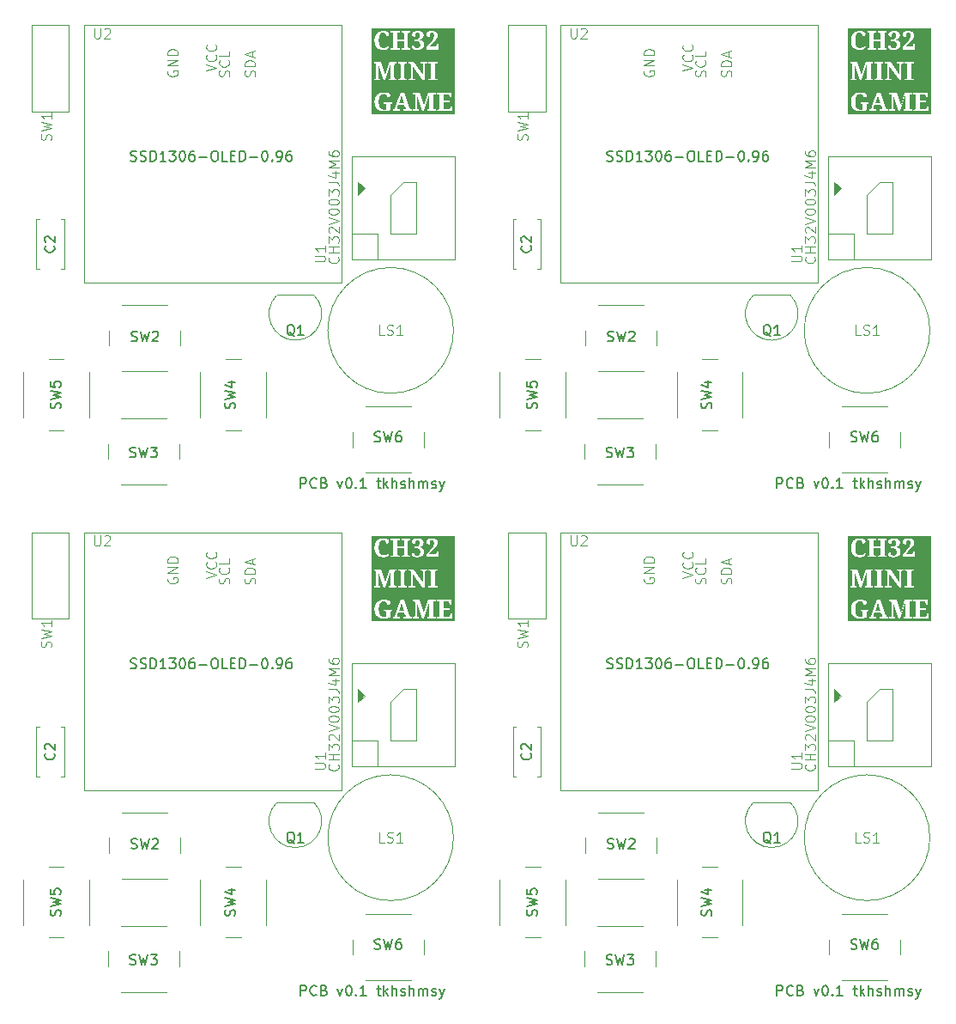
<source format=gto>
%TF.GenerationSoftware,KiCad,Pcbnew,7.0.10-7.0.10~ubuntu22.04.1*%
%TF.CreationDate,2024-01-24T15:57:41+09:00*%
%TF.ProjectId,pcb-ch32-minigameconsole-panelize,7063622d-6368-4333-922d-6d696e696761,rev?*%
%TF.SameCoordinates,Original*%
%TF.FileFunction,Legend,Top*%
%TF.FilePolarity,Positive*%
%FSLAX46Y46*%
G04 Gerber Fmt 4.6, Leading zero omitted, Abs format (unit mm)*
G04 Created by KiCad (PCBNEW 7.0.10-7.0.10~ubuntu22.04.1) date 2024-01-24 15:57:41*
%MOMM*%
%LPD*%
G01*
G04 APERTURE LIST*
%ADD10C,0.150000*%
%ADD11C,0.400000*%
%ADD12C,0.100000*%
%ADD13C,0.120000*%
G04 APERTURE END LIST*
D10*
X105336779Y-66369819D02*
X105336779Y-65369819D01*
X105336779Y-65369819D02*
X105717731Y-65369819D01*
X105717731Y-65369819D02*
X105812969Y-65417438D01*
X105812969Y-65417438D02*
X105860588Y-65465057D01*
X105860588Y-65465057D02*
X105908207Y-65560295D01*
X105908207Y-65560295D02*
X105908207Y-65703152D01*
X105908207Y-65703152D02*
X105860588Y-65798390D01*
X105860588Y-65798390D02*
X105812969Y-65846009D01*
X105812969Y-65846009D02*
X105717731Y-65893628D01*
X105717731Y-65893628D02*
X105336779Y-65893628D01*
X106908207Y-66274580D02*
X106860588Y-66322200D01*
X106860588Y-66322200D02*
X106717731Y-66369819D01*
X106717731Y-66369819D02*
X106622493Y-66369819D01*
X106622493Y-66369819D02*
X106479636Y-66322200D01*
X106479636Y-66322200D02*
X106384398Y-66226961D01*
X106384398Y-66226961D02*
X106336779Y-66131723D01*
X106336779Y-66131723D02*
X106289160Y-65941247D01*
X106289160Y-65941247D02*
X106289160Y-65798390D01*
X106289160Y-65798390D02*
X106336779Y-65607914D01*
X106336779Y-65607914D02*
X106384398Y-65512676D01*
X106384398Y-65512676D02*
X106479636Y-65417438D01*
X106479636Y-65417438D02*
X106622493Y-65369819D01*
X106622493Y-65369819D02*
X106717731Y-65369819D01*
X106717731Y-65369819D02*
X106860588Y-65417438D01*
X106860588Y-65417438D02*
X106908207Y-65465057D01*
X107670112Y-65846009D02*
X107812969Y-65893628D01*
X107812969Y-65893628D02*
X107860588Y-65941247D01*
X107860588Y-65941247D02*
X107908207Y-66036485D01*
X107908207Y-66036485D02*
X107908207Y-66179342D01*
X107908207Y-66179342D02*
X107860588Y-66274580D01*
X107860588Y-66274580D02*
X107812969Y-66322200D01*
X107812969Y-66322200D02*
X107717731Y-66369819D01*
X107717731Y-66369819D02*
X107336779Y-66369819D01*
X107336779Y-66369819D02*
X107336779Y-65369819D01*
X107336779Y-65369819D02*
X107670112Y-65369819D01*
X107670112Y-65369819D02*
X107765350Y-65417438D01*
X107765350Y-65417438D02*
X107812969Y-65465057D01*
X107812969Y-65465057D02*
X107860588Y-65560295D01*
X107860588Y-65560295D02*
X107860588Y-65655533D01*
X107860588Y-65655533D02*
X107812969Y-65750771D01*
X107812969Y-65750771D02*
X107765350Y-65798390D01*
X107765350Y-65798390D02*
X107670112Y-65846009D01*
X107670112Y-65846009D02*
X107336779Y-65846009D01*
X109003446Y-65703152D02*
X109241541Y-66369819D01*
X109241541Y-66369819D02*
X109479636Y-65703152D01*
X110051065Y-65369819D02*
X110146303Y-65369819D01*
X110146303Y-65369819D02*
X110241541Y-65417438D01*
X110241541Y-65417438D02*
X110289160Y-65465057D01*
X110289160Y-65465057D02*
X110336779Y-65560295D01*
X110336779Y-65560295D02*
X110384398Y-65750771D01*
X110384398Y-65750771D02*
X110384398Y-65988866D01*
X110384398Y-65988866D02*
X110336779Y-66179342D01*
X110336779Y-66179342D02*
X110289160Y-66274580D01*
X110289160Y-66274580D02*
X110241541Y-66322200D01*
X110241541Y-66322200D02*
X110146303Y-66369819D01*
X110146303Y-66369819D02*
X110051065Y-66369819D01*
X110051065Y-66369819D02*
X109955827Y-66322200D01*
X109955827Y-66322200D02*
X109908208Y-66274580D01*
X109908208Y-66274580D02*
X109860589Y-66179342D01*
X109860589Y-66179342D02*
X109812970Y-65988866D01*
X109812970Y-65988866D02*
X109812970Y-65750771D01*
X109812970Y-65750771D02*
X109860589Y-65560295D01*
X109860589Y-65560295D02*
X109908208Y-65465057D01*
X109908208Y-65465057D02*
X109955827Y-65417438D01*
X109955827Y-65417438D02*
X110051065Y-65369819D01*
X110812970Y-66274580D02*
X110860589Y-66322200D01*
X110860589Y-66322200D02*
X110812970Y-66369819D01*
X110812970Y-66369819D02*
X110765351Y-66322200D01*
X110765351Y-66322200D02*
X110812970Y-66274580D01*
X110812970Y-66274580D02*
X110812970Y-66369819D01*
X111812969Y-66369819D02*
X111241541Y-66369819D01*
X111527255Y-66369819D02*
X111527255Y-65369819D01*
X111527255Y-65369819D02*
X111432017Y-65512676D01*
X111432017Y-65512676D02*
X111336779Y-65607914D01*
X111336779Y-65607914D02*
X111241541Y-65655533D01*
X112860589Y-65703152D02*
X113241541Y-65703152D01*
X113003446Y-65369819D02*
X113003446Y-66226961D01*
X113003446Y-66226961D02*
X113051065Y-66322200D01*
X113051065Y-66322200D02*
X113146303Y-66369819D01*
X113146303Y-66369819D02*
X113241541Y-66369819D01*
X113574875Y-66369819D02*
X113574875Y-65369819D01*
X113670113Y-65988866D02*
X113955827Y-66369819D01*
X113955827Y-65703152D02*
X113574875Y-66084104D01*
X114384399Y-66369819D02*
X114384399Y-65369819D01*
X114812970Y-66369819D02*
X114812970Y-65846009D01*
X114812970Y-65846009D02*
X114765351Y-65750771D01*
X114765351Y-65750771D02*
X114670113Y-65703152D01*
X114670113Y-65703152D02*
X114527256Y-65703152D01*
X114527256Y-65703152D02*
X114432018Y-65750771D01*
X114432018Y-65750771D02*
X114384399Y-65798390D01*
X115241542Y-66322200D02*
X115336780Y-66369819D01*
X115336780Y-66369819D02*
X115527256Y-66369819D01*
X115527256Y-66369819D02*
X115622494Y-66322200D01*
X115622494Y-66322200D02*
X115670113Y-66226961D01*
X115670113Y-66226961D02*
X115670113Y-66179342D01*
X115670113Y-66179342D02*
X115622494Y-66084104D01*
X115622494Y-66084104D02*
X115527256Y-66036485D01*
X115527256Y-66036485D02*
X115384399Y-66036485D01*
X115384399Y-66036485D02*
X115289161Y-65988866D01*
X115289161Y-65988866D02*
X115241542Y-65893628D01*
X115241542Y-65893628D02*
X115241542Y-65846009D01*
X115241542Y-65846009D02*
X115289161Y-65750771D01*
X115289161Y-65750771D02*
X115384399Y-65703152D01*
X115384399Y-65703152D02*
X115527256Y-65703152D01*
X115527256Y-65703152D02*
X115622494Y-65750771D01*
X116098685Y-66369819D02*
X116098685Y-65369819D01*
X116527256Y-66369819D02*
X116527256Y-65846009D01*
X116527256Y-65846009D02*
X116479637Y-65750771D01*
X116479637Y-65750771D02*
X116384399Y-65703152D01*
X116384399Y-65703152D02*
X116241542Y-65703152D01*
X116241542Y-65703152D02*
X116146304Y-65750771D01*
X116146304Y-65750771D02*
X116098685Y-65798390D01*
X117003447Y-66369819D02*
X117003447Y-65703152D01*
X117003447Y-65798390D02*
X117051066Y-65750771D01*
X117051066Y-65750771D02*
X117146304Y-65703152D01*
X117146304Y-65703152D02*
X117289161Y-65703152D01*
X117289161Y-65703152D02*
X117384399Y-65750771D01*
X117384399Y-65750771D02*
X117432018Y-65846009D01*
X117432018Y-65846009D02*
X117432018Y-66369819D01*
X117432018Y-65846009D02*
X117479637Y-65750771D01*
X117479637Y-65750771D02*
X117574875Y-65703152D01*
X117574875Y-65703152D02*
X117717732Y-65703152D01*
X117717732Y-65703152D02*
X117812971Y-65750771D01*
X117812971Y-65750771D02*
X117860590Y-65846009D01*
X117860590Y-65846009D02*
X117860590Y-66369819D01*
X118289161Y-66322200D02*
X118384399Y-66369819D01*
X118384399Y-66369819D02*
X118574875Y-66369819D01*
X118574875Y-66369819D02*
X118670113Y-66322200D01*
X118670113Y-66322200D02*
X118717732Y-66226961D01*
X118717732Y-66226961D02*
X118717732Y-66179342D01*
X118717732Y-66179342D02*
X118670113Y-66084104D01*
X118670113Y-66084104D02*
X118574875Y-66036485D01*
X118574875Y-66036485D02*
X118432018Y-66036485D01*
X118432018Y-66036485D02*
X118336780Y-65988866D01*
X118336780Y-65988866D02*
X118289161Y-65893628D01*
X118289161Y-65893628D02*
X118289161Y-65846009D01*
X118289161Y-65846009D02*
X118336780Y-65750771D01*
X118336780Y-65750771D02*
X118432018Y-65703152D01*
X118432018Y-65703152D02*
X118574875Y-65703152D01*
X118574875Y-65703152D02*
X118670113Y-65750771D01*
X119051066Y-65703152D02*
X119289161Y-66369819D01*
X119527256Y-65703152D02*
X119289161Y-66369819D01*
X119289161Y-66369819D02*
X119193923Y-66607914D01*
X119193923Y-66607914D02*
X119146304Y-66655533D01*
X119146304Y-66655533D02*
X119051066Y-66703152D01*
D11*
G36*
X115308770Y-27654627D02*
G01*
X115313994Y-27677021D01*
X115318156Y-27694177D01*
X115322526Y-27711643D01*
X115327105Y-27729417D01*
X115331892Y-27747501D01*
X115336889Y-27765893D01*
X115342093Y-27784595D01*
X115347507Y-27803606D01*
X115353129Y-27822926D01*
X115358960Y-27842555D01*
X115364837Y-27862086D01*
X115370598Y-27881277D01*
X115376243Y-27900129D01*
X115381773Y-27918640D01*
X115387186Y-27936811D01*
X115392484Y-27954642D01*
X115397665Y-27972133D01*
X115402731Y-27989284D01*
X115409305Y-28011623D01*
X115415673Y-28033357D01*
X115549323Y-28444858D01*
X115040223Y-28444858D01*
X115188820Y-28020608D01*
X115192621Y-28009564D01*
X115198353Y-27992798D01*
X115204125Y-27975793D01*
X115209935Y-27958547D01*
X115215784Y-27941063D01*
X115221671Y-27923339D01*
X115227598Y-27905375D01*
X115233562Y-27887172D01*
X115239566Y-27868729D01*
X115245608Y-27850046D01*
X115251688Y-27831124D01*
X115253739Y-27824798D01*
X115259773Y-27806065D01*
X115265630Y-27787703D01*
X115271309Y-27769713D01*
X115276810Y-27752093D01*
X115282133Y-27734844D01*
X115288954Y-27712422D01*
X115295460Y-27690660D01*
X115301649Y-27669558D01*
X115307522Y-27649115D01*
X115308770Y-27654627D01*
G37*
G36*
X120556305Y-29479279D02*
G01*
X112313198Y-29479279D01*
X112313198Y-28290985D01*
X112638485Y-28290985D01*
X112638884Y-28325819D01*
X112640079Y-28360090D01*
X112642071Y-28393798D01*
X112644860Y-28426943D01*
X112648446Y-28459524D01*
X112652828Y-28491542D01*
X112658008Y-28522996D01*
X112663984Y-28553888D01*
X112670757Y-28584216D01*
X112678327Y-28613981D01*
X112686694Y-28643182D01*
X112695858Y-28671821D01*
X112705818Y-28699895D01*
X112716576Y-28727407D01*
X112728130Y-28754356D01*
X112740481Y-28780741D01*
X112753687Y-28806483D01*
X112767697Y-28831505D01*
X112782511Y-28855805D01*
X112798128Y-28879384D01*
X112814550Y-28902242D01*
X112831774Y-28924378D01*
X112849803Y-28945793D01*
X112868635Y-28966487D01*
X112888271Y-28986460D01*
X112908711Y-29005711D01*
X112929954Y-29024241D01*
X112952001Y-29042050D01*
X112974852Y-29059137D01*
X112998507Y-29075504D01*
X113022965Y-29091148D01*
X113048227Y-29106072D01*
X113074310Y-29120127D01*
X113101231Y-29133275D01*
X113128990Y-29145516D01*
X113157587Y-29156850D01*
X113187022Y-29167278D01*
X113217295Y-29176799D01*
X113248406Y-29185413D01*
X113280355Y-29193120D01*
X113313143Y-29199921D01*
X113346768Y-29205815D01*
X113381232Y-29210802D01*
X113398777Y-29212955D01*
X113416533Y-29214882D01*
X113434498Y-29216582D01*
X113452673Y-29218056D01*
X113471057Y-29219303D01*
X113489650Y-29220323D01*
X113508453Y-29221116D01*
X113527466Y-29221683D01*
X113546688Y-29222023D01*
X113566120Y-29222136D01*
X113587420Y-29222014D01*
X113608565Y-29221649D01*
X113629556Y-29221039D01*
X113650392Y-29220185D01*
X113671074Y-29219088D01*
X113691602Y-29217747D01*
X113711974Y-29216162D01*
X113732192Y-29214333D01*
X113752256Y-29212260D01*
X113772165Y-29209943D01*
X113791920Y-29207383D01*
X113811519Y-29204578D01*
X113830965Y-29201530D01*
X113850256Y-29198238D01*
X113869392Y-29194702D01*
X113872917Y-29194000D01*
X114448032Y-29194000D01*
X115103091Y-29194000D01*
X115103091Y-29053316D01*
X114997578Y-29053316D01*
X114986931Y-29052931D01*
X114968893Y-29050406D01*
X114951612Y-29045526D01*
X114935089Y-29038289D01*
X114919323Y-29028696D01*
X114913037Y-29023808D01*
X114900775Y-29010930D01*
X114890884Y-28993688D01*
X114885835Y-28976392D01*
X114884152Y-28957035D01*
X114884756Y-28941400D01*
X114886881Y-28922169D01*
X114890055Y-28903615D01*
X114893824Y-28886254D01*
X114898247Y-28868913D01*
X114903303Y-28850434D01*
X114908359Y-28833385D01*
X114914047Y-28815912D01*
X114987466Y-28603127D01*
X115599441Y-28603127D01*
X115687808Y-28850643D01*
X115692479Y-28863866D01*
X115698085Y-28882001D01*
X115702756Y-28899003D01*
X115703714Y-28902527D01*
X115707578Y-28920353D01*
X115709897Y-28938522D01*
X115710669Y-28957035D01*
X115710356Y-28966503D01*
X115707192Y-28986582D01*
X115700619Y-29003841D01*
X115688934Y-29020115D01*
X115675059Y-29031334D01*
X115672858Y-29032686D01*
X115657308Y-29040951D01*
X115639228Y-29047820D01*
X115620819Y-29051942D01*
X115602079Y-29053316D01*
X115504040Y-29053316D01*
X115504040Y-29194000D01*
X116335394Y-29194000D01*
X116335394Y-29053316D01*
X116290111Y-29053316D01*
X116282582Y-29053170D01*
X116264241Y-29051527D01*
X116246587Y-29048061D01*
X116229620Y-29042769D01*
X116213340Y-29035653D01*
X116197746Y-29026712D01*
X116182840Y-29015946D01*
X116177049Y-29010956D01*
X116162872Y-28996165D01*
X116151840Y-28981953D01*
X116141083Y-28965624D01*
X116130600Y-28947180D01*
X116120392Y-28926620D01*
X116112917Y-28909812D01*
X116105596Y-28891813D01*
X116098429Y-28872625D01*
X115571744Y-27393246D01*
X116405736Y-27393246D01*
X116405736Y-27533930D01*
X116511688Y-27533930D01*
X116531096Y-27534857D01*
X116549421Y-27537639D01*
X116566665Y-27542276D01*
X116585415Y-27550030D01*
X116602693Y-27560308D01*
X116615542Y-27572647D01*
X116625733Y-27590210D01*
X116632194Y-27608837D01*
X116636034Y-27626350D01*
X116638693Y-27646185D01*
X116640170Y-27668342D01*
X116640502Y-27686484D01*
X116640502Y-28903399D01*
X116640170Y-28921455D01*
X116638693Y-28943484D01*
X116636034Y-28963179D01*
X116632194Y-28980538D01*
X116625733Y-28998952D01*
X116615542Y-29016232D01*
X116602693Y-29028256D01*
X116585415Y-29038021D01*
X116566665Y-29045387D01*
X116549421Y-29049792D01*
X116531096Y-29052435D01*
X116511688Y-29053316D01*
X116405736Y-29053316D01*
X116405736Y-29194000D01*
X117030900Y-29194000D01*
X117030900Y-29053316D01*
X117015952Y-29053316D01*
X117010467Y-29053289D01*
X116989293Y-29052650D01*
X116969341Y-29051160D01*
X116950611Y-29048817D01*
X116933105Y-29045623D01*
X116912941Y-29040432D01*
X116894688Y-29033911D01*
X116878346Y-29026058D01*
X116866805Y-29018014D01*
X116854543Y-29004501D01*
X116844686Y-28987145D01*
X116838531Y-28970494D01*
X116833915Y-28951383D01*
X116830837Y-28929814D01*
X116829539Y-28912023D01*
X116829106Y-28892848D01*
X116829106Y-27664062D01*
X117361067Y-29194000D01*
X117532526Y-29194000D01*
X118041625Y-27664062D01*
X118041625Y-28914830D01*
X118041587Y-28920479D01*
X118040670Y-28941753D01*
X118038530Y-28960912D01*
X118034136Y-28981885D01*
X118027831Y-28999552D01*
X118017744Y-29016389D01*
X118002498Y-29030015D01*
X117997444Y-29032836D01*
X117980324Y-29040209D01*
X117960267Y-29045943D01*
X117941310Y-29049470D01*
X117920313Y-29051859D01*
X117902048Y-29052952D01*
X117882477Y-29053316D01*
X117857418Y-29053316D01*
X117857418Y-29194000D01*
X118663712Y-29194000D01*
X118663712Y-29053316D01*
X118558199Y-29053316D01*
X118538075Y-29052357D01*
X118519250Y-29049483D01*
X118501723Y-29044691D01*
X118482916Y-29036679D01*
X118465875Y-29026058D01*
X118461457Y-29022285D01*
X118449911Y-29007236D01*
X118442250Y-28990421D01*
X118436370Y-28969721D01*
X118432949Y-28950363D01*
X118430668Y-28928519D01*
X118429706Y-28910504D01*
X118429385Y-28891090D01*
X118429385Y-27696156D01*
X118429706Y-27676746D01*
X118431132Y-27653053D01*
X118433697Y-27631861D01*
X118437403Y-27613170D01*
X118443639Y-27593322D01*
X118453474Y-27574661D01*
X118465875Y-27561627D01*
X118468201Y-27559923D01*
X118485494Y-27549509D01*
X118501723Y-27542693D01*
X118519250Y-27537825D01*
X118538075Y-27534903D01*
X118558199Y-27533930D01*
X118663712Y-27533930D01*
X118663712Y-27393246D01*
X118804396Y-27393246D01*
X118804396Y-27531292D01*
X118910348Y-27531292D01*
X118930457Y-27532266D01*
X118949236Y-27535187D01*
X118966686Y-27540055D01*
X118985364Y-27548197D01*
X119002233Y-27558989D01*
X119006705Y-27562712D01*
X119018389Y-27577674D01*
X119026143Y-27594486D01*
X119032094Y-27615249D01*
X119035556Y-27634703D01*
X119037864Y-27656685D01*
X119038838Y-27674830D01*
X119039162Y-27694397D01*
X119039162Y-28905598D01*
X119038830Y-28923731D01*
X119037353Y-28945854D01*
X119034694Y-28965627D01*
X119030854Y-28983051D01*
X119024393Y-29001528D01*
X119014202Y-29018854D01*
X119001353Y-29030894D01*
X118984076Y-29040658D01*
X118965325Y-29048025D01*
X118948082Y-29052429D01*
X118929756Y-29055072D01*
X118910348Y-29055953D01*
X118804396Y-29055953D01*
X118804396Y-29194000D01*
X120281137Y-29194000D01*
X120299162Y-28731501D01*
X120125066Y-28731501D01*
X120104842Y-28847565D01*
X120104049Y-28852648D01*
X120100395Y-28872422D01*
X120095971Y-28891302D01*
X120090778Y-28909289D01*
X120084815Y-28926384D01*
X120076280Y-28946496D01*
X120066543Y-28965213D01*
X120055603Y-28982534D01*
X120048417Y-28992041D01*
X120034913Y-29005807D01*
X120019498Y-29016976D01*
X120002172Y-29025548D01*
X119982935Y-29031522D01*
X119961789Y-29034899D01*
X119943496Y-29035730D01*
X119439672Y-29035730D01*
X119439672Y-28339345D01*
X120036699Y-28339345D01*
X120036699Y-28181076D01*
X119439672Y-28181076D01*
X119439672Y-27551515D01*
X119863042Y-27551515D01*
X119877348Y-27551948D01*
X119895280Y-27553871D01*
X119915860Y-27558439D01*
X119934401Y-27565412D01*
X119950903Y-27574788D01*
X119965365Y-27586569D01*
X119977787Y-27600755D01*
X119982246Y-27607028D01*
X119992489Y-27624229D01*
X120001445Y-27643599D01*
X120007683Y-27660655D01*
X120013096Y-27679099D01*
X120017684Y-27698931D01*
X120021449Y-27720150D01*
X120024389Y-27742757D01*
X120036699Y-27861020D01*
X120213433Y-27861020D01*
X120203321Y-27393246D01*
X118804396Y-27393246D01*
X118663712Y-27393246D01*
X117950621Y-27393246D01*
X117550111Y-28613239D01*
X117131577Y-27393246D01*
X116405736Y-27393246D01*
X115571744Y-27393246D01*
X115226629Y-27393246D01*
X114837166Y-28444858D01*
X114679720Y-28869987D01*
X114677213Y-28876973D01*
X114669609Y-28897018D01*
X114661881Y-28915695D01*
X114654029Y-28933004D01*
X114643368Y-28953956D01*
X114632487Y-28972476D01*
X114621386Y-28988564D01*
X114607201Y-29005254D01*
X114592672Y-29018145D01*
X114586765Y-29022404D01*
X114571274Y-29031849D01*
X114554754Y-29039577D01*
X114537202Y-29045588D01*
X114518621Y-29049881D01*
X114499009Y-29052457D01*
X114478367Y-29053316D01*
X114448032Y-29053316D01*
X114448032Y-29194000D01*
X113872917Y-29194000D01*
X113888374Y-29190922D01*
X113907259Y-29186898D01*
X113926107Y-29182631D01*
X113944917Y-29178119D01*
X113963689Y-29173364D01*
X113982423Y-29168365D01*
X114001120Y-29163122D01*
X114019779Y-29157635D01*
X114038400Y-29151904D01*
X114056983Y-29145930D01*
X114075528Y-29139711D01*
X114094036Y-29133249D01*
X114112506Y-29126543D01*
X114130938Y-29119593D01*
X114149333Y-29112399D01*
X114167689Y-29104961D01*
X114186008Y-29097279D01*
X114186008Y-28680943D01*
X114186145Y-28667582D01*
X114186867Y-28648545D01*
X114188790Y-28625039D01*
X114191812Y-28603675D01*
X114195934Y-28584455D01*
X114201155Y-28567377D01*
X114209226Y-28549045D01*
X114221179Y-28531466D01*
X114228152Y-28524160D01*
X114244371Y-28511702D01*
X114260200Y-28503517D01*
X114278133Y-28497328D01*
X114298170Y-28493135D01*
X114315715Y-28491219D01*
X114334605Y-28490580D01*
X114367138Y-28490580D01*
X114367138Y-28349896D01*
X113576231Y-28349896D01*
X113576231Y-28490580D01*
X113608764Y-28490580D01*
X113614245Y-28490619D01*
X113635327Y-28491546D01*
X113655063Y-28493710D01*
X113673452Y-28497110D01*
X113690495Y-28501747D01*
X113709905Y-28509282D01*
X113727211Y-28518749D01*
X113742414Y-28530147D01*
X113750507Y-28538111D01*
X113762225Y-28553805D01*
X113771733Y-28572526D01*
X113777747Y-28589683D01*
X113782346Y-28608776D01*
X113785530Y-28629806D01*
X113787299Y-28652774D01*
X113787697Y-28671271D01*
X113787697Y-29045842D01*
X113776974Y-29048274D01*
X113757911Y-29052066D01*
X113738469Y-29055270D01*
X113718649Y-29057885D01*
X113698450Y-29059910D01*
X113692620Y-29060389D01*
X113675067Y-29061641D01*
X113657422Y-29062615D01*
X113639683Y-29063310D01*
X113621852Y-29063728D01*
X113603928Y-29063867D01*
X113585497Y-29063673D01*
X113567409Y-29063092D01*
X113532261Y-29060769D01*
X113498482Y-29056896D01*
X113466075Y-29051475D01*
X113435037Y-29044504D01*
X113405370Y-29035984D01*
X113377074Y-29025916D01*
X113350148Y-29014298D01*
X113324592Y-29001131D01*
X113300407Y-28986415D01*
X113277592Y-28970150D01*
X113256148Y-28952336D01*
X113236074Y-28932974D01*
X113217371Y-28912062D01*
X113200037Y-28889601D01*
X113184075Y-28865591D01*
X113169275Y-28840131D01*
X113155430Y-28813322D01*
X113142539Y-28785163D01*
X113130604Y-28755654D01*
X113119623Y-28724795D01*
X113109598Y-28692586D01*
X113100527Y-28659028D01*
X113096349Y-28641743D01*
X113092411Y-28624120D01*
X113088711Y-28606160D01*
X113085249Y-28587862D01*
X113082027Y-28569227D01*
X113079043Y-28550254D01*
X113076298Y-28530944D01*
X113073791Y-28511296D01*
X113071523Y-28491311D01*
X113069494Y-28470989D01*
X113067704Y-28450329D01*
X113066153Y-28429331D01*
X113064840Y-28407997D01*
X113063765Y-28386324D01*
X113062930Y-28364315D01*
X113062333Y-28341967D01*
X113061975Y-28319283D01*
X113061856Y-28296260D01*
X113061970Y-28273236D01*
X113062313Y-28250543D01*
X113062884Y-28228183D01*
X113063683Y-28206155D01*
X113064711Y-28184460D01*
X113065967Y-28163097D01*
X113067452Y-28142066D01*
X113069165Y-28121367D01*
X113071106Y-28101001D01*
X113073276Y-28080967D01*
X113075674Y-28061265D01*
X113078301Y-28041896D01*
X113081156Y-28022859D01*
X113084239Y-28004154D01*
X113087551Y-27985782D01*
X113091092Y-27967742D01*
X113094860Y-27950034D01*
X113098857Y-27932658D01*
X113107537Y-27898904D01*
X113117130Y-27866479D01*
X113127636Y-27835383D01*
X113139057Y-27805617D01*
X113151391Y-27777180D01*
X113164638Y-27750071D01*
X113178799Y-27724293D01*
X113194087Y-27699963D01*
X113210604Y-27677203D01*
X113228351Y-27656013D01*
X113247328Y-27636393D01*
X113267534Y-27618342D01*
X113288970Y-27601861D01*
X113311635Y-27586949D01*
X113335530Y-27573607D01*
X113360654Y-27561835D01*
X113387009Y-27551632D01*
X113414592Y-27542999D01*
X113443406Y-27535936D01*
X113473449Y-27530442D01*
X113504721Y-27526518D01*
X113537224Y-27524163D01*
X113570956Y-27523378D01*
X113590789Y-27523758D01*
X113609953Y-27524897D01*
X113628447Y-27526794D01*
X113646271Y-27529451D01*
X113671751Y-27534859D01*
X113695725Y-27541975D01*
X113718191Y-27550800D01*
X113739151Y-27561331D01*
X113758604Y-27573571D01*
X113776549Y-27587519D01*
X113792988Y-27603175D01*
X113807920Y-27620538D01*
X113821434Y-27639191D01*
X113833618Y-27658879D01*
X113844473Y-27679603D01*
X113853999Y-27701363D01*
X113862196Y-27724158D01*
X113869064Y-27747988D01*
X113874602Y-27772854D01*
X113878811Y-27798756D01*
X113880879Y-27816599D01*
X113882356Y-27834903D01*
X113883242Y-27853666D01*
X113883538Y-27872890D01*
X113903081Y-27872644D01*
X113922033Y-27871908D01*
X113940395Y-27870680D01*
X113958166Y-27868961D01*
X113983715Y-27865461D01*
X114007934Y-27860857D01*
X114030825Y-27855147D01*
X114052386Y-27848332D01*
X114072618Y-27840412D01*
X114091520Y-27831387D01*
X114109094Y-27821257D01*
X114125338Y-27810022D01*
X114135400Y-27802010D01*
X114149275Y-27789626D01*
X114161690Y-27776802D01*
X114175972Y-27759017D01*
X114187657Y-27740449D01*
X114196745Y-27721098D01*
X114203236Y-27700964D01*
X114207131Y-27680047D01*
X114208429Y-27658347D01*
X114207815Y-27643004D01*
X114204587Y-27620570D01*
X114198592Y-27598831D01*
X114189832Y-27577788D01*
X114178304Y-27557440D01*
X114164010Y-27537788D01*
X114146949Y-27518831D01*
X114134038Y-27506579D01*
X114119897Y-27494637D01*
X114104527Y-27483004D01*
X114087928Y-27471680D01*
X114070098Y-27460665D01*
X114051039Y-27449959D01*
X114041048Y-27444739D01*
X114020141Y-27434795D01*
X113998002Y-27425515D01*
X113974629Y-27416897D01*
X113950023Y-27408943D01*
X113924184Y-27401651D01*
X113897112Y-27395022D01*
X113868807Y-27389056D01*
X113839269Y-27383753D01*
X113808497Y-27379113D01*
X113776493Y-27375135D01*
X113743256Y-27371821D01*
X113708786Y-27369169D01*
X113691088Y-27368092D01*
X113673082Y-27367181D01*
X113654768Y-27366435D01*
X113636146Y-27365855D01*
X113617215Y-27365441D01*
X113597976Y-27365192D01*
X113578429Y-27365109D01*
X113559317Y-27365224D01*
X113540394Y-27365569D01*
X113521660Y-27366145D01*
X113503114Y-27366950D01*
X113484757Y-27367986D01*
X113466590Y-27369251D01*
X113448611Y-27370747D01*
X113430821Y-27372473D01*
X113395808Y-27376615D01*
X113361551Y-27381678D01*
X113328049Y-27387661D01*
X113295303Y-27394565D01*
X113263313Y-27402389D01*
X113232078Y-27411134D01*
X113201599Y-27420799D01*
X113171875Y-27431384D01*
X113142907Y-27442890D01*
X113114695Y-27455317D01*
X113087238Y-27468664D01*
X113060537Y-27482932D01*
X113034676Y-27497962D01*
X113009628Y-27513706D01*
X112985395Y-27530165D01*
X112961976Y-27547339D01*
X112939370Y-27565226D01*
X112917579Y-27583829D01*
X112896602Y-27603145D01*
X112876439Y-27623176D01*
X112857090Y-27643921D01*
X112838554Y-27665381D01*
X112820833Y-27687555D01*
X112803926Y-27710444D01*
X112787833Y-27734047D01*
X112772554Y-27758364D01*
X112758089Y-27783396D01*
X112744438Y-27809143D01*
X112731608Y-27835497D01*
X112719605Y-27862352D01*
X112708430Y-27889709D01*
X112698084Y-27917568D01*
X112688564Y-27945928D01*
X112679873Y-27974790D01*
X112672009Y-28004153D01*
X112664973Y-28034017D01*
X112658765Y-28064383D01*
X112653385Y-28095250D01*
X112648832Y-28126619D01*
X112645107Y-28158489D01*
X112642210Y-28190861D01*
X112640141Y-28223734D01*
X112638899Y-28257109D01*
X112638485Y-28290985D01*
X112313198Y-28290985D01*
X112313198Y-24369246D01*
X112570341Y-24369246D01*
X112570341Y-24509930D01*
X112676294Y-24509930D01*
X112695702Y-24510857D01*
X112714027Y-24513639D01*
X112731271Y-24518276D01*
X112750021Y-24526030D01*
X112767299Y-24536308D01*
X112780148Y-24548647D01*
X112790339Y-24566210D01*
X112796800Y-24584837D01*
X112800640Y-24602350D01*
X112803298Y-24622185D01*
X112804775Y-24644342D01*
X112805108Y-24662484D01*
X112805108Y-25879399D01*
X112804775Y-25897455D01*
X112803298Y-25919484D01*
X112800640Y-25939179D01*
X112796800Y-25956538D01*
X112790339Y-25974952D01*
X112780148Y-25992232D01*
X112767299Y-26004256D01*
X112750021Y-26014021D01*
X112731271Y-26021387D01*
X112714027Y-26025792D01*
X112695702Y-26028435D01*
X112676294Y-26029316D01*
X112570341Y-26029316D01*
X112570341Y-26170000D01*
X113195505Y-26170000D01*
X113195505Y-26029316D01*
X113180558Y-26029316D01*
X113175073Y-26029289D01*
X113153898Y-26028650D01*
X113133946Y-26027160D01*
X113115217Y-26024817D01*
X113097711Y-26021623D01*
X113077547Y-26016432D01*
X113059294Y-26009911D01*
X113042951Y-26002058D01*
X113031411Y-25994014D01*
X113019149Y-25980501D01*
X113009292Y-25963145D01*
X113003137Y-25946494D01*
X112998521Y-25927383D01*
X112995443Y-25905814D01*
X112994145Y-25888023D01*
X112993712Y-25868848D01*
X112993712Y-24640062D01*
X113525673Y-26170000D01*
X113697131Y-26170000D01*
X114206231Y-24640062D01*
X114206231Y-25890830D01*
X114206193Y-25896479D01*
X114205276Y-25917753D01*
X114203136Y-25936912D01*
X114198742Y-25957885D01*
X114192437Y-25975552D01*
X114182350Y-25992389D01*
X114167103Y-26006015D01*
X114162049Y-26008836D01*
X114144929Y-26016209D01*
X114124873Y-26021943D01*
X114105915Y-26025470D01*
X114084919Y-26027859D01*
X114066653Y-26028952D01*
X114047083Y-26029316D01*
X114022023Y-26029316D01*
X114022023Y-26170000D01*
X114828318Y-26170000D01*
X114828318Y-26029316D01*
X114722805Y-26029316D01*
X114702681Y-26028357D01*
X114683856Y-26025483D01*
X114666329Y-26020691D01*
X114647521Y-26012679D01*
X114630481Y-26002058D01*
X114626062Y-25998285D01*
X114614517Y-25983236D01*
X114606855Y-25966421D01*
X114600976Y-25945721D01*
X114597555Y-25926363D01*
X114595274Y-25904519D01*
X114594312Y-25886504D01*
X114593991Y-25867090D01*
X114593991Y-24672156D01*
X114594312Y-24652746D01*
X114595737Y-24629053D01*
X114598303Y-24607861D01*
X114602009Y-24589170D01*
X114608245Y-24569322D01*
X114618080Y-24550661D01*
X114630481Y-24537627D01*
X114632807Y-24535923D01*
X114650100Y-24525509D01*
X114666329Y-24518693D01*
X114683856Y-24513825D01*
X114702681Y-24510903D01*
X114722805Y-24509930D01*
X114828318Y-24509930D01*
X114828318Y-24369246D01*
X114969002Y-24369246D01*
X114969002Y-24509930D01*
X115074954Y-24509930D01*
X115095062Y-24510903D01*
X115113841Y-24513825D01*
X115131291Y-24518693D01*
X115149969Y-24526835D01*
X115166838Y-24537627D01*
X115171310Y-24541347D01*
X115182995Y-24556256D01*
X115190749Y-24572979D01*
X115196699Y-24593608D01*
X115200161Y-24612925D01*
X115202470Y-24634742D01*
X115203443Y-24652746D01*
X115203768Y-24672156D01*
X115203768Y-25867090D01*
X115203732Y-25873716D01*
X115203191Y-25892664D01*
X115202001Y-25910213D01*
X115199404Y-25931436D01*
X115195653Y-25950172D01*
X115189342Y-25970095D01*
X115179389Y-25988874D01*
X115166838Y-26002058D01*
X115149969Y-26012679D01*
X115131291Y-26020691D01*
X115113841Y-26025483D01*
X115095062Y-26028357D01*
X115074954Y-26029316D01*
X114969002Y-26029316D01*
X114969002Y-26170000D01*
X115838604Y-26170000D01*
X115838604Y-26029316D01*
X115732651Y-26029316D01*
X115712543Y-26028357D01*
X115693764Y-26025483D01*
X115676314Y-26020691D01*
X115657636Y-26012679D01*
X115640767Y-26002058D01*
X115636348Y-25998285D01*
X115624803Y-25983236D01*
X115617141Y-25966421D01*
X115611262Y-25945721D01*
X115607841Y-25926363D01*
X115605560Y-25904519D01*
X115604598Y-25886504D01*
X115604277Y-25867090D01*
X115604277Y-24672156D01*
X115604598Y-24652746D01*
X115606023Y-24629053D01*
X115608589Y-24607861D01*
X115612295Y-24589170D01*
X115618531Y-24569322D01*
X115628366Y-24550661D01*
X115640767Y-24537627D01*
X115657636Y-24526835D01*
X115676314Y-24518693D01*
X115693764Y-24513825D01*
X115712543Y-24510903D01*
X115732651Y-24509930D01*
X115838604Y-24509930D01*
X115838604Y-24369246D01*
X115978408Y-24369246D01*
X115978408Y-24509930D01*
X116084361Y-24509930D01*
X116099881Y-24510574D01*
X116117769Y-24513047D01*
X116137622Y-24518276D01*
X116156382Y-24526030D01*
X116174047Y-24536308D01*
X116187344Y-24548647D01*
X116197890Y-24566210D01*
X116204577Y-24584837D01*
X116208551Y-24602350D01*
X116211302Y-24622185D01*
X116212831Y-24644342D01*
X116213175Y-24662484D01*
X116213175Y-25867090D01*
X116213138Y-25873716D01*
X116212584Y-25892664D01*
X116211365Y-25910213D01*
X116208707Y-25931436D01*
X116204867Y-25950172D01*
X116198406Y-25970095D01*
X116188215Y-25988874D01*
X116175366Y-26002058D01*
X116158088Y-26012679D01*
X116139338Y-26020691D01*
X116122094Y-26025483D01*
X116103769Y-26028357D01*
X116084361Y-26029316D01*
X115978408Y-26029316D01*
X115978408Y-26170000D01*
X116636545Y-26170000D01*
X116636545Y-26029316D01*
X116530593Y-26029316D01*
X116511185Y-26028357D01*
X116492859Y-26025483D01*
X116475616Y-26020691D01*
X116456865Y-26012679D01*
X116439588Y-26002058D01*
X116435009Y-25998344D01*
X116423046Y-25983511D01*
X116415108Y-25966924D01*
X116409016Y-25946494D01*
X116405471Y-25927383D01*
X116403108Y-25905814D01*
X116402111Y-25888023D01*
X116401779Y-25868848D01*
X116401779Y-24798332D01*
X117384808Y-26170000D01*
X117616496Y-26170000D01*
X117616496Y-24673035D01*
X117616533Y-24666381D01*
X117617087Y-24647358D01*
X117618859Y-24624180D01*
X117621813Y-24603504D01*
X117625949Y-24585327D01*
X117632779Y-24566123D01*
X117641456Y-24550826D01*
X117654305Y-24537627D01*
X117671583Y-24526835D01*
X117690333Y-24518693D01*
X117707577Y-24513825D01*
X117725902Y-24510903D01*
X117745310Y-24509930D01*
X117850823Y-24509930D01*
X117850823Y-24369246D01*
X117963810Y-24369246D01*
X117963810Y-24509930D01*
X118069762Y-24509930D01*
X118089870Y-24510903D01*
X118108650Y-24513825D01*
X118126099Y-24518693D01*
X118144777Y-24526835D01*
X118161646Y-24537627D01*
X118166118Y-24541347D01*
X118177803Y-24556256D01*
X118185557Y-24572979D01*
X118191507Y-24593608D01*
X118194970Y-24612925D01*
X118197278Y-24634742D01*
X118198251Y-24652746D01*
X118198576Y-24672156D01*
X118198576Y-25867090D01*
X118198540Y-25873716D01*
X118197999Y-25892664D01*
X118196809Y-25910213D01*
X118194212Y-25931436D01*
X118190462Y-25950172D01*
X118184150Y-25970095D01*
X118174197Y-25988874D01*
X118161646Y-26002058D01*
X118144777Y-26012679D01*
X118126099Y-26020691D01*
X118108650Y-26025483D01*
X118089870Y-26028357D01*
X118069762Y-26029316D01*
X117963810Y-26029316D01*
X117963810Y-26170000D01*
X118833412Y-26170000D01*
X118833412Y-26029316D01*
X118727459Y-26029316D01*
X118707351Y-26028357D01*
X118688572Y-26025483D01*
X118671122Y-26020691D01*
X118652444Y-26012679D01*
X118635575Y-26002058D01*
X118631157Y-25998285D01*
X118619611Y-25983236D01*
X118611949Y-25966421D01*
X118606070Y-25945721D01*
X118602649Y-25926363D01*
X118600368Y-25904519D01*
X118599406Y-25886504D01*
X118599085Y-25867090D01*
X118599085Y-24672156D01*
X118599406Y-24652746D01*
X118600831Y-24629053D01*
X118603397Y-24607861D01*
X118607103Y-24589170D01*
X118613339Y-24569322D01*
X118623174Y-24550661D01*
X118635575Y-24537627D01*
X118652444Y-24526835D01*
X118671122Y-24518693D01*
X118688572Y-24513825D01*
X118707351Y-24510903D01*
X118727459Y-24509930D01*
X118833412Y-24509930D01*
X118833412Y-24369246D01*
X117963810Y-24369246D01*
X117850823Y-24369246D01*
X117193126Y-24369246D01*
X117193126Y-24509930D01*
X117299078Y-24509930D01*
X117314588Y-24510574D01*
X117332435Y-24513047D01*
X117352201Y-24518276D01*
X117370831Y-24526030D01*
X117388325Y-24536308D01*
X117401622Y-24548796D01*
X117412168Y-24566478D01*
X117418855Y-24585180D01*
X117422829Y-24602738D01*
X117425580Y-24622604D01*
X117427109Y-24644778D01*
X117427452Y-24662923D01*
X117427452Y-25628806D01*
X116538066Y-24369246D01*
X115978408Y-24369246D01*
X115838604Y-24369246D01*
X114969002Y-24369246D01*
X114828318Y-24369246D01*
X114115226Y-24369246D01*
X113714717Y-25589239D01*
X113296182Y-24369246D01*
X112570341Y-24369246D01*
X112313198Y-24369246D01*
X112313198Y-22242985D01*
X112638485Y-22242985D01*
X112638860Y-22277819D01*
X112639983Y-22312090D01*
X112641855Y-22345798D01*
X112644475Y-22378943D01*
X112647845Y-22411524D01*
X112651963Y-22443542D01*
X112656830Y-22474996D01*
X112662445Y-22505888D01*
X112668810Y-22536216D01*
X112675923Y-22565981D01*
X112683785Y-22595182D01*
X112692396Y-22623821D01*
X112701755Y-22651895D01*
X112711863Y-22679407D01*
X112722720Y-22706356D01*
X112734326Y-22732741D01*
X112746689Y-22758483D01*
X112759818Y-22783505D01*
X112773713Y-22807805D01*
X112788374Y-22831384D01*
X112803801Y-22854242D01*
X112819994Y-22876378D01*
X112836952Y-22897793D01*
X112854677Y-22918487D01*
X112873167Y-22938460D01*
X112892424Y-22957711D01*
X112912446Y-22976241D01*
X112933234Y-22994050D01*
X112954789Y-23011137D01*
X112977109Y-23027504D01*
X113000195Y-23043148D01*
X113024047Y-23058072D01*
X113048720Y-23072127D01*
X113074159Y-23085275D01*
X113100363Y-23097516D01*
X113127334Y-23108850D01*
X113155071Y-23119278D01*
X113183573Y-23128799D01*
X113212842Y-23137413D01*
X113242876Y-23145120D01*
X113273677Y-23151921D01*
X113305243Y-23157815D01*
X113337575Y-23162802D01*
X113370673Y-23166882D01*
X113404537Y-23170056D01*
X113439167Y-23172323D01*
X113456770Y-23173116D01*
X113474563Y-23173683D01*
X113492549Y-23174023D01*
X113510725Y-23174136D01*
X113524154Y-23174084D01*
X113550466Y-23173665D01*
X113576055Y-23172827D01*
X113600918Y-23171570D01*
X113625057Y-23169894D01*
X113648471Y-23167798D01*
X113671161Y-23165284D01*
X113693125Y-23162351D01*
X113714365Y-23158999D01*
X113734881Y-23155228D01*
X113754671Y-23151037D01*
X113773737Y-23146428D01*
X113792078Y-23141400D01*
X113809694Y-23135952D01*
X113826586Y-23130086D01*
X113850565Y-23120501D01*
X113858217Y-23117127D01*
X113880343Y-23106748D01*
X113901226Y-23095983D01*
X113920864Y-23084832D01*
X113939258Y-23073294D01*
X113956407Y-23061369D01*
X113972313Y-23049059D01*
X113986974Y-23036362D01*
X114000391Y-23023278D01*
X114012564Y-23009808D01*
X114026859Y-22991247D01*
X114036366Y-22977044D01*
X114047587Y-22958288D01*
X114057146Y-22939737D01*
X114065042Y-22921393D01*
X114071276Y-22903254D01*
X114075847Y-22885322D01*
X114078757Y-22867595D01*
X114080055Y-22845727D01*
X114079014Y-22823982D01*
X114075891Y-22804082D01*
X114070685Y-22786029D01*
X114063397Y-22769821D01*
X114051903Y-22752809D01*
X114037411Y-22738456D01*
X114026344Y-22752304D01*
X114014687Y-22766153D01*
X114002439Y-22780002D01*
X113989600Y-22793850D01*
X113976170Y-22807699D01*
X113962150Y-22821547D01*
X113947539Y-22835396D01*
X113932337Y-22849244D01*
X113928464Y-22852661D01*
X113912448Y-22865967D01*
X113895594Y-22878696D01*
X113877903Y-22890848D01*
X113859373Y-22902423D01*
X113840004Y-22913420D01*
X113819798Y-22923841D01*
X113798754Y-22933685D01*
X113782421Y-22940689D01*
X113771291Y-22945108D01*
X113754074Y-22951201D01*
X113736232Y-22956653D01*
X113717763Y-22961464D01*
X113698668Y-22965633D01*
X113678948Y-22969161D01*
X113658601Y-22972047D01*
X113637629Y-22974292D01*
X113616030Y-22975896D01*
X113593806Y-22976858D01*
X113570956Y-22977179D01*
X113536648Y-22976468D01*
X113503629Y-22974335D01*
X113471898Y-22970780D01*
X113441455Y-22965803D01*
X113412300Y-22959404D01*
X113384433Y-22951584D01*
X113357853Y-22942341D01*
X113332562Y-22931676D01*
X113308559Y-22919590D01*
X113285844Y-22906081D01*
X113264417Y-22891151D01*
X113244278Y-22874798D01*
X113225427Y-22857024D01*
X113207863Y-22837828D01*
X113191588Y-22817209D01*
X113176601Y-22795169D01*
X113162706Y-22771688D01*
X113149708Y-22746747D01*
X113137606Y-22720347D01*
X113126400Y-22692486D01*
X113116091Y-22663166D01*
X113106678Y-22632387D01*
X113098162Y-22600147D01*
X113090542Y-22566448D01*
X113087068Y-22549051D01*
X113083819Y-22531289D01*
X113080793Y-22513162D01*
X113077992Y-22494670D01*
X113075415Y-22475813D01*
X113073061Y-22456592D01*
X113070932Y-22437005D01*
X113069027Y-22417054D01*
X113067346Y-22396737D01*
X113065890Y-22376056D01*
X113064657Y-22355009D01*
X113063649Y-22333598D01*
X113062864Y-22311822D01*
X113062304Y-22289681D01*
X113061968Y-22267175D01*
X113061856Y-22244304D01*
X113061948Y-22221389D01*
X113062225Y-22198805D01*
X113062687Y-22176552D01*
X113063333Y-22154632D01*
X113064163Y-22133042D01*
X113065179Y-22111784D01*
X113066379Y-22090858D01*
X113067763Y-22070262D01*
X113069333Y-22049999D01*
X113071086Y-22030067D01*
X113073025Y-22010466D01*
X113075148Y-21991196D01*
X113077456Y-21972259D01*
X113079948Y-21953652D01*
X113082625Y-21935377D01*
X113085486Y-21917434D01*
X113091763Y-21882541D01*
X113098778Y-21848974D01*
X113106532Y-21816733D01*
X113115024Y-21785817D01*
X113124255Y-21756228D01*
X113134224Y-21727964D01*
X113144932Y-21701026D01*
X113156378Y-21675413D01*
X113168760Y-21651190D01*
X113182275Y-21628530D01*
X113196924Y-21607433D01*
X113212706Y-21587898D01*
X113229622Y-21569926D01*
X113247671Y-21553517D01*
X113266854Y-21538671D01*
X113287170Y-21525387D01*
X113308619Y-21513666D01*
X113331202Y-21503508D01*
X113354919Y-21494913D01*
X113379768Y-21487881D01*
X113405752Y-21482411D01*
X113432868Y-21478504D01*
X113461118Y-21476160D01*
X113490502Y-21475378D01*
X113503516Y-21475588D01*
X113522380Y-21476688D01*
X113540456Y-21478731D01*
X113563331Y-21482921D01*
X113584804Y-21488787D01*
X113604876Y-21496330D01*
X113623547Y-21505549D01*
X113640817Y-21516443D01*
X113656685Y-21529014D01*
X113671296Y-21542760D01*
X113684794Y-21557398D01*
X113697179Y-21572930D01*
X113708452Y-21589354D01*
X113718612Y-21606672D01*
X113727659Y-21624883D01*
X113735593Y-21643986D01*
X113742414Y-21663983D01*
X113748287Y-21684357D01*
X113753377Y-21704814D01*
X113757685Y-21725353D01*
X113761209Y-21745975D01*
X113763949Y-21766679D01*
X113765907Y-21787466D01*
X113767082Y-21808335D01*
X113767473Y-21829286D01*
X113777019Y-21829225D01*
X113795679Y-21828734D01*
X113813766Y-21827751D01*
X113839821Y-21825357D01*
X113864585Y-21821858D01*
X113888059Y-21817253D01*
X113910242Y-21811543D01*
X113931135Y-21804728D01*
X113950737Y-21796809D01*
X113969049Y-21787784D01*
X113986070Y-21777653D01*
X114001800Y-21766418D01*
X114011596Y-21758388D01*
X114025104Y-21745905D01*
X114037191Y-21732896D01*
X114051094Y-21714733D01*
X114062470Y-21695637D01*
X114071318Y-21675606D01*
X114077637Y-21654640D01*
X114081429Y-21632741D01*
X114082693Y-21609907D01*
X114081441Y-21587088D01*
X114077685Y-21564956D01*
X114071426Y-21543512D01*
X114062662Y-21522756D01*
X114051395Y-21502688D01*
X114037623Y-21483307D01*
X114021348Y-21464615D01*
X114002569Y-21446610D01*
X113988659Y-21434988D01*
X113973636Y-21423673D01*
X113957500Y-21412663D01*
X113940251Y-21401959D01*
X113921870Y-21391684D01*
X113902339Y-21382072D01*
X113881657Y-21373123D01*
X113859825Y-21364837D01*
X113836842Y-21357214D01*
X113812708Y-21350254D01*
X113792603Y-21345246D01*
X114253272Y-21345246D01*
X114253272Y-21485930D01*
X114359225Y-21485930D01*
X114374745Y-21486574D01*
X114392633Y-21489047D01*
X114412486Y-21494276D01*
X114431246Y-21502030D01*
X114448911Y-21512308D01*
X114462208Y-21524647D01*
X114472754Y-21542210D01*
X114479441Y-21560837D01*
X114483415Y-21578350D01*
X114486166Y-21598185D01*
X114487695Y-21620342D01*
X114488039Y-21638484D01*
X114488039Y-22843090D01*
X114488002Y-22849716D01*
X114487448Y-22868664D01*
X114486229Y-22886213D01*
X114483571Y-22907436D01*
X114479731Y-22926172D01*
X114473270Y-22946095D01*
X114463079Y-22964874D01*
X114450230Y-22978058D01*
X114432952Y-22988679D01*
X114414202Y-22996691D01*
X114396958Y-23001483D01*
X114378632Y-23004357D01*
X114359225Y-23005316D01*
X114253272Y-23005316D01*
X114253272Y-23146000D01*
X115122875Y-23146000D01*
X115122875Y-23005316D01*
X115014724Y-23005316D01*
X114995316Y-23004357D01*
X114976991Y-23001483D01*
X114959747Y-22996691D01*
X114940997Y-22988679D01*
X114923719Y-22978058D01*
X114919141Y-22974344D01*
X114907178Y-22959511D01*
X114899239Y-22942924D01*
X114893147Y-22922494D01*
X114889602Y-22903383D01*
X114887239Y-22881814D01*
X114886242Y-22864023D01*
X114885910Y-22844848D01*
X114885910Y-22291345D01*
X115543607Y-22291345D01*
X115543607Y-22844848D01*
X115543275Y-22864023D01*
X115541798Y-22887437D01*
X115539140Y-22908392D01*
X115535300Y-22926887D01*
X115528838Y-22946549D01*
X115518648Y-22965070D01*
X115505799Y-22978058D01*
X115488542Y-22988679D01*
X115469855Y-22996691D01*
X115452699Y-23001483D01*
X115434491Y-23004357D01*
X115415233Y-23005316D01*
X115306643Y-23005316D01*
X115306643Y-23146000D01*
X116176245Y-23146000D01*
X116176245Y-23005316D01*
X116070293Y-23005316D01*
X116054899Y-23004704D01*
X116037135Y-23002355D01*
X116017387Y-22997387D01*
X115998691Y-22990021D01*
X115981046Y-22980256D01*
X115967749Y-22968232D01*
X115957203Y-22950952D01*
X115950516Y-22932538D01*
X115946542Y-22915179D01*
X115943791Y-22895484D01*
X115942626Y-22878700D01*
X116316050Y-22878700D01*
X116316936Y-22897687D01*
X116319594Y-22916399D01*
X116324025Y-22934836D01*
X116330228Y-22952999D01*
X116338203Y-22970887D01*
X116347951Y-22988500D01*
X116359471Y-23005838D01*
X116372763Y-23022901D01*
X116387924Y-23039422D01*
X116405049Y-23055132D01*
X116419182Y-23066383D01*
X116434420Y-23077177D01*
X116450764Y-23087516D01*
X116468212Y-23097399D01*
X116486766Y-23106826D01*
X116506425Y-23115797D01*
X116527188Y-23124312D01*
X116549057Y-23132371D01*
X116564330Y-23137428D01*
X116588249Y-23144403D01*
X116613382Y-23150643D01*
X116630811Y-23154396D01*
X116648779Y-23157822D01*
X116667287Y-23160921D01*
X116686334Y-23163695D01*
X116705920Y-23166142D01*
X116726046Y-23168263D01*
X116746710Y-23170058D01*
X116767914Y-23171526D01*
X116789657Y-23172668D01*
X116811940Y-23173484D01*
X116834761Y-23173973D01*
X116858122Y-23174136D01*
X116874459Y-23174028D01*
X116898817Y-23173460D01*
X116922996Y-23172405D01*
X116946998Y-23170863D01*
X116970822Y-23168835D01*
X116994469Y-23166319D01*
X117017937Y-23163317D01*
X117041228Y-23159828D01*
X117064341Y-23155852D01*
X117087277Y-23151389D01*
X117110034Y-23146439D01*
X117111893Y-23146000D01*
X117742672Y-23146000D01*
X118934528Y-23146000D01*
X118947278Y-22613599D01*
X118798241Y-22613599D01*
X118778018Y-22691415D01*
X118771638Y-22712390D01*
X118764368Y-22732012D01*
X118756209Y-22750281D01*
X118747161Y-22767197D01*
X118737222Y-22782760D01*
X118726395Y-22796969D01*
X118708485Y-22815745D01*
X118688574Y-22831477D01*
X118666661Y-22844164D01*
X118642747Y-22853806D01*
X118625692Y-22858542D01*
X118607748Y-22861925D01*
X118588914Y-22863955D01*
X118569190Y-22864632D01*
X117981835Y-22864632D01*
X118233747Y-22625030D01*
X118257130Y-22602855D01*
X118280019Y-22581066D01*
X118302413Y-22559661D01*
X118324312Y-22538641D01*
X118345717Y-22518005D01*
X118366627Y-22497755D01*
X118387043Y-22477888D01*
X118406964Y-22458407D01*
X118426390Y-22439310D01*
X118445322Y-22420598D01*
X118463760Y-22402271D01*
X118481702Y-22384328D01*
X118499150Y-22366770D01*
X118516104Y-22349597D01*
X118532563Y-22332808D01*
X118548527Y-22316404D01*
X118564091Y-22300316D01*
X118579240Y-22284476D01*
X118593973Y-22268882D01*
X118608290Y-22253536D01*
X118622192Y-22238437D01*
X118635678Y-22223586D01*
X118648749Y-22208982D01*
X118661404Y-22194625D01*
X118673643Y-22180515D01*
X118685467Y-22166653D01*
X118702424Y-22146323D01*
X118718445Y-22126550D01*
X118733531Y-22107333D01*
X118747683Y-22088672D01*
X118752230Y-22082532D01*
X118765378Y-22064293D01*
X118777784Y-22046324D01*
X118789448Y-22028626D01*
X118800370Y-22011198D01*
X118810551Y-21994040D01*
X118819989Y-21977153D01*
X118828686Y-21960537D01*
X118836641Y-21944191D01*
X118843853Y-21928115D01*
X118852316Y-21907102D01*
X118859735Y-21886151D01*
X118866165Y-21865062D01*
X118871605Y-21843836D01*
X118876057Y-21822472D01*
X118879519Y-21800971D01*
X118881992Y-21779333D01*
X118883476Y-21757557D01*
X118883970Y-21735644D01*
X118883395Y-21711675D01*
X118881669Y-21688348D01*
X118878792Y-21665664D01*
X118874765Y-21643622D01*
X118869588Y-21622222D01*
X118863259Y-21601465D01*
X118855780Y-21581350D01*
X118847151Y-21561877D01*
X118837370Y-21543046D01*
X118826440Y-21524858D01*
X118814358Y-21507312D01*
X118801126Y-21490409D01*
X118786743Y-21474147D01*
X118771210Y-21458528D01*
X118754526Y-21443551D01*
X118736692Y-21429217D01*
X118717755Y-21415641D01*
X118697763Y-21402941D01*
X118676717Y-21391118D01*
X118654617Y-21380170D01*
X118631462Y-21370097D01*
X118607253Y-21360901D01*
X118581989Y-21352581D01*
X118555671Y-21345136D01*
X118528299Y-21338567D01*
X118499872Y-21332874D01*
X118470390Y-21328057D01*
X118439854Y-21324116D01*
X118408264Y-21321050D01*
X118375619Y-21318861D01*
X118341920Y-21317547D01*
X118307166Y-21317109D01*
X118284377Y-21317293D01*
X118262062Y-21317844D01*
X118240221Y-21318763D01*
X118218854Y-21320049D01*
X118197961Y-21321703D01*
X118177542Y-21323724D01*
X118157597Y-21326113D01*
X118138126Y-21328869D01*
X118119129Y-21331993D01*
X118100606Y-21335485D01*
X118082556Y-21339343D01*
X118064981Y-21343570D01*
X118047880Y-21348164D01*
X118023117Y-21355743D01*
X117999420Y-21364150D01*
X117984220Y-21370101D01*
X117962328Y-21379497D01*
X117941526Y-21389457D01*
X117921813Y-21399981D01*
X117903190Y-21411069D01*
X117885656Y-21422722D01*
X117869212Y-21434939D01*
X117853858Y-21447719D01*
X117839593Y-21461064D01*
X117826418Y-21474974D01*
X117814333Y-21489447D01*
X117806880Y-21499280D01*
X117796602Y-21514224D01*
X117787405Y-21529399D01*
X117776827Y-21549993D01*
X117768171Y-21571000D01*
X117761439Y-21592418D01*
X117756631Y-21614249D01*
X117753746Y-21636492D01*
X117752784Y-21659147D01*
X117753132Y-21675927D01*
X117754963Y-21699931D01*
X117758362Y-21722537D01*
X117763330Y-21743744D01*
X117769866Y-21763552D01*
X117777972Y-21781961D01*
X117787646Y-21798972D01*
X117798889Y-21814584D01*
X117811700Y-21828797D01*
X117826081Y-21841611D01*
X117842030Y-21853027D01*
X117859318Y-21863162D01*
X117877548Y-21872300D01*
X117896721Y-21880442D01*
X117916837Y-21887586D01*
X117937896Y-21893734D01*
X117959898Y-21898885D01*
X117982842Y-21903038D01*
X118006729Y-21906195D01*
X118031559Y-21908355D01*
X118057332Y-21909518D01*
X118075038Y-21909740D01*
X118075088Y-21896353D01*
X118075490Y-21870205D01*
X118076294Y-21844891D01*
X118077499Y-21820412D01*
X118079107Y-21796768D01*
X118081116Y-21773959D01*
X118083527Y-21751984D01*
X118086340Y-21730843D01*
X118089555Y-21710537D01*
X118093172Y-21691066D01*
X118097190Y-21672430D01*
X118101611Y-21654628D01*
X118108995Y-21629490D01*
X118117283Y-21606230D01*
X118126475Y-21584848D01*
X118133261Y-21571592D01*
X118144565Y-21553311D01*
X118157223Y-21536955D01*
X118171232Y-21522523D01*
X118186594Y-21510015D01*
X118203308Y-21499432D01*
X118221375Y-21490773D01*
X118240794Y-21484038D01*
X118261566Y-21479227D01*
X118283690Y-21476341D01*
X118307166Y-21475378D01*
X118329217Y-21476423D01*
X118350086Y-21479555D01*
X118369773Y-21484776D01*
X118388279Y-21492085D01*
X118405604Y-21501482D01*
X118421747Y-21512967D01*
X118436708Y-21526541D01*
X118450488Y-21542203D01*
X118453761Y-21546427D01*
X118465813Y-21564827D01*
X118476203Y-21585631D01*
X118482904Y-21602811D01*
X118488671Y-21621344D01*
X118493502Y-21641230D01*
X118497398Y-21662468D01*
X118500359Y-21685058D01*
X118502385Y-21709000D01*
X118503476Y-21734295D01*
X118503684Y-21751910D01*
X118503555Y-21768208D01*
X118502879Y-21792358D01*
X118501623Y-21816152D01*
X118499788Y-21839591D01*
X118497373Y-21862675D01*
X118494378Y-21885403D01*
X118490804Y-21907775D01*
X118486650Y-21929792D01*
X118481917Y-21951454D01*
X118476604Y-21972760D01*
X118470711Y-21993711D01*
X118466445Y-22007545D01*
X118459300Y-22028452D01*
X118451257Y-22049545D01*
X118442319Y-22070822D01*
X118432483Y-22092285D01*
X118421752Y-22113934D01*
X118410124Y-22135768D01*
X118397599Y-22157788D01*
X118384178Y-22179993D01*
X118374733Y-22194900D01*
X118364889Y-22209888D01*
X118354647Y-22224960D01*
X118343976Y-22240165D01*
X118332734Y-22255666D01*
X118320922Y-22271462D01*
X118308540Y-22287553D01*
X118295588Y-22303940D01*
X118282066Y-22320622D01*
X118267973Y-22337600D01*
X118253311Y-22354872D01*
X118238078Y-22372441D01*
X118222275Y-22390304D01*
X118205902Y-22408464D01*
X118188959Y-22426918D01*
X118171445Y-22445668D01*
X118153362Y-22464713D01*
X118134708Y-22484054D01*
X118115484Y-22503690D01*
X117742672Y-22883536D01*
X117742672Y-23146000D01*
X117111893Y-23146000D01*
X117125054Y-23142893D01*
X117147236Y-23137052D01*
X117169001Y-23130585D01*
X117190348Y-23123492D01*
X117211278Y-23115773D01*
X117231791Y-23107428D01*
X117251886Y-23098457D01*
X117271564Y-23088860D01*
X117290825Y-23078637D01*
X117309668Y-23067788D01*
X117328094Y-23056314D01*
X117340081Y-23048295D01*
X117357469Y-23035669D01*
X117374146Y-23022324D01*
X117390112Y-23008260D01*
X117405367Y-22993478D01*
X117419912Y-22977977D01*
X117433745Y-22961757D01*
X117446867Y-22944819D01*
X117459278Y-22927162D01*
X117470978Y-22908786D01*
X117481967Y-22889691D01*
X117492103Y-22869726D01*
X117501241Y-22848903D01*
X117509382Y-22827222D01*
X117516527Y-22804683D01*
X117522675Y-22781287D01*
X117527825Y-22757032D01*
X117531979Y-22731920D01*
X117535136Y-22705950D01*
X117536687Y-22688160D01*
X117537794Y-22669989D01*
X117538459Y-22651437D01*
X117538681Y-22632503D01*
X117538404Y-22614535D01*
X117536953Y-22588413D01*
X117534257Y-22563288D01*
X117530317Y-22539160D01*
X117525133Y-22516029D01*
X117518704Y-22493894D01*
X117511032Y-22472757D01*
X117502115Y-22452617D01*
X117491954Y-22433473D01*
X117480548Y-22415326D01*
X117467899Y-22398177D01*
X117458976Y-22387179D01*
X117445101Y-22371275D01*
X117430640Y-22356081D01*
X117415591Y-22341599D01*
X117399954Y-22327828D01*
X117383731Y-22314768D01*
X117366920Y-22302418D01*
X117349522Y-22290780D01*
X117331536Y-22279853D01*
X117312963Y-22269636D01*
X117293803Y-22260131D01*
X117280899Y-22254153D01*
X117261581Y-22245643D01*
X117242310Y-22237682D01*
X117223086Y-22230269D01*
X117203907Y-22223406D01*
X117184775Y-22217090D01*
X117165690Y-22211324D01*
X117146650Y-22206106D01*
X117127658Y-22201437D01*
X117108711Y-22197317D01*
X117089811Y-22193745D01*
X117110101Y-22186478D01*
X117129976Y-22178743D01*
X117149435Y-22170541D01*
X117168479Y-22161872D01*
X117187107Y-22152736D01*
X117205319Y-22143132D01*
X117223116Y-22133062D01*
X117240497Y-22122524D01*
X117257462Y-22111520D01*
X117274012Y-22100048D01*
X117290147Y-22088109D01*
X117305865Y-22075703D01*
X117321168Y-22062830D01*
X117336056Y-22049490D01*
X117350528Y-22035682D01*
X117364584Y-22021408D01*
X117378000Y-22006632D01*
X117390550Y-21991430D01*
X117402235Y-21975802D01*
X117413054Y-21959749D01*
X117423008Y-21943269D01*
X117432096Y-21926364D01*
X117440319Y-21909032D01*
X117447676Y-21891275D01*
X117454167Y-21873092D01*
X117459793Y-21854483D01*
X117464554Y-21835448D01*
X117468449Y-21815987D01*
X117471478Y-21796101D01*
X117473642Y-21775788D01*
X117474940Y-21755049D01*
X117475373Y-21733885D01*
X117474761Y-21709291D01*
X117472927Y-21685408D01*
X117469871Y-21662236D01*
X117465591Y-21639775D01*
X117460089Y-21618025D01*
X117453364Y-21596986D01*
X117445416Y-21576658D01*
X117436245Y-21557041D01*
X117425852Y-21538135D01*
X117414236Y-21519940D01*
X117401397Y-21502456D01*
X117387336Y-21485682D01*
X117372051Y-21469620D01*
X117355544Y-21454269D01*
X117337815Y-21439629D01*
X117318862Y-21425699D01*
X117298910Y-21412550D01*
X117278072Y-21400249D01*
X117256348Y-21388796D01*
X117233737Y-21378191D01*
X117210241Y-21368435D01*
X117185858Y-21359527D01*
X117160589Y-21351468D01*
X117134434Y-21344257D01*
X117107393Y-21337894D01*
X117079466Y-21332380D01*
X117050652Y-21327714D01*
X117020953Y-21323896D01*
X116990367Y-21320927D01*
X116958895Y-21318806D01*
X116926537Y-21317533D01*
X116893293Y-21317109D01*
X116859469Y-21317480D01*
X116826688Y-21318593D01*
X116794952Y-21320448D01*
X116764260Y-21323044D01*
X116734612Y-21326383D01*
X116706008Y-21330463D01*
X116678448Y-21335285D01*
X116651933Y-21340849D01*
X116626461Y-21347156D01*
X116602034Y-21354203D01*
X116578650Y-21361993D01*
X116556311Y-21370525D01*
X116535017Y-21379799D01*
X116514766Y-21389814D01*
X116495559Y-21400571D01*
X116477397Y-21412071D01*
X116468714Y-21418018D01*
X116452176Y-21430153D01*
X116436741Y-21442607D01*
X116422408Y-21455381D01*
X116409178Y-21468473D01*
X116397050Y-21481886D01*
X116380925Y-21502603D01*
X116367282Y-21524039D01*
X116356119Y-21546194D01*
X116347436Y-21569068D01*
X116341234Y-21592660D01*
X116337513Y-21616971D01*
X116336273Y-21642001D01*
X116336608Y-21656483D01*
X116338366Y-21677286D01*
X116341631Y-21696983D01*
X116346403Y-21715575D01*
X116352682Y-21733062D01*
X116360468Y-21749445D01*
X116369761Y-21764721D01*
X116380561Y-21778893D01*
X116392868Y-21791960D01*
X116406682Y-21803922D01*
X116422002Y-21814778D01*
X116438699Y-21824599D01*
X116456639Y-21833454D01*
X116475824Y-21841343D01*
X116496253Y-21848266D01*
X116517926Y-21854223D01*
X116540843Y-21859214D01*
X116565005Y-21863239D01*
X116590411Y-21866298D01*
X116608039Y-21867801D01*
X116626221Y-21868874D01*
X116644955Y-21869518D01*
X116664242Y-21869733D01*
X116664306Y-21857349D01*
X116664639Y-21838909D01*
X116665259Y-21820631D01*
X116666164Y-21802515D01*
X116667356Y-21784562D01*
X116668833Y-21766771D01*
X116670596Y-21749142D01*
X116673392Y-21725889D01*
X116676696Y-21702925D01*
X116680509Y-21680249D01*
X116685050Y-21658130D01*
X116690538Y-21637055D01*
X116696975Y-21617024D01*
X116704359Y-21598037D01*
X116712692Y-21580094D01*
X116721972Y-21563196D01*
X116732201Y-21547342D01*
X116743377Y-21532531D01*
X116755714Y-21519136D01*
X116769426Y-21507527D01*
X116784511Y-21497704D01*
X116800969Y-21489667D01*
X116818802Y-21483416D01*
X116838009Y-21478950D01*
X116858589Y-21476271D01*
X116880544Y-21475378D01*
X116893261Y-21475686D01*
X116911595Y-21477300D01*
X116929041Y-21480297D01*
X116950920Y-21486445D01*
X116971219Y-21495052D01*
X116989938Y-21506119D01*
X117007077Y-21519644D01*
X117022636Y-21535629D01*
X117036615Y-21554073D01*
X117043057Y-21564139D01*
X117051940Y-21580093D01*
X117059888Y-21597075D01*
X117066901Y-21615086D01*
X117072980Y-21634123D01*
X117078122Y-21654189D01*
X117082330Y-21675283D01*
X117085603Y-21697404D01*
X117087941Y-21720553D01*
X117089344Y-21744730D01*
X117089811Y-21769935D01*
X117089735Y-21780368D01*
X117089123Y-21800852D01*
X117087901Y-21820828D01*
X117086066Y-21840296D01*
X117083621Y-21859255D01*
X117080564Y-21877707D01*
X117076896Y-21895649D01*
X117072616Y-21913084D01*
X117067725Y-21930010D01*
X117059243Y-21954446D01*
X117049384Y-21977738D01*
X117038150Y-21999886D01*
X117025541Y-22020891D01*
X117011556Y-22040752D01*
X117006608Y-22047081D01*
X116990755Y-22064863D01*
X116973388Y-22080837D01*
X116954506Y-22095002D01*
X116934109Y-22107359D01*
X116912198Y-22117908D01*
X116888772Y-22126648D01*
X116863831Y-22133580D01*
X116846362Y-22137197D01*
X116828220Y-22140010D01*
X116809405Y-22142019D01*
X116789917Y-22143225D01*
X116769755Y-22143627D01*
X116603572Y-22143627D01*
X116603572Y-22301896D01*
X116759644Y-22301896D01*
X116782929Y-22302267D01*
X116805524Y-22303380D01*
X116827428Y-22305235D01*
X116848643Y-22307831D01*
X116869166Y-22311170D01*
X116889000Y-22315250D01*
X116908143Y-22320072D01*
X116926596Y-22325637D01*
X116944358Y-22331943D01*
X116961430Y-22338991D01*
X116977812Y-22346780D01*
X116993503Y-22355312D01*
X117008504Y-22364586D01*
X117029711Y-22379887D01*
X117049364Y-22396858D01*
X117055586Y-22402843D01*
X117073064Y-22421402D01*
X117088764Y-22440865D01*
X117102688Y-22461232D01*
X117114833Y-22482503D01*
X117125202Y-22504679D01*
X117133793Y-22527759D01*
X117140606Y-22551742D01*
X117145642Y-22576630D01*
X117148901Y-22602423D01*
X117150086Y-22620120D01*
X117150481Y-22638219D01*
X117150313Y-22656268D01*
X117149429Y-22682401D01*
X117147788Y-22707407D01*
X117145390Y-22731283D01*
X117142234Y-22754032D01*
X117138321Y-22775652D01*
X117133651Y-22796145D01*
X117128224Y-22815508D01*
X117122039Y-22833744D01*
X117115096Y-22850851D01*
X117107397Y-22866830D01*
X117096296Y-22886620D01*
X117084316Y-22904886D01*
X117071456Y-22921627D01*
X117057718Y-22936842D01*
X117043100Y-22950533D01*
X117027602Y-22962698D01*
X117011226Y-22973339D01*
X116993970Y-22982454D01*
X116976185Y-22990286D01*
X116958002Y-22997072D01*
X116939421Y-23002815D01*
X116920441Y-23007514D01*
X116901063Y-23011168D01*
X116881286Y-23013779D01*
X116861110Y-23015345D01*
X116840537Y-23015867D01*
X116823379Y-23015546D01*
X116798421Y-23013860D01*
X116774399Y-23010729D01*
X116751312Y-23006152D01*
X116729159Y-23000131D01*
X116707942Y-22992664D01*
X116687660Y-22983753D01*
X116668313Y-22973396D01*
X116649901Y-22961594D01*
X116632424Y-22948347D01*
X116615882Y-22933655D01*
X116610635Y-22928436D01*
X116595893Y-22911817D01*
X116582649Y-22893753D01*
X116570905Y-22874244D01*
X116560661Y-22853289D01*
X116551915Y-22830890D01*
X116544669Y-22807045D01*
X116538922Y-22781755D01*
X116535923Y-22764092D01*
X116533591Y-22745787D01*
X116531925Y-22726840D01*
X116530926Y-22707250D01*
X116530593Y-22687018D01*
X116509490Y-22687788D01*
X116489047Y-22690096D01*
X116469263Y-22693943D01*
X116450139Y-22699328D01*
X116431674Y-22706252D01*
X116413869Y-22714715D01*
X116396723Y-22724717D01*
X116380237Y-22736258D01*
X116365193Y-22749254D01*
X116352155Y-22763625D01*
X116341123Y-22779370D01*
X116332096Y-22796488D01*
X116325076Y-22814980D01*
X116320061Y-22834846D01*
X116317053Y-22856086D01*
X116316050Y-22878700D01*
X115942626Y-22878700D01*
X115942262Y-22873455D01*
X115941919Y-22855399D01*
X115941919Y-21648156D01*
X115942251Y-21628746D01*
X115943728Y-21605053D01*
X115946386Y-21583861D01*
X115950226Y-21565170D01*
X115956688Y-21545322D01*
X115966878Y-21526661D01*
X115979727Y-21513627D01*
X115996984Y-21502835D01*
X116015671Y-21494693D01*
X116032827Y-21489825D01*
X116051034Y-21486903D01*
X116070293Y-21485930D01*
X116176245Y-21485930D01*
X116176245Y-21345246D01*
X115306643Y-21345246D01*
X115306643Y-21485930D01*
X115415233Y-21485930D01*
X115434491Y-21486903D01*
X115452699Y-21489825D01*
X115469855Y-21494693D01*
X115488542Y-21502835D01*
X115505799Y-21513627D01*
X115510377Y-21517402D01*
X115522340Y-21532476D01*
X115530278Y-21549336D01*
X115536370Y-21570103D01*
X115539915Y-21589530D01*
X115542278Y-21611456D01*
X115543275Y-21629543D01*
X115543607Y-21649035D01*
X115543607Y-22133076D01*
X114885910Y-22133076D01*
X114885910Y-21649035D01*
X114885947Y-21642381D01*
X114886501Y-21623358D01*
X114888273Y-21600180D01*
X114891227Y-21579504D01*
X114895362Y-21561327D01*
X114902193Y-21542123D01*
X114910870Y-21526826D01*
X114923719Y-21513627D01*
X114940997Y-21502835D01*
X114959747Y-21494693D01*
X114976991Y-21489825D01*
X114995316Y-21486903D01*
X115014724Y-21485930D01*
X115122875Y-21485930D01*
X115122875Y-21345246D01*
X114253272Y-21345246D01*
X113792603Y-21345246D01*
X113787424Y-21343956D01*
X113760989Y-21338322D01*
X113733403Y-21333350D01*
X113704667Y-21329041D01*
X113674780Y-21325395D01*
X113643743Y-21322412D01*
X113611555Y-21320092D01*
X113578216Y-21318435D01*
X113543727Y-21317441D01*
X113526051Y-21317192D01*
X113508087Y-21317109D01*
X113472831Y-21317569D01*
X113438281Y-21318950D01*
X113404440Y-21321251D01*
X113371305Y-21324473D01*
X113338879Y-21328615D01*
X113307160Y-21333678D01*
X113276148Y-21339661D01*
X113245844Y-21346565D01*
X113216247Y-21354389D01*
X113187358Y-21363134D01*
X113159177Y-21372799D01*
X113131703Y-21383384D01*
X113104937Y-21394890D01*
X113078878Y-21407317D01*
X113053527Y-21420664D01*
X113028883Y-21434932D01*
X113005021Y-21449962D01*
X112981904Y-21465706D01*
X112959532Y-21482165D01*
X112937906Y-21499339D01*
X112917025Y-21517226D01*
X112896889Y-21535829D01*
X112877498Y-21555145D01*
X112858853Y-21575176D01*
X112840954Y-21595921D01*
X112823799Y-21617381D01*
X112807390Y-21639555D01*
X112791726Y-21662444D01*
X112776808Y-21686047D01*
X112762635Y-21710364D01*
X112749207Y-21735396D01*
X112736524Y-21761143D01*
X112724652Y-21787497D01*
X112713546Y-21814352D01*
X112703206Y-21841709D01*
X112693632Y-21869568D01*
X112684824Y-21897928D01*
X112676782Y-21926790D01*
X112669505Y-21956153D01*
X112662995Y-21986017D01*
X112657250Y-22016383D01*
X112652272Y-22047250D01*
X112648059Y-22078619D01*
X112644613Y-22110489D01*
X112641932Y-22142861D01*
X112640017Y-22175734D01*
X112638868Y-22209109D01*
X112638485Y-22242985D01*
X112313198Y-22242985D01*
X112313198Y-21059966D01*
X120556305Y-21059966D01*
X120556305Y-29479279D01*
G37*
D10*
X105336779Y-116369819D02*
X105336779Y-115369819D01*
X105336779Y-115369819D02*
X105717731Y-115369819D01*
X105717731Y-115369819D02*
X105812969Y-115417438D01*
X105812969Y-115417438D02*
X105860588Y-115465057D01*
X105860588Y-115465057D02*
X105908207Y-115560295D01*
X105908207Y-115560295D02*
X105908207Y-115703152D01*
X105908207Y-115703152D02*
X105860588Y-115798390D01*
X105860588Y-115798390D02*
X105812969Y-115846009D01*
X105812969Y-115846009D02*
X105717731Y-115893628D01*
X105717731Y-115893628D02*
X105336779Y-115893628D01*
X106908207Y-116274580D02*
X106860588Y-116322200D01*
X106860588Y-116322200D02*
X106717731Y-116369819D01*
X106717731Y-116369819D02*
X106622493Y-116369819D01*
X106622493Y-116369819D02*
X106479636Y-116322200D01*
X106479636Y-116322200D02*
X106384398Y-116226961D01*
X106384398Y-116226961D02*
X106336779Y-116131723D01*
X106336779Y-116131723D02*
X106289160Y-115941247D01*
X106289160Y-115941247D02*
X106289160Y-115798390D01*
X106289160Y-115798390D02*
X106336779Y-115607914D01*
X106336779Y-115607914D02*
X106384398Y-115512676D01*
X106384398Y-115512676D02*
X106479636Y-115417438D01*
X106479636Y-115417438D02*
X106622493Y-115369819D01*
X106622493Y-115369819D02*
X106717731Y-115369819D01*
X106717731Y-115369819D02*
X106860588Y-115417438D01*
X106860588Y-115417438D02*
X106908207Y-115465057D01*
X107670112Y-115846009D02*
X107812969Y-115893628D01*
X107812969Y-115893628D02*
X107860588Y-115941247D01*
X107860588Y-115941247D02*
X107908207Y-116036485D01*
X107908207Y-116036485D02*
X107908207Y-116179342D01*
X107908207Y-116179342D02*
X107860588Y-116274580D01*
X107860588Y-116274580D02*
X107812969Y-116322200D01*
X107812969Y-116322200D02*
X107717731Y-116369819D01*
X107717731Y-116369819D02*
X107336779Y-116369819D01*
X107336779Y-116369819D02*
X107336779Y-115369819D01*
X107336779Y-115369819D02*
X107670112Y-115369819D01*
X107670112Y-115369819D02*
X107765350Y-115417438D01*
X107765350Y-115417438D02*
X107812969Y-115465057D01*
X107812969Y-115465057D02*
X107860588Y-115560295D01*
X107860588Y-115560295D02*
X107860588Y-115655533D01*
X107860588Y-115655533D02*
X107812969Y-115750771D01*
X107812969Y-115750771D02*
X107765350Y-115798390D01*
X107765350Y-115798390D02*
X107670112Y-115846009D01*
X107670112Y-115846009D02*
X107336779Y-115846009D01*
X109003446Y-115703152D02*
X109241541Y-116369819D01*
X109241541Y-116369819D02*
X109479636Y-115703152D01*
X110051065Y-115369819D02*
X110146303Y-115369819D01*
X110146303Y-115369819D02*
X110241541Y-115417438D01*
X110241541Y-115417438D02*
X110289160Y-115465057D01*
X110289160Y-115465057D02*
X110336779Y-115560295D01*
X110336779Y-115560295D02*
X110384398Y-115750771D01*
X110384398Y-115750771D02*
X110384398Y-115988866D01*
X110384398Y-115988866D02*
X110336779Y-116179342D01*
X110336779Y-116179342D02*
X110289160Y-116274580D01*
X110289160Y-116274580D02*
X110241541Y-116322200D01*
X110241541Y-116322200D02*
X110146303Y-116369819D01*
X110146303Y-116369819D02*
X110051065Y-116369819D01*
X110051065Y-116369819D02*
X109955827Y-116322200D01*
X109955827Y-116322200D02*
X109908208Y-116274580D01*
X109908208Y-116274580D02*
X109860589Y-116179342D01*
X109860589Y-116179342D02*
X109812970Y-115988866D01*
X109812970Y-115988866D02*
X109812970Y-115750771D01*
X109812970Y-115750771D02*
X109860589Y-115560295D01*
X109860589Y-115560295D02*
X109908208Y-115465057D01*
X109908208Y-115465057D02*
X109955827Y-115417438D01*
X109955827Y-115417438D02*
X110051065Y-115369819D01*
X110812970Y-116274580D02*
X110860589Y-116322200D01*
X110860589Y-116322200D02*
X110812970Y-116369819D01*
X110812970Y-116369819D02*
X110765351Y-116322200D01*
X110765351Y-116322200D02*
X110812970Y-116274580D01*
X110812970Y-116274580D02*
X110812970Y-116369819D01*
X111812969Y-116369819D02*
X111241541Y-116369819D01*
X111527255Y-116369819D02*
X111527255Y-115369819D01*
X111527255Y-115369819D02*
X111432017Y-115512676D01*
X111432017Y-115512676D02*
X111336779Y-115607914D01*
X111336779Y-115607914D02*
X111241541Y-115655533D01*
X112860589Y-115703152D02*
X113241541Y-115703152D01*
X113003446Y-115369819D02*
X113003446Y-116226961D01*
X113003446Y-116226961D02*
X113051065Y-116322200D01*
X113051065Y-116322200D02*
X113146303Y-116369819D01*
X113146303Y-116369819D02*
X113241541Y-116369819D01*
X113574875Y-116369819D02*
X113574875Y-115369819D01*
X113670113Y-115988866D02*
X113955827Y-116369819D01*
X113955827Y-115703152D02*
X113574875Y-116084104D01*
X114384399Y-116369819D02*
X114384399Y-115369819D01*
X114812970Y-116369819D02*
X114812970Y-115846009D01*
X114812970Y-115846009D02*
X114765351Y-115750771D01*
X114765351Y-115750771D02*
X114670113Y-115703152D01*
X114670113Y-115703152D02*
X114527256Y-115703152D01*
X114527256Y-115703152D02*
X114432018Y-115750771D01*
X114432018Y-115750771D02*
X114384399Y-115798390D01*
X115241542Y-116322200D02*
X115336780Y-116369819D01*
X115336780Y-116369819D02*
X115527256Y-116369819D01*
X115527256Y-116369819D02*
X115622494Y-116322200D01*
X115622494Y-116322200D02*
X115670113Y-116226961D01*
X115670113Y-116226961D02*
X115670113Y-116179342D01*
X115670113Y-116179342D02*
X115622494Y-116084104D01*
X115622494Y-116084104D02*
X115527256Y-116036485D01*
X115527256Y-116036485D02*
X115384399Y-116036485D01*
X115384399Y-116036485D02*
X115289161Y-115988866D01*
X115289161Y-115988866D02*
X115241542Y-115893628D01*
X115241542Y-115893628D02*
X115241542Y-115846009D01*
X115241542Y-115846009D02*
X115289161Y-115750771D01*
X115289161Y-115750771D02*
X115384399Y-115703152D01*
X115384399Y-115703152D02*
X115527256Y-115703152D01*
X115527256Y-115703152D02*
X115622494Y-115750771D01*
X116098685Y-116369819D02*
X116098685Y-115369819D01*
X116527256Y-116369819D02*
X116527256Y-115846009D01*
X116527256Y-115846009D02*
X116479637Y-115750771D01*
X116479637Y-115750771D02*
X116384399Y-115703152D01*
X116384399Y-115703152D02*
X116241542Y-115703152D01*
X116241542Y-115703152D02*
X116146304Y-115750771D01*
X116146304Y-115750771D02*
X116098685Y-115798390D01*
X117003447Y-116369819D02*
X117003447Y-115703152D01*
X117003447Y-115798390D02*
X117051066Y-115750771D01*
X117051066Y-115750771D02*
X117146304Y-115703152D01*
X117146304Y-115703152D02*
X117289161Y-115703152D01*
X117289161Y-115703152D02*
X117384399Y-115750771D01*
X117384399Y-115750771D02*
X117432018Y-115846009D01*
X117432018Y-115846009D02*
X117432018Y-116369819D01*
X117432018Y-115846009D02*
X117479637Y-115750771D01*
X117479637Y-115750771D02*
X117574875Y-115703152D01*
X117574875Y-115703152D02*
X117717732Y-115703152D01*
X117717732Y-115703152D02*
X117812971Y-115750771D01*
X117812971Y-115750771D02*
X117860590Y-115846009D01*
X117860590Y-115846009D02*
X117860590Y-116369819D01*
X118289161Y-116322200D02*
X118384399Y-116369819D01*
X118384399Y-116369819D02*
X118574875Y-116369819D01*
X118574875Y-116369819D02*
X118670113Y-116322200D01*
X118670113Y-116322200D02*
X118717732Y-116226961D01*
X118717732Y-116226961D02*
X118717732Y-116179342D01*
X118717732Y-116179342D02*
X118670113Y-116084104D01*
X118670113Y-116084104D02*
X118574875Y-116036485D01*
X118574875Y-116036485D02*
X118432018Y-116036485D01*
X118432018Y-116036485D02*
X118336780Y-115988866D01*
X118336780Y-115988866D02*
X118289161Y-115893628D01*
X118289161Y-115893628D02*
X118289161Y-115846009D01*
X118289161Y-115846009D02*
X118336780Y-115750771D01*
X118336780Y-115750771D02*
X118432018Y-115703152D01*
X118432018Y-115703152D02*
X118574875Y-115703152D01*
X118574875Y-115703152D02*
X118670113Y-115750771D01*
X119051066Y-115703152D02*
X119289161Y-116369819D01*
X119527256Y-115703152D02*
X119289161Y-116369819D01*
X119289161Y-116369819D02*
X119193923Y-116607914D01*
X119193923Y-116607914D02*
X119146304Y-116655533D01*
X119146304Y-116655533D02*
X119051066Y-116703152D01*
X58336779Y-66369819D02*
X58336779Y-65369819D01*
X58336779Y-65369819D02*
X58717731Y-65369819D01*
X58717731Y-65369819D02*
X58812969Y-65417438D01*
X58812969Y-65417438D02*
X58860588Y-65465057D01*
X58860588Y-65465057D02*
X58908207Y-65560295D01*
X58908207Y-65560295D02*
X58908207Y-65703152D01*
X58908207Y-65703152D02*
X58860588Y-65798390D01*
X58860588Y-65798390D02*
X58812969Y-65846009D01*
X58812969Y-65846009D02*
X58717731Y-65893628D01*
X58717731Y-65893628D02*
X58336779Y-65893628D01*
X59908207Y-66274580D02*
X59860588Y-66322200D01*
X59860588Y-66322200D02*
X59717731Y-66369819D01*
X59717731Y-66369819D02*
X59622493Y-66369819D01*
X59622493Y-66369819D02*
X59479636Y-66322200D01*
X59479636Y-66322200D02*
X59384398Y-66226961D01*
X59384398Y-66226961D02*
X59336779Y-66131723D01*
X59336779Y-66131723D02*
X59289160Y-65941247D01*
X59289160Y-65941247D02*
X59289160Y-65798390D01*
X59289160Y-65798390D02*
X59336779Y-65607914D01*
X59336779Y-65607914D02*
X59384398Y-65512676D01*
X59384398Y-65512676D02*
X59479636Y-65417438D01*
X59479636Y-65417438D02*
X59622493Y-65369819D01*
X59622493Y-65369819D02*
X59717731Y-65369819D01*
X59717731Y-65369819D02*
X59860588Y-65417438D01*
X59860588Y-65417438D02*
X59908207Y-65465057D01*
X60670112Y-65846009D02*
X60812969Y-65893628D01*
X60812969Y-65893628D02*
X60860588Y-65941247D01*
X60860588Y-65941247D02*
X60908207Y-66036485D01*
X60908207Y-66036485D02*
X60908207Y-66179342D01*
X60908207Y-66179342D02*
X60860588Y-66274580D01*
X60860588Y-66274580D02*
X60812969Y-66322200D01*
X60812969Y-66322200D02*
X60717731Y-66369819D01*
X60717731Y-66369819D02*
X60336779Y-66369819D01*
X60336779Y-66369819D02*
X60336779Y-65369819D01*
X60336779Y-65369819D02*
X60670112Y-65369819D01*
X60670112Y-65369819D02*
X60765350Y-65417438D01*
X60765350Y-65417438D02*
X60812969Y-65465057D01*
X60812969Y-65465057D02*
X60860588Y-65560295D01*
X60860588Y-65560295D02*
X60860588Y-65655533D01*
X60860588Y-65655533D02*
X60812969Y-65750771D01*
X60812969Y-65750771D02*
X60765350Y-65798390D01*
X60765350Y-65798390D02*
X60670112Y-65846009D01*
X60670112Y-65846009D02*
X60336779Y-65846009D01*
X62003446Y-65703152D02*
X62241541Y-66369819D01*
X62241541Y-66369819D02*
X62479636Y-65703152D01*
X63051065Y-65369819D02*
X63146303Y-65369819D01*
X63146303Y-65369819D02*
X63241541Y-65417438D01*
X63241541Y-65417438D02*
X63289160Y-65465057D01*
X63289160Y-65465057D02*
X63336779Y-65560295D01*
X63336779Y-65560295D02*
X63384398Y-65750771D01*
X63384398Y-65750771D02*
X63384398Y-65988866D01*
X63384398Y-65988866D02*
X63336779Y-66179342D01*
X63336779Y-66179342D02*
X63289160Y-66274580D01*
X63289160Y-66274580D02*
X63241541Y-66322200D01*
X63241541Y-66322200D02*
X63146303Y-66369819D01*
X63146303Y-66369819D02*
X63051065Y-66369819D01*
X63051065Y-66369819D02*
X62955827Y-66322200D01*
X62955827Y-66322200D02*
X62908208Y-66274580D01*
X62908208Y-66274580D02*
X62860589Y-66179342D01*
X62860589Y-66179342D02*
X62812970Y-65988866D01*
X62812970Y-65988866D02*
X62812970Y-65750771D01*
X62812970Y-65750771D02*
X62860589Y-65560295D01*
X62860589Y-65560295D02*
X62908208Y-65465057D01*
X62908208Y-65465057D02*
X62955827Y-65417438D01*
X62955827Y-65417438D02*
X63051065Y-65369819D01*
X63812970Y-66274580D02*
X63860589Y-66322200D01*
X63860589Y-66322200D02*
X63812970Y-66369819D01*
X63812970Y-66369819D02*
X63765351Y-66322200D01*
X63765351Y-66322200D02*
X63812970Y-66274580D01*
X63812970Y-66274580D02*
X63812970Y-66369819D01*
X64812969Y-66369819D02*
X64241541Y-66369819D01*
X64527255Y-66369819D02*
X64527255Y-65369819D01*
X64527255Y-65369819D02*
X64432017Y-65512676D01*
X64432017Y-65512676D02*
X64336779Y-65607914D01*
X64336779Y-65607914D02*
X64241541Y-65655533D01*
X65860589Y-65703152D02*
X66241541Y-65703152D01*
X66003446Y-65369819D02*
X66003446Y-66226961D01*
X66003446Y-66226961D02*
X66051065Y-66322200D01*
X66051065Y-66322200D02*
X66146303Y-66369819D01*
X66146303Y-66369819D02*
X66241541Y-66369819D01*
X66574875Y-66369819D02*
X66574875Y-65369819D01*
X66670113Y-65988866D02*
X66955827Y-66369819D01*
X66955827Y-65703152D02*
X66574875Y-66084104D01*
X67384399Y-66369819D02*
X67384399Y-65369819D01*
X67812970Y-66369819D02*
X67812970Y-65846009D01*
X67812970Y-65846009D02*
X67765351Y-65750771D01*
X67765351Y-65750771D02*
X67670113Y-65703152D01*
X67670113Y-65703152D02*
X67527256Y-65703152D01*
X67527256Y-65703152D02*
X67432018Y-65750771D01*
X67432018Y-65750771D02*
X67384399Y-65798390D01*
X68241542Y-66322200D02*
X68336780Y-66369819D01*
X68336780Y-66369819D02*
X68527256Y-66369819D01*
X68527256Y-66369819D02*
X68622494Y-66322200D01*
X68622494Y-66322200D02*
X68670113Y-66226961D01*
X68670113Y-66226961D02*
X68670113Y-66179342D01*
X68670113Y-66179342D02*
X68622494Y-66084104D01*
X68622494Y-66084104D02*
X68527256Y-66036485D01*
X68527256Y-66036485D02*
X68384399Y-66036485D01*
X68384399Y-66036485D02*
X68289161Y-65988866D01*
X68289161Y-65988866D02*
X68241542Y-65893628D01*
X68241542Y-65893628D02*
X68241542Y-65846009D01*
X68241542Y-65846009D02*
X68289161Y-65750771D01*
X68289161Y-65750771D02*
X68384399Y-65703152D01*
X68384399Y-65703152D02*
X68527256Y-65703152D01*
X68527256Y-65703152D02*
X68622494Y-65750771D01*
X69098685Y-66369819D02*
X69098685Y-65369819D01*
X69527256Y-66369819D02*
X69527256Y-65846009D01*
X69527256Y-65846009D02*
X69479637Y-65750771D01*
X69479637Y-65750771D02*
X69384399Y-65703152D01*
X69384399Y-65703152D02*
X69241542Y-65703152D01*
X69241542Y-65703152D02*
X69146304Y-65750771D01*
X69146304Y-65750771D02*
X69098685Y-65798390D01*
X70003447Y-66369819D02*
X70003447Y-65703152D01*
X70003447Y-65798390D02*
X70051066Y-65750771D01*
X70051066Y-65750771D02*
X70146304Y-65703152D01*
X70146304Y-65703152D02*
X70289161Y-65703152D01*
X70289161Y-65703152D02*
X70384399Y-65750771D01*
X70384399Y-65750771D02*
X70432018Y-65846009D01*
X70432018Y-65846009D02*
X70432018Y-66369819D01*
X70432018Y-65846009D02*
X70479637Y-65750771D01*
X70479637Y-65750771D02*
X70574875Y-65703152D01*
X70574875Y-65703152D02*
X70717732Y-65703152D01*
X70717732Y-65703152D02*
X70812971Y-65750771D01*
X70812971Y-65750771D02*
X70860590Y-65846009D01*
X70860590Y-65846009D02*
X70860590Y-66369819D01*
X71289161Y-66322200D02*
X71384399Y-66369819D01*
X71384399Y-66369819D02*
X71574875Y-66369819D01*
X71574875Y-66369819D02*
X71670113Y-66322200D01*
X71670113Y-66322200D02*
X71717732Y-66226961D01*
X71717732Y-66226961D02*
X71717732Y-66179342D01*
X71717732Y-66179342D02*
X71670113Y-66084104D01*
X71670113Y-66084104D02*
X71574875Y-66036485D01*
X71574875Y-66036485D02*
X71432018Y-66036485D01*
X71432018Y-66036485D02*
X71336780Y-65988866D01*
X71336780Y-65988866D02*
X71289161Y-65893628D01*
X71289161Y-65893628D02*
X71289161Y-65846009D01*
X71289161Y-65846009D02*
X71336780Y-65750771D01*
X71336780Y-65750771D02*
X71432018Y-65703152D01*
X71432018Y-65703152D02*
X71574875Y-65703152D01*
X71574875Y-65703152D02*
X71670113Y-65750771D01*
X72051066Y-65703152D02*
X72289161Y-66369819D01*
X72527256Y-65703152D02*
X72289161Y-66369819D01*
X72289161Y-66369819D02*
X72193923Y-66607914D01*
X72193923Y-66607914D02*
X72146304Y-66655533D01*
X72146304Y-66655533D02*
X72051066Y-66703152D01*
D11*
G36*
X68308770Y-77654627D02*
G01*
X68313994Y-77677021D01*
X68318156Y-77694177D01*
X68322526Y-77711643D01*
X68327105Y-77729417D01*
X68331892Y-77747501D01*
X68336889Y-77765893D01*
X68342093Y-77784595D01*
X68347507Y-77803606D01*
X68353129Y-77822926D01*
X68358960Y-77842555D01*
X68364837Y-77862086D01*
X68370598Y-77881277D01*
X68376243Y-77900129D01*
X68381773Y-77918640D01*
X68387186Y-77936811D01*
X68392484Y-77954642D01*
X68397665Y-77972133D01*
X68402731Y-77989284D01*
X68409305Y-78011623D01*
X68415673Y-78033357D01*
X68549323Y-78444858D01*
X68040223Y-78444858D01*
X68188820Y-78020608D01*
X68192621Y-78009564D01*
X68198353Y-77992798D01*
X68204125Y-77975793D01*
X68209935Y-77958547D01*
X68215784Y-77941063D01*
X68221671Y-77923339D01*
X68227598Y-77905375D01*
X68233562Y-77887172D01*
X68239566Y-77868729D01*
X68245608Y-77850046D01*
X68251688Y-77831124D01*
X68253739Y-77824798D01*
X68259773Y-77806065D01*
X68265630Y-77787703D01*
X68271309Y-77769713D01*
X68276810Y-77752093D01*
X68282133Y-77734844D01*
X68288954Y-77712422D01*
X68295460Y-77690660D01*
X68301649Y-77669558D01*
X68307522Y-77649115D01*
X68308770Y-77654627D01*
G37*
G36*
X73556305Y-79479279D02*
G01*
X65313198Y-79479279D01*
X65313198Y-78290985D01*
X65638485Y-78290985D01*
X65638884Y-78325819D01*
X65640079Y-78360090D01*
X65642071Y-78393798D01*
X65644860Y-78426943D01*
X65648446Y-78459524D01*
X65652828Y-78491542D01*
X65658008Y-78522996D01*
X65663984Y-78553888D01*
X65670757Y-78584216D01*
X65678327Y-78613981D01*
X65686694Y-78643182D01*
X65695858Y-78671821D01*
X65705818Y-78699895D01*
X65716576Y-78727407D01*
X65728130Y-78754356D01*
X65740481Y-78780741D01*
X65753687Y-78806483D01*
X65767697Y-78831505D01*
X65782511Y-78855805D01*
X65798128Y-78879384D01*
X65814550Y-78902242D01*
X65831774Y-78924378D01*
X65849803Y-78945793D01*
X65868635Y-78966487D01*
X65888271Y-78986460D01*
X65908711Y-79005711D01*
X65929954Y-79024241D01*
X65952001Y-79042050D01*
X65974852Y-79059137D01*
X65998507Y-79075504D01*
X66022965Y-79091148D01*
X66048227Y-79106072D01*
X66074310Y-79120127D01*
X66101231Y-79133275D01*
X66128990Y-79145516D01*
X66157587Y-79156850D01*
X66187022Y-79167278D01*
X66217295Y-79176799D01*
X66248406Y-79185413D01*
X66280355Y-79193120D01*
X66313143Y-79199921D01*
X66346768Y-79205815D01*
X66381232Y-79210802D01*
X66398777Y-79212955D01*
X66416533Y-79214882D01*
X66434498Y-79216582D01*
X66452673Y-79218056D01*
X66471057Y-79219303D01*
X66489650Y-79220323D01*
X66508453Y-79221116D01*
X66527466Y-79221683D01*
X66546688Y-79222023D01*
X66566120Y-79222136D01*
X66587420Y-79222014D01*
X66608565Y-79221649D01*
X66629556Y-79221039D01*
X66650392Y-79220185D01*
X66671074Y-79219088D01*
X66691602Y-79217747D01*
X66711974Y-79216162D01*
X66732192Y-79214333D01*
X66752256Y-79212260D01*
X66772165Y-79209943D01*
X66791920Y-79207383D01*
X66811519Y-79204578D01*
X66830965Y-79201530D01*
X66850256Y-79198238D01*
X66869392Y-79194702D01*
X66872917Y-79194000D01*
X67448032Y-79194000D01*
X68103091Y-79194000D01*
X68103091Y-79053316D01*
X67997578Y-79053316D01*
X67986931Y-79052931D01*
X67968893Y-79050406D01*
X67951612Y-79045526D01*
X67935089Y-79038289D01*
X67919323Y-79028696D01*
X67913037Y-79023808D01*
X67900775Y-79010930D01*
X67890884Y-78993688D01*
X67885835Y-78976392D01*
X67884152Y-78957035D01*
X67884756Y-78941400D01*
X67886881Y-78922169D01*
X67890055Y-78903615D01*
X67893824Y-78886254D01*
X67898247Y-78868913D01*
X67903303Y-78850434D01*
X67908359Y-78833385D01*
X67914047Y-78815912D01*
X67987466Y-78603127D01*
X68599441Y-78603127D01*
X68687808Y-78850643D01*
X68692479Y-78863866D01*
X68698085Y-78882001D01*
X68702756Y-78899003D01*
X68703714Y-78902527D01*
X68707578Y-78920353D01*
X68709897Y-78938522D01*
X68710669Y-78957035D01*
X68710356Y-78966503D01*
X68707192Y-78986582D01*
X68700619Y-79003841D01*
X68688934Y-79020115D01*
X68675059Y-79031334D01*
X68672858Y-79032686D01*
X68657308Y-79040951D01*
X68639228Y-79047820D01*
X68620819Y-79051942D01*
X68602079Y-79053316D01*
X68504040Y-79053316D01*
X68504040Y-79194000D01*
X69335394Y-79194000D01*
X69335394Y-79053316D01*
X69290111Y-79053316D01*
X69282582Y-79053170D01*
X69264241Y-79051527D01*
X69246587Y-79048061D01*
X69229620Y-79042769D01*
X69213340Y-79035653D01*
X69197746Y-79026712D01*
X69182840Y-79015946D01*
X69177049Y-79010956D01*
X69162872Y-78996165D01*
X69151840Y-78981953D01*
X69141083Y-78965624D01*
X69130600Y-78947180D01*
X69120392Y-78926620D01*
X69112917Y-78909812D01*
X69105596Y-78891813D01*
X69098429Y-78872625D01*
X68571744Y-77393246D01*
X69405736Y-77393246D01*
X69405736Y-77533930D01*
X69511688Y-77533930D01*
X69531096Y-77534857D01*
X69549421Y-77537639D01*
X69566665Y-77542276D01*
X69585415Y-77550030D01*
X69602693Y-77560308D01*
X69615542Y-77572647D01*
X69625733Y-77590210D01*
X69632194Y-77608837D01*
X69636034Y-77626350D01*
X69638693Y-77646185D01*
X69640170Y-77668342D01*
X69640502Y-77686484D01*
X69640502Y-78903399D01*
X69640170Y-78921455D01*
X69638693Y-78943484D01*
X69636034Y-78963179D01*
X69632194Y-78980538D01*
X69625733Y-78998952D01*
X69615542Y-79016232D01*
X69602693Y-79028256D01*
X69585415Y-79038021D01*
X69566665Y-79045387D01*
X69549421Y-79049792D01*
X69531096Y-79052435D01*
X69511688Y-79053316D01*
X69405736Y-79053316D01*
X69405736Y-79194000D01*
X70030900Y-79194000D01*
X70030900Y-79053316D01*
X70015952Y-79053316D01*
X70010467Y-79053289D01*
X69989293Y-79052650D01*
X69969341Y-79051160D01*
X69950611Y-79048817D01*
X69933105Y-79045623D01*
X69912941Y-79040432D01*
X69894688Y-79033911D01*
X69878346Y-79026058D01*
X69866805Y-79018014D01*
X69854543Y-79004501D01*
X69844686Y-78987145D01*
X69838531Y-78970494D01*
X69833915Y-78951383D01*
X69830837Y-78929814D01*
X69829539Y-78912023D01*
X69829106Y-78892848D01*
X69829106Y-77664062D01*
X70361067Y-79194000D01*
X70532526Y-79194000D01*
X71041625Y-77664062D01*
X71041625Y-78914830D01*
X71041587Y-78920479D01*
X71040670Y-78941753D01*
X71038530Y-78960912D01*
X71034136Y-78981885D01*
X71027831Y-78999552D01*
X71017744Y-79016389D01*
X71002498Y-79030015D01*
X70997444Y-79032836D01*
X70980324Y-79040209D01*
X70960267Y-79045943D01*
X70941310Y-79049470D01*
X70920313Y-79051859D01*
X70902048Y-79052952D01*
X70882477Y-79053316D01*
X70857418Y-79053316D01*
X70857418Y-79194000D01*
X71663712Y-79194000D01*
X71663712Y-79053316D01*
X71558199Y-79053316D01*
X71538075Y-79052357D01*
X71519250Y-79049483D01*
X71501723Y-79044691D01*
X71482916Y-79036679D01*
X71465875Y-79026058D01*
X71461457Y-79022285D01*
X71449911Y-79007236D01*
X71442250Y-78990421D01*
X71436370Y-78969721D01*
X71432949Y-78950363D01*
X71430668Y-78928519D01*
X71429706Y-78910504D01*
X71429385Y-78891090D01*
X71429385Y-77696156D01*
X71429706Y-77676746D01*
X71431132Y-77653053D01*
X71433697Y-77631861D01*
X71437403Y-77613170D01*
X71443639Y-77593322D01*
X71453474Y-77574661D01*
X71465875Y-77561627D01*
X71468201Y-77559923D01*
X71485494Y-77549509D01*
X71501723Y-77542693D01*
X71519250Y-77537825D01*
X71538075Y-77534903D01*
X71558199Y-77533930D01*
X71663712Y-77533930D01*
X71663712Y-77393246D01*
X71804396Y-77393246D01*
X71804396Y-77531292D01*
X71910348Y-77531292D01*
X71930457Y-77532266D01*
X71949236Y-77535187D01*
X71966686Y-77540055D01*
X71985364Y-77548197D01*
X72002233Y-77558989D01*
X72006705Y-77562712D01*
X72018389Y-77577674D01*
X72026143Y-77594486D01*
X72032094Y-77615249D01*
X72035556Y-77634703D01*
X72037864Y-77656685D01*
X72038838Y-77674830D01*
X72039162Y-77694397D01*
X72039162Y-78905598D01*
X72038830Y-78923731D01*
X72037353Y-78945854D01*
X72034694Y-78965627D01*
X72030854Y-78983051D01*
X72024393Y-79001528D01*
X72014202Y-79018854D01*
X72001353Y-79030894D01*
X71984076Y-79040658D01*
X71965325Y-79048025D01*
X71948082Y-79052429D01*
X71929756Y-79055072D01*
X71910348Y-79055953D01*
X71804396Y-79055953D01*
X71804396Y-79194000D01*
X73281137Y-79194000D01*
X73299162Y-78731501D01*
X73125066Y-78731501D01*
X73104842Y-78847565D01*
X73104049Y-78852648D01*
X73100395Y-78872422D01*
X73095971Y-78891302D01*
X73090778Y-78909289D01*
X73084815Y-78926384D01*
X73076280Y-78946496D01*
X73066543Y-78965213D01*
X73055603Y-78982534D01*
X73048417Y-78992041D01*
X73034913Y-79005807D01*
X73019498Y-79016976D01*
X73002172Y-79025548D01*
X72982935Y-79031522D01*
X72961789Y-79034899D01*
X72943496Y-79035730D01*
X72439672Y-79035730D01*
X72439672Y-78339345D01*
X73036699Y-78339345D01*
X73036699Y-78181076D01*
X72439672Y-78181076D01*
X72439672Y-77551515D01*
X72863042Y-77551515D01*
X72877348Y-77551948D01*
X72895280Y-77553871D01*
X72915860Y-77558439D01*
X72934401Y-77565412D01*
X72950903Y-77574788D01*
X72965365Y-77586569D01*
X72977787Y-77600755D01*
X72982246Y-77607028D01*
X72992489Y-77624229D01*
X73001445Y-77643599D01*
X73007683Y-77660655D01*
X73013096Y-77679099D01*
X73017684Y-77698931D01*
X73021449Y-77720150D01*
X73024389Y-77742757D01*
X73036699Y-77861020D01*
X73213433Y-77861020D01*
X73203321Y-77393246D01*
X71804396Y-77393246D01*
X71663712Y-77393246D01*
X70950621Y-77393246D01*
X70550111Y-78613239D01*
X70131577Y-77393246D01*
X69405736Y-77393246D01*
X68571744Y-77393246D01*
X68226629Y-77393246D01*
X67837166Y-78444858D01*
X67679720Y-78869987D01*
X67677213Y-78876973D01*
X67669609Y-78897018D01*
X67661881Y-78915695D01*
X67654029Y-78933004D01*
X67643368Y-78953956D01*
X67632487Y-78972476D01*
X67621386Y-78988564D01*
X67607201Y-79005254D01*
X67592672Y-79018145D01*
X67586765Y-79022404D01*
X67571274Y-79031849D01*
X67554754Y-79039577D01*
X67537202Y-79045588D01*
X67518621Y-79049881D01*
X67499009Y-79052457D01*
X67478367Y-79053316D01*
X67448032Y-79053316D01*
X67448032Y-79194000D01*
X66872917Y-79194000D01*
X66888374Y-79190922D01*
X66907259Y-79186898D01*
X66926107Y-79182631D01*
X66944917Y-79178119D01*
X66963689Y-79173364D01*
X66982423Y-79168365D01*
X67001120Y-79163122D01*
X67019779Y-79157635D01*
X67038400Y-79151904D01*
X67056983Y-79145930D01*
X67075528Y-79139711D01*
X67094036Y-79133249D01*
X67112506Y-79126543D01*
X67130938Y-79119593D01*
X67149333Y-79112399D01*
X67167689Y-79104961D01*
X67186008Y-79097279D01*
X67186008Y-78680943D01*
X67186145Y-78667582D01*
X67186867Y-78648545D01*
X67188790Y-78625039D01*
X67191812Y-78603675D01*
X67195934Y-78584455D01*
X67201155Y-78567377D01*
X67209226Y-78549045D01*
X67221179Y-78531466D01*
X67228152Y-78524160D01*
X67244371Y-78511702D01*
X67260200Y-78503517D01*
X67278133Y-78497328D01*
X67298170Y-78493135D01*
X67315715Y-78491219D01*
X67334605Y-78490580D01*
X67367138Y-78490580D01*
X67367138Y-78349896D01*
X66576231Y-78349896D01*
X66576231Y-78490580D01*
X66608764Y-78490580D01*
X66614245Y-78490619D01*
X66635327Y-78491546D01*
X66655063Y-78493710D01*
X66673452Y-78497110D01*
X66690495Y-78501747D01*
X66709905Y-78509282D01*
X66727211Y-78518749D01*
X66742414Y-78530147D01*
X66750507Y-78538111D01*
X66762225Y-78553805D01*
X66771733Y-78572526D01*
X66777747Y-78589683D01*
X66782346Y-78608776D01*
X66785530Y-78629806D01*
X66787299Y-78652774D01*
X66787697Y-78671271D01*
X66787697Y-79045842D01*
X66776974Y-79048274D01*
X66757911Y-79052066D01*
X66738469Y-79055270D01*
X66718649Y-79057885D01*
X66698450Y-79059910D01*
X66692620Y-79060389D01*
X66675067Y-79061641D01*
X66657422Y-79062615D01*
X66639683Y-79063310D01*
X66621852Y-79063728D01*
X66603928Y-79063867D01*
X66585497Y-79063673D01*
X66567409Y-79063092D01*
X66532261Y-79060769D01*
X66498482Y-79056896D01*
X66466075Y-79051475D01*
X66435037Y-79044504D01*
X66405370Y-79035984D01*
X66377074Y-79025916D01*
X66350148Y-79014298D01*
X66324592Y-79001131D01*
X66300407Y-78986415D01*
X66277592Y-78970150D01*
X66256148Y-78952336D01*
X66236074Y-78932974D01*
X66217371Y-78912062D01*
X66200037Y-78889601D01*
X66184075Y-78865591D01*
X66169275Y-78840131D01*
X66155430Y-78813322D01*
X66142539Y-78785163D01*
X66130604Y-78755654D01*
X66119623Y-78724795D01*
X66109598Y-78692586D01*
X66100527Y-78659028D01*
X66096349Y-78641743D01*
X66092411Y-78624120D01*
X66088711Y-78606160D01*
X66085249Y-78587862D01*
X66082027Y-78569227D01*
X66079043Y-78550254D01*
X66076298Y-78530944D01*
X66073791Y-78511296D01*
X66071523Y-78491311D01*
X66069494Y-78470989D01*
X66067704Y-78450329D01*
X66066153Y-78429331D01*
X66064840Y-78407997D01*
X66063765Y-78386324D01*
X66062930Y-78364315D01*
X66062333Y-78341967D01*
X66061975Y-78319283D01*
X66061856Y-78296260D01*
X66061970Y-78273236D01*
X66062313Y-78250543D01*
X66062884Y-78228183D01*
X66063683Y-78206155D01*
X66064711Y-78184460D01*
X66065967Y-78163097D01*
X66067452Y-78142066D01*
X66069165Y-78121367D01*
X66071106Y-78101001D01*
X66073276Y-78080967D01*
X66075674Y-78061265D01*
X66078301Y-78041896D01*
X66081156Y-78022859D01*
X66084239Y-78004154D01*
X66087551Y-77985782D01*
X66091092Y-77967742D01*
X66094860Y-77950034D01*
X66098857Y-77932658D01*
X66107537Y-77898904D01*
X66117130Y-77866479D01*
X66127636Y-77835383D01*
X66139057Y-77805617D01*
X66151391Y-77777180D01*
X66164638Y-77750071D01*
X66178799Y-77724293D01*
X66194087Y-77699963D01*
X66210604Y-77677203D01*
X66228351Y-77656013D01*
X66247328Y-77636393D01*
X66267534Y-77618342D01*
X66288970Y-77601861D01*
X66311635Y-77586949D01*
X66335530Y-77573607D01*
X66360654Y-77561835D01*
X66387009Y-77551632D01*
X66414592Y-77542999D01*
X66443406Y-77535936D01*
X66473449Y-77530442D01*
X66504721Y-77526518D01*
X66537224Y-77524163D01*
X66570956Y-77523378D01*
X66590789Y-77523758D01*
X66609953Y-77524897D01*
X66628447Y-77526794D01*
X66646271Y-77529451D01*
X66671751Y-77534859D01*
X66695725Y-77541975D01*
X66718191Y-77550800D01*
X66739151Y-77561331D01*
X66758604Y-77573571D01*
X66776549Y-77587519D01*
X66792988Y-77603175D01*
X66807920Y-77620538D01*
X66821434Y-77639191D01*
X66833618Y-77658879D01*
X66844473Y-77679603D01*
X66853999Y-77701363D01*
X66862196Y-77724158D01*
X66869064Y-77747988D01*
X66874602Y-77772854D01*
X66878811Y-77798756D01*
X66880879Y-77816599D01*
X66882356Y-77834903D01*
X66883242Y-77853666D01*
X66883538Y-77872890D01*
X66903081Y-77872644D01*
X66922033Y-77871908D01*
X66940395Y-77870680D01*
X66958166Y-77868961D01*
X66983715Y-77865461D01*
X67007934Y-77860857D01*
X67030825Y-77855147D01*
X67052386Y-77848332D01*
X67072618Y-77840412D01*
X67091520Y-77831387D01*
X67109094Y-77821257D01*
X67125338Y-77810022D01*
X67135400Y-77802010D01*
X67149275Y-77789626D01*
X67161690Y-77776802D01*
X67175972Y-77759017D01*
X67187657Y-77740449D01*
X67196745Y-77721098D01*
X67203236Y-77700964D01*
X67207131Y-77680047D01*
X67208429Y-77658347D01*
X67207815Y-77643004D01*
X67204587Y-77620570D01*
X67198592Y-77598831D01*
X67189832Y-77577788D01*
X67178304Y-77557440D01*
X67164010Y-77537788D01*
X67146949Y-77518831D01*
X67134038Y-77506579D01*
X67119897Y-77494637D01*
X67104527Y-77483004D01*
X67087928Y-77471680D01*
X67070098Y-77460665D01*
X67051039Y-77449959D01*
X67041048Y-77444739D01*
X67020141Y-77434795D01*
X66998002Y-77425515D01*
X66974629Y-77416897D01*
X66950023Y-77408943D01*
X66924184Y-77401651D01*
X66897112Y-77395022D01*
X66868807Y-77389056D01*
X66839269Y-77383753D01*
X66808497Y-77379113D01*
X66776493Y-77375135D01*
X66743256Y-77371821D01*
X66708786Y-77369169D01*
X66691088Y-77368092D01*
X66673082Y-77367181D01*
X66654768Y-77366435D01*
X66636146Y-77365855D01*
X66617215Y-77365441D01*
X66597976Y-77365192D01*
X66578429Y-77365109D01*
X66559317Y-77365224D01*
X66540394Y-77365569D01*
X66521660Y-77366145D01*
X66503114Y-77366950D01*
X66484757Y-77367986D01*
X66466590Y-77369251D01*
X66448611Y-77370747D01*
X66430821Y-77372473D01*
X66395808Y-77376615D01*
X66361551Y-77381678D01*
X66328049Y-77387661D01*
X66295303Y-77394565D01*
X66263313Y-77402389D01*
X66232078Y-77411134D01*
X66201599Y-77420799D01*
X66171875Y-77431384D01*
X66142907Y-77442890D01*
X66114695Y-77455317D01*
X66087238Y-77468664D01*
X66060537Y-77482932D01*
X66034676Y-77497962D01*
X66009628Y-77513706D01*
X65985395Y-77530165D01*
X65961976Y-77547339D01*
X65939370Y-77565226D01*
X65917579Y-77583829D01*
X65896602Y-77603145D01*
X65876439Y-77623176D01*
X65857090Y-77643921D01*
X65838554Y-77665381D01*
X65820833Y-77687555D01*
X65803926Y-77710444D01*
X65787833Y-77734047D01*
X65772554Y-77758364D01*
X65758089Y-77783396D01*
X65744438Y-77809143D01*
X65731608Y-77835497D01*
X65719605Y-77862352D01*
X65708430Y-77889709D01*
X65698084Y-77917568D01*
X65688564Y-77945928D01*
X65679873Y-77974790D01*
X65672009Y-78004153D01*
X65664973Y-78034017D01*
X65658765Y-78064383D01*
X65653385Y-78095250D01*
X65648832Y-78126619D01*
X65645107Y-78158489D01*
X65642210Y-78190861D01*
X65640141Y-78223734D01*
X65638899Y-78257109D01*
X65638485Y-78290985D01*
X65313198Y-78290985D01*
X65313198Y-74369246D01*
X65570341Y-74369246D01*
X65570341Y-74509930D01*
X65676294Y-74509930D01*
X65695702Y-74510857D01*
X65714027Y-74513639D01*
X65731271Y-74518276D01*
X65750021Y-74526030D01*
X65767299Y-74536308D01*
X65780148Y-74548647D01*
X65790339Y-74566210D01*
X65796800Y-74584837D01*
X65800640Y-74602350D01*
X65803298Y-74622185D01*
X65804775Y-74644342D01*
X65805108Y-74662484D01*
X65805108Y-75879399D01*
X65804775Y-75897455D01*
X65803298Y-75919484D01*
X65800640Y-75939179D01*
X65796800Y-75956538D01*
X65790339Y-75974952D01*
X65780148Y-75992232D01*
X65767299Y-76004256D01*
X65750021Y-76014021D01*
X65731271Y-76021387D01*
X65714027Y-76025792D01*
X65695702Y-76028435D01*
X65676294Y-76029316D01*
X65570341Y-76029316D01*
X65570341Y-76170000D01*
X66195505Y-76170000D01*
X66195505Y-76029316D01*
X66180558Y-76029316D01*
X66175073Y-76029289D01*
X66153898Y-76028650D01*
X66133946Y-76027160D01*
X66115217Y-76024817D01*
X66097711Y-76021623D01*
X66077547Y-76016432D01*
X66059294Y-76009911D01*
X66042951Y-76002058D01*
X66031411Y-75994014D01*
X66019149Y-75980501D01*
X66009292Y-75963145D01*
X66003137Y-75946494D01*
X65998521Y-75927383D01*
X65995443Y-75905814D01*
X65994145Y-75888023D01*
X65993712Y-75868848D01*
X65993712Y-74640062D01*
X66525673Y-76170000D01*
X66697131Y-76170000D01*
X67206231Y-74640062D01*
X67206231Y-75890830D01*
X67206193Y-75896479D01*
X67205276Y-75917753D01*
X67203136Y-75936912D01*
X67198742Y-75957885D01*
X67192437Y-75975552D01*
X67182350Y-75992389D01*
X67167103Y-76006015D01*
X67162049Y-76008836D01*
X67144929Y-76016209D01*
X67124873Y-76021943D01*
X67105915Y-76025470D01*
X67084919Y-76027859D01*
X67066653Y-76028952D01*
X67047083Y-76029316D01*
X67022023Y-76029316D01*
X67022023Y-76170000D01*
X67828318Y-76170000D01*
X67828318Y-76029316D01*
X67722805Y-76029316D01*
X67702681Y-76028357D01*
X67683856Y-76025483D01*
X67666329Y-76020691D01*
X67647521Y-76012679D01*
X67630481Y-76002058D01*
X67626062Y-75998285D01*
X67614517Y-75983236D01*
X67606855Y-75966421D01*
X67600976Y-75945721D01*
X67597555Y-75926363D01*
X67595274Y-75904519D01*
X67594312Y-75886504D01*
X67593991Y-75867090D01*
X67593991Y-74672156D01*
X67594312Y-74652746D01*
X67595737Y-74629053D01*
X67598303Y-74607861D01*
X67602009Y-74589170D01*
X67608245Y-74569322D01*
X67618080Y-74550661D01*
X67630481Y-74537627D01*
X67632807Y-74535923D01*
X67650100Y-74525509D01*
X67666329Y-74518693D01*
X67683856Y-74513825D01*
X67702681Y-74510903D01*
X67722805Y-74509930D01*
X67828318Y-74509930D01*
X67828318Y-74369246D01*
X67969002Y-74369246D01*
X67969002Y-74509930D01*
X68074954Y-74509930D01*
X68095062Y-74510903D01*
X68113841Y-74513825D01*
X68131291Y-74518693D01*
X68149969Y-74526835D01*
X68166838Y-74537627D01*
X68171310Y-74541347D01*
X68182995Y-74556256D01*
X68190749Y-74572979D01*
X68196699Y-74593608D01*
X68200161Y-74612925D01*
X68202470Y-74634742D01*
X68203443Y-74652746D01*
X68203768Y-74672156D01*
X68203768Y-75867090D01*
X68203732Y-75873716D01*
X68203191Y-75892664D01*
X68202001Y-75910213D01*
X68199404Y-75931436D01*
X68195653Y-75950172D01*
X68189342Y-75970095D01*
X68179389Y-75988874D01*
X68166838Y-76002058D01*
X68149969Y-76012679D01*
X68131291Y-76020691D01*
X68113841Y-76025483D01*
X68095062Y-76028357D01*
X68074954Y-76029316D01*
X67969002Y-76029316D01*
X67969002Y-76170000D01*
X68838604Y-76170000D01*
X68838604Y-76029316D01*
X68732651Y-76029316D01*
X68712543Y-76028357D01*
X68693764Y-76025483D01*
X68676314Y-76020691D01*
X68657636Y-76012679D01*
X68640767Y-76002058D01*
X68636348Y-75998285D01*
X68624803Y-75983236D01*
X68617141Y-75966421D01*
X68611262Y-75945721D01*
X68607841Y-75926363D01*
X68605560Y-75904519D01*
X68604598Y-75886504D01*
X68604277Y-75867090D01*
X68604277Y-74672156D01*
X68604598Y-74652746D01*
X68606023Y-74629053D01*
X68608589Y-74607861D01*
X68612295Y-74589170D01*
X68618531Y-74569322D01*
X68628366Y-74550661D01*
X68640767Y-74537627D01*
X68657636Y-74526835D01*
X68676314Y-74518693D01*
X68693764Y-74513825D01*
X68712543Y-74510903D01*
X68732651Y-74509930D01*
X68838604Y-74509930D01*
X68838604Y-74369246D01*
X68978408Y-74369246D01*
X68978408Y-74509930D01*
X69084361Y-74509930D01*
X69099881Y-74510574D01*
X69117769Y-74513047D01*
X69137622Y-74518276D01*
X69156382Y-74526030D01*
X69174047Y-74536308D01*
X69187344Y-74548647D01*
X69197890Y-74566210D01*
X69204577Y-74584837D01*
X69208551Y-74602350D01*
X69211302Y-74622185D01*
X69212831Y-74644342D01*
X69213175Y-74662484D01*
X69213175Y-75867090D01*
X69213138Y-75873716D01*
X69212584Y-75892664D01*
X69211365Y-75910213D01*
X69208707Y-75931436D01*
X69204867Y-75950172D01*
X69198406Y-75970095D01*
X69188215Y-75988874D01*
X69175366Y-76002058D01*
X69158088Y-76012679D01*
X69139338Y-76020691D01*
X69122094Y-76025483D01*
X69103769Y-76028357D01*
X69084361Y-76029316D01*
X68978408Y-76029316D01*
X68978408Y-76170000D01*
X69636545Y-76170000D01*
X69636545Y-76029316D01*
X69530593Y-76029316D01*
X69511185Y-76028357D01*
X69492859Y-76025483D01*
X69475616Y-76020691D01*
X69456865Y-76012679D01*
X69439588Y-76002058D01*
X69435009Y-75998344D01*
X69423046Y-75983511D01*
X69415108Y-75966924D01*
X69409016Y-75946494D01*
X69405471Y-75927383D01*
X69403108Y-75905814D01*
X69402111Y-75888023D01*
X69401779Y-75868848D01*
X69401779Y-74798332D01*
X70384808Y-76170000D01*
X70616496Y-76170000D01*
X70616496Y-74673035D01*
X70616533Y-74666381D01*
X70617087Y-74647358D01*
X70618859Y-74624180D01*
X70621813Y-74603504D01*
X70625949Y-74585327D01*
X70632779Y-74566123D01*
X70641456Y-74550826D01*
X70654305Y-74537627D01*
X70671583Y-74526835D01*
X70690333Y-74518693D01*
X70707577Y-74513825D01*
X70725902Y-74510903D01*
X70745310Y-74509930D01*
X70850823Y-74509930D01*
X70850823Y-74369246D01*
X70963810Y-74369246D01*
X70963810Y-74509930D01*
X71069762Y-74509930D01*
X71089870Y-74510903D01*
X71108650Y-74513825D01*
X71126099Y-74518693D01*
X71144777Y-74526835D01*
X71161646Y-74537627D01*
X71166118Y-74541347D01*
X71177803Y-74556256D01*
X71185557Y-74572979D01*
X71191507Y-74593608D01*
X71194970Y-74612925D01*
X71197278Y-74634742D01*
X71198251Y-74652746D01*
X71198576Y-74672156D01*
X71198576Y-75867090D01*
X71198540Y-75873716D01*
X71197999Y-75892664D01*
X71196809Y-75910213D01*
X71194212Y-75931436D01*
X71190462Y-75950172D01*
X71184150Y-75970095D01*
X71174197Y-75988874D01*
X71161646Y-76002058D01*
X71144777Y-76012679D01*
X71126099Y-76020691D01*
X71108650Y-76025483D01*
X71089870Y-76028357D01*
X71069762Y-76029316D01*
X70963810Y-76029316D01*
X70963810Y-76170000D01*
X71833412Y-76170000D01*
X71833412Y-76029316D01*
X71727459Y-76029316D01*
X71707351Y-76028357D01*
X71688572Y-76025483D01*
X71671122Y-76020691D01*
X71652444Y-76012679D01*
X71635575Y-76002058D01*
X71631157Y-75998285D01*
X71619611Y-75983236D01*
X71611949Y-75966421D01*
X71606070Y-75945721D01*
X71602649Y-75926363D01*
X71600368Y-75904519D01*
X71599406Y-75886504D01*
X71599085Y-75867090D01*
X71599085Y-74672156D01*
X71599406Y-74652746D01*
X71600831Y-74629053D01*
X71603397Y-74607861D01*
X71607103Y-74589170D01*
X71613339Y-74569322D01*
X71623174Y-74550661D01*
X71635575Y-74537627D01*
X71652444Y-74526835D01*
X71671122Y-74518693D01*
X71688572Y-74513825D01*
X71707351Y-74510903D01*
X71727459Y-74509930D01*
X71833412Y-74509930D01*
X71833412Y-74369246D01*
X70963810Y-74369246D01*
X70850823Y-74369246D01*
X70193126Y-74369246D01*
X70193126Y-74509930D01*
X70299078Y-74509930D01*
X70314588Y-74510574D01*
X70332435Y-74513047D01*
X70352201Y-74518276D01*
X70370831Y-74526030D01*
X70388325Y-74536308D01*
X70401622Y-74548796D01*
X70412168Y-74566478D01*
X70418855Y-74585180D01*
X70422829Y-74602738D01*
X70425580Y-74622604D01*
X70427109Y-74644778D01*
X70427452Y-74662923D01*
X70427452Y-75628806D01*
X69538066Y-74369246D01*
X68978408Y-74369246D01*
X68838604Y-74369246D01*
X67969002Y-74369246D01*
X67828318Y-74369246D01*
X67115226Y-74369246D01*
X66714717Y-75589239D01*
X66296182Y-74369246D01*
X65570341Y-74369246D01*
X65313198Y-74369246D01*
X65313198Y-72242985D01*
X65638485Y-72242985D01*
X65638860Y-72277819D01*
X65639983Y-72312090D01*
X65641855Y-72345798D01*
X65644475Y-72378943D01*
X65647845Y-72411524D01*
X65651963Y-72443542D01*
X65656830Y-72474996D01*
X65662445Y-72505888D01*
X65668810Y-72536216D01*
X65675923Y-72565981D01*
X65683785Y-72595182D01*
X65692396Y-72623821D01*
X65701755Y-72651895D01*
X65711863Y-72679407D01*
X65722720Y-72706356D01*
X65734326Y-72732741D01*
X65746689Y-72758483D01*
X65759818Y-72783505D01*
X65773713Y-72807805D01*
X65788374Y-72831384D01*
X65803801Y-72854242D01*
X65819994Y-72876378D01*
X65836952Y-72897793D01*
X65854677Y-72918487D01*
X65873167Y-72938460D01*
X65892424Y-72957711D01*
X65912446Y-72976241D01*
X65933234Y-72994050D01*
X65954789Y-73011137D01*
X65977109Y-73027504D01*
X66000195Y-73043148D01*
X66024047Y-73058072D01*
X66048720Y-73072127D01*
X66074159Y-73085275D01*
X66100363Y-73097516D01*
X66127334Y-73108850D01*
X66155071Y-73119278D01*
X66183573Y-73128799D01*
X66212842Y-73137413D01*
X66242876Y-73145120D01*
X66273677Y-73151921D01*
X66305243Y-73157815D01*
X66337575Y-73162802D01*
X66370673Y-73166882D01*
X66404537Y-73170056D01*
X66439167Y-73172323D01*
X66456770Y-73173116D01*
X66474563Y-73173683D01*
X66492549Y-73174023D01*
X66510725Y-73174136D01*
X66524154Y-73174084D01*
X66550466Y-73173665D01*
X66576055Y-73172827D01*
X66600918Y-73171570D01*
X66625057Y-73169894D01*
X66648471Y-73167798D01*
X66671161Y-73165284D01*
X66693125Y-73162351D01*
X66714365Y-73158999D01*
X66734881Y-73155228D01*
X66754671Y-73151037D01*
X66773737Y-73146428D01*
X66792078Y-73141400D01*
X66809694Y-73135952D01*
X66826586Y-73130086D01*
X66850565Y-73120501D01*
X66858217Y-73117127D01*
X66880343Y-73106748D01*
X66901226Y-73095983D01*
X66920864Y-73084832D01*
X66939258Y-73073294D01*
X66956407Y-73061369D01*
X66972313Y-73049059D01*
X66986974Y-73036362D01*
X67000391Y-73023278D01*
X67012564Y-73009808D01*
X67026859Y-72991247D01*
X67036366Y-72977044D01*
X67047587Y-72958288D01*
X67057146Y-72939737D01*
X67065042Y-72921393D01*
X67071276Y-72903254D01*
X67075847Y-72885322D01*
X67078757Y-72867595D01*
X67080055Y-72845727D01*
X67079014Y-72823982D01*
X67075891Y-72804082D01*
X67070685Y-72786029D01*
X67063397Y-72769821D01*
X67051903Y-72752809D01*
X67037411Y-72738456D01*
X67026344Y-72752304D01*
X67014687Y-72766153D01*
X67002439Y-72780002D01*
X66989600Y-72793850D01*
X66976170Y-72807699D01*
X66962150Y-72821547D01*
X66947539Y-72835396D01*
X66932337Y-72849244D01*
X66928464Y-72852661D01*
X66912448Y-72865967D01*
X66895594Y-72878696D01*
X66877903Y-72890848D01*
X66859373Y-72902423D01*
X66840004Y-72913420D01*
X66819798Y-72923841D01*
X66798754Y-72933685D01*
X66782421Y-72940689D01*
X66771291Y-72945108D01*
X66754074Y-72951201D01*
X66736232Y-72956653D01*
X66717763Y-72961464D01*
X66698668Y-72965633D01*
X66678948Y-72969161D01*
X66658601Y-72972047D01*
X66637629Y-72974292D01*
X66616030Y-72975896D01*
X66593806Y-72976858D01*
X66570956Y-72977179D01*
X66536648Y-72976468D01*
X66503629Y-72974335D01*
X66471898Y-72970780D01*
X66441455Y-72965803D01*
X66412300Y-72959404D01*
X66384433Y-72951584D01*
X66357853Y-72942341D01*
X66332562Y-72931676D01*
X66308559Y-72919590D01*
X66285844Y-72906081D01*
X66264417Y-72891151D01*
X66244278Y-72874798D01*
X66225427Y-72857024D01*
X66207863Y-72837828D01*
X66191588Y-72817209D01*
X66176601Y-72795169D01*
X66162706Y-72771688D01*
X66149708Y-72746747D01*
X66137606Y-72720347D01*
X66126400Y-72692486D01*
X66116091Y-72663166D01*
X66106678Y-72632387D01*
X66098162Y-72600147D01*
X66090542Y-72566448D01*
X66087068Y-72549051D01*
X66083819Y-72531289D01*
X66080793Y-72513162D01*
X66077992Y-72494670D01*
X66075415Y-72475813D01*
X66073061Y-72456592D01*
X66070932Y-72437005D01*
X66069027Y-72417054D01*
X66067346Y-72396737D01*
X66065890Y-72376056D01*
X66064657Y-72355009D01*
X66063649Y-72333598D01*
X66062864Y-72311822D01*
X66062304Y-72289681D01*
X66061968Y-72267175D01*
X66061856Y-72244304D01*
X66061948Y-72221389D01*
X66062225Y-72198805D01*
X66062687Y-72176552D01*
X66063333Y-72154632D01*
X66064163Y-72133042D01*
X66065179Y-72111784D01*
X66066379Y-72090858D01*
X66067763Y-72070262D01*
X66069333Y-72049999D01*
X66071086Y-72030067D01*
X66073025Y-72010466D01*
X66075148Y-71991196D01*
X66077456Y-71972259D01*
X66079948Y-71953652D01*
X66082625Y-71935377D01*
X66085486Y-71917434D01*
X66091763Y-71882541D01*
X66098778Y-71848974D01*
X66106532Y-71816733D01*
X66115024Y-71785817D01*
X66124255Y-71756228D01*
X66134224Y-71727964D01*
X66144932Y-71701026D01*
X66156378Y-71675413D01*
X66168760Y-71651190D01*
X66182275Y-71628530D01*
X66196924Y-71607433D01*
X66212706Y-71587898D01*
X66229622Y-71569926D01*
X66247671Y-71553517D01*
X66266854Y-71538671D01*
X66287170Y-71525387D01*
X66308619Y-71513666D01*
X66331202Y-71503508D01*
X66354919Y-71494913D01*
X66379768Y-71487881D01*
X66405752Y-71482411D01*
X66432868Y-71478504D01*
X66461118Y-71476160D01*
X66490502Y-71475378D01*
X66503516Y-71475588D01*
X66522380Y-71476688D01*
X66540456Y-71478731D01*
X66563331Y-71482921D01*
X66584804Y-71488787D01*
X66604876Y-71496330D01*
X66623547Y-71505549D01*
X66640817Y-71516443D01*
X66656685Y-71529014D01*
X66671296Y-71542760D01*
X66684794Y-71557398D01*
X66697179Y-71572930D01*
X66708452Y-71589354D01*
X66718612Y-71606672D01*
X66727659Y-71624883D01*
X66735593Y-71643986D01*
X66742414Y-71663983D01*
X66748287Y-71684357D01*
X66753377Y-71704814D01*
X66757685Y-71725353D01*
X66761209Y-71745975D01*
X66763949Y-71766679D01*
X66765907Y-71787466D01*
X66767082Y-71808335D01*
X66767473Y-71829286D01*
X66777019Y-71829225D01*
X66795679Y-71828734D01*
X66813766Y-71827751D01*
X66839821Y-71825357D01*
X66864585Y-71821858D01*
X66888059Y-71817253D01*
X66910242Y-71811543D01*
X66931135Y-71804728D01*
X66950737Y-71796809D01*
X66969049Y-71787784D01*
X66986070Y-71777653D01*
X67001800Y-71766418D01*
X67011596Y-71758388D01*
X67025104Y-71745905D01*
X67037191Y-71732896D01*
X67051094Y-71714733D01*
X67062470Y-71695637D01*
X67071318Y-71675606D01*
X67077637Y-71654640D01*
X67081429Y-71632741D01*
X67082693Y-71609907D01*
X67081441Y-71587088D01*
X67077685Y-71564956D01*
X67071426Y-71543512D01*
X67062662Y-71522756D01*
X67051395Y-71502688D01*
X67037623Y-71483307D01*
X67021348Y-71464615D01*
X67002569Y-71446610D01*
X66988659Y-71434988D01*
X66973636Y-71423673D01*
X66957500Y-71412663D01*
X66940251Y-71401959D01*
X66921870Y-71391684D01*
X66902339Y-71382072D01*
X66881657Y-71373123D01*
X66859825Y-71364837D01*
X66836842Y-71357214D01*
X66812708Y-71350254D01*
X66792603Y-71345246D01*
X67253272Y-71345246D01*
X67253272Y-71485930D01*
X67359225Y-71485930D01*
X67374745Y-71486574D01*
X67392633Y-71489047D01*
X67412486Y-71494276D01*
X67431246Y-71502030D01*
X67448911Y-71512308D01*
X67462208Y-71524647D01*
X67472754Y-71542210D01*
X67479441Y-71560837D01*
X67483415Y-71578350D01*
X67486166Y-71598185D01*
X67487695Y-71620342D01*
X67488039Y-71638484D01*
X67488039Y-72843090D01*
X67488002Y-72849716D01*
X67487448Y-72868664D01*
X67486229Y-72886213D01*
X67483571Y-72907436D01*
X67479731Y-72926172D01*
X67473270Y-72946095D01*
X67463079Y-72964874D01*
X67450230Y-72978058D01*
X67432952Y-72988679D01*
X67414202Y-72996691D01*
X67396958Y-73001483D01*
X67378632Y-73004357D01*
X67359225Y-73005316D01*
X67253272Y-73005316D01*
X67253272Y-73146000D01*
X68122875Y-73146000D01*
X68122875Y-73005316D01*
X68014724Y-73005316D01*
X67995316Y-73004357D01*
X67976991Y-73001483D01*
X67959747Y-72996691D01*
X67940997Y-72988679D01*
X67923719Y-72978058D01*
X67919141Y-72974344D01*
X67907178Y-72959511D01*
X67899239Y-72942924D01*
X67893147Y-72922494D01*
X67889602Y-72903383D01*
X67887239Y-72881814D01*
X67886242Y-72864023D01*
X67885910Y-72844848D01*
X67885910Y-72291345D01*
X68543607Y-72291345D01*
X68543607Y-72844848D01*
X68543275Y-72864023D01*
X68541798Y-72887437D01*
X68539140Y-72908392D01*
X68535300Y-72926887D01*
X68528838Y-72946549D01*
X68518648Y-72965070D01*
X68505799Y-72978058D01*
X68488542Y-72988679D01*
X68469855Y-72996691D01*
X68452699Y-73001483D01*
X68434491Y-73004357D01*
X68415233Y-73005316D01*
X68306643Y-73005316D01*
X68306643Y-73146000D01*
X69176245Y-73146000D01*
X69176245Y-73005316D01*
X69070293Y-73005316D01*
X69054899Y-73004704D01*
X69037135Y-73002355D01*
X69017387Y-72997387D01*
X68998691Y-72990021D01*
X68981046Y-72980256D01*
X68967749Y-72968232D01*
X68957203Y-72950952D01*
X68950516Y-72932538D01*
X68946542Y-72915179D01*
X68943791Y-72895484D01*
X68942626Y-72878700D01*
X69316050Y-72878700D01*
X69316936Y-72897687D01*
X69319594Y-72916399D01*
X69324025Y-72934836D01*
X69330228Y-72952999D01*
X69338203Y-72970887D01*
X69347951Y-72988500D01*
X69359471Y-73005838D01*
X69372763Y-73022901D01*
X69387924Y-73039422D01*
X69405049Y-73055132D01*
X69419182Y-73066383D01*
X69434420Y-73077177D01*
X69450764Y-73087516D01*
X69468212Y-73097399D01*
X69486766Y-73106826D01*
X69506425Y-73115797D01*
X69527188Y-73124312D01*
X69549057Y-73132371D01*
X69564330Y-73137428D01*
X69588249Y-73144403D01*
X69613382Y-73150643D01*
X69630811Y-73154396D01*
X69648779Y-73157822D01*
X69667287Y-73160921D01*
X69686334Y-73163695D01*
X69705920Y-73166142D01*
X69726046Y-73168263D01*
X69746710Y-73170058D01*
X69767914Y-73171526D01*
X69789657Y-73172668D01*
X69811940Y-73173484D01*
X69834761Y-73173973D01*
X69858122Y-73174136D01*
X69874459Y-73174028D01*
X69898817Y-73173460D01*
X69922996Y-73172405D01*
X69946998Y-73170863D01*
X69970822Y-73168835D01*
X69994469Y-73166319D01*
X70017937Y-73163317D01*
X70041228Y-73159828D01*
X70064341Y-73155852D01*
X70087277Y-73151389D01*
X70110034Y-73146439D01*
X70111893Y-73146000D01*
X70742672Y-73146000D01*
X71934528Y-73146000D01*
X71947278Y-72613599D01*
X71798241Y-72613599D01*
X71778018Y-72691415D01*
X71771638Y-72712390D01*
X71764368Y-72732012D01*
X71756209Y-72750281D01*
X71747161Y-72767197D01*
X71737222Y-72782760D01*
X71726395Y-72796969D01*
X71708485Y-72815745D01*
X71688574Y-72831477D01*
X71666661Y-72844164D01*
X71642747Y-72853806D01*
X71625692Y-72858542D01*
X71607748Y-72861925D01*
X71588914Y-72863955D01*
X71569190Y-72864632D01*
X70981835Y-72864632D01*
X71233747Y-72625030D01*
X71257130Y-72602855D01*
X71280019Y-72581066D01*
X71302413Y-72559661D01*
X71324312Y-72538641D01*
X71345717Y-72518005D01*
X71366627Y-72497755D01*
X71387043Y-72477888D01*
X71406964Y-72458407D01*
X71426390Y-72439310D01*
X71445322Y-72420598D01*
X71463760Y-72402271D01*
X71481702Y-72384328D01*
X71499150Y-72366770D01*
X71516104Y-72349597D01*
X71532563Y-72332808D01*
X71548527Y-72316404D01*
X71564091Y-72300316D01*
X71579240Y-72284476D01*
X71593973Y-72268882D01*
X71608290Y-72253536D01*
X71622192Y-72238437D01*
X71635678Y-72223586D01*
X71648749Y-72208982D01*
X71661404Y-72194625D01*
X71673643Y-72180515D01*
X71685467Y-72166653D01*
X71702424Y-72146323D01*
X71718445Y-72126550D01*
X71733531Y-72107333D01*
X71747683Y-72088672D01*
X71752230Y-72082532D01*
X71765378Y-72064293D01*
X71777784Y-72046324D01*
X71789448Y-72028626D01*
X71800370Y-72011198D01*
X71810551Y-71994040D01*
X71819989Y-71977153D01*
X71828686Y-71960537D01*
X71836641Y-71944191D01*
X71843853Y-71928115D01*
X71852316Y-71907102D01*
X71859735Y-71886151D01*
X71866165Y-71865062D01*
X71871605Y-71843836D01*
X71876057Y-71822472D01*
X71879519Y-71800971D01*
X71881992Y-71779333D01*
X71883476Y-71757557D01*
X71883970Y-71735644D01*
X71883395Y-71711675D01*
X71881669Y-71688348D01*
X71878792Y-71665664D01*
X71874765Y-71643622D01*
X71869588Y-71622222D01*
X71863259Y-71601465D01*
X71855780Y-71581350D01*
X71847151Y-71561877D01*
X71837370Y-71543046D01*
X71826440Y-71524858D01*
X71814358Y-71507312D01*
X71801126Y-71490409D01*
X71786743Y-71474147D01*
X71771210Y-71458528D01*
X71754526Y-71443551D01*
X71736692Y-71429217D01*
X71717755Y-71415641D01*
X71697763Y-71402941D01*
X71676717Y-71391118D01*
X71654617Y-71380170D01*
X71631462Y-71370097D01*
X71607253Y-71360901D01*
X71581989Y-71352581D01*
X71555671Y-71345136D01*
X71528299Y-71338567D01*
X71499872Y-71332874D01*
X71470390Y-71328057D01*
X71439854Y-71324116D01*
X71408264Y-71321050D01*
X71375619Y-71318861D01*
X71341920Y-71317547D01*
X71307166Y-71317109D01*
X71284377Y-71317293D01*
X71262062Y-71317844D01*
X71240221Y-71318763D01*
X71218854Y-71320049D01*
X71197961Y-71321703D01*
X71177542Y-71323724D01*
X71157597Y-71326113D01*
X71138126Y-71328869D01*
X71119129Y-71331993D01*
X71100606Y-71335485D01*
X71082556Y-71339343D01*
X71064981Y-71343570D01*
X71047880Y-71348164D01*
X71023117Y-71355743D01*
X70999420Y-71364150D01*
X70984220Y-71370101D01*
X70962328Y-71379497D01*
X70941526Y-71389457D01*
X70921813Y-71399981D01*
X70903190Y-71411069D01*
X70885656Y-71422722D01*
X70869212Y-71434939D01*
X70853858Y-71447719D01*
X70839593Y-71461064D01*
X70826418Y-71474974D01*
X70814333Y-71489447D01*
X70806880Y-71499280D01*
X70796602Y-71514224D01*
X70787405Y-71529399D01*
X70776827Y-71549993D01*
X70768171Y-71571000D01*
X70761439Y-71592418D01*
X70756631Y-71614249D01*
X70753746Y-71636492D01*
X70752784Y-71659147D01*
X70753132Y-71675927D01*
X70754963Y-71699931D01*
X70758362Y-71722537D01*
X70763330Y-71743744D01*
X70769866Y-71763552D01*
X70777972Y-71781961D01*
X70787646Y-71798972D01*
X70798889Y-71814584D01*
X70811700Y-71828797D01*
X70826081Y-71841611D01*
X70842030Y-71853027D01*
X70859318Y-71863162D01*
X70877548Y-71872300D01*
X70896721Y-71880442D01*
X70916837Y-71887586D01*
X70937896Y-71893734D01*
X70959898Y-71898885D01*
X70982842Y-71903038D01*
X71006729Y-71906195D01*
X71031559Y-71908355D01*
X71057332Y-71909518D01*
X71075038Y-71909740D01*
X71075088Y-71896353D01*
X71075490Y-71870205D01*
X71076294Y-71844891D01*
X71077499Y-71820412D01*
X71079107Y-71796768D01*
X71081116Y-71773959D01*
X71083527Y-71751984D01*
X71086340Y-71730843D01*
X71089555Y-71710537D01*
X71093172Y-71691066D01*
X71097190Y-71672430D01*
X71101611Y-71654628D01*
X71108995Y-71629490D01*
X71117283Y-71606230D01*
X71126475Y-71584848D01*
X71133261Y-71571592D01*
X71144565Y-71553311D01*
X71157223Y-71536955D01*
X71171232Y-71522523D01*
X71186594Y-71510015D01*
X71203308Y-71499432D01*
X71221375Y-71490773D01*
X71240794Y-71484038D01*
X71261566Y-71479227D01*
X71283690Y-71476341D01*
X71307166Y-71475378D01*
X71329217Y-71476423D01*
X71350086Y-71479555D01*
X71369773Y-71484776D01*
X71388279Y-71492085D01*
X71405604Y-71501482D01*
X71421747Y-71512967D01*
X71436708Y-71526541D01*
X71450488Y-71542203D01*
X71453761Y-71546427D01*
X71465813Y-71564827D01*
X71476203Y-71585631D01*
X71482904Y-71602811D01*
X71488671Y-71621344D01*
X71493502Y-71641230D01*
X71497398Y-71662468D01*
X71500359Y-71685058D01*
X71502385Y-71709000D01*
X71503476Y-71734295D01*
X71503684Y-71751910D01*
X71503555Y-71768208D01*
X71502879Y-71792358D01*
X71501623Y-71816152D01*
X71499788Y-71839591D01*
X71497373Y-71862675D01*
X71494378Y-71885403D01*
X71490804Y-71907775D01*
X71486650Y-71929792D01*
X71481917Y-71951454D01*
X71476604Y-71972760D01*
X71470711Y-71993711D01*
X71466445Y-72007545D01*
X71459300Y-72028452D01*
X71451257Y-72049545D01*
X71442319Y-72070822D01*
X71432483Y-72092285D01*
X71421752Y-72113934D01*
X71410124Y-72135768D01*
X71397599Y-72157788D01*
X71384178Y-72179993D01*
X71374733Y-72194900D01*
X71364889Y-72209888D01*
X71354647Y-72224960D01*
X71343976Y-72240165D01*
X71332734Y-72255666D01*
X71320922Y-72271462D01*
X71308540Y-72287553D01*
X71295588Y-72303940D01*
X71282066Y-72320622D01*
X71267973Y-72337600D01*
X71253311Y-72354872D01*
X71238078Y-72372441D01*
X71222275Y-72390304D01*
X71205902Y-72408464D01*
X71188959Y-72426918D01*
X71171445Y-72445668D01*
X71153362Y-72464713D01*
X71134708Y-72484054D01*
X71115484Y-72503690D01*
X70742672Y-72883536D01*
X70742672Y-73146000D01*
X70111893Y-73146000D01*
X70125054Y-73142893D01*
X70147236Y-73137052D01*
X70169001Y-73130585D01*
X70190348Y-73123492D01*
X70211278Y-73115773D01*
X70231791Y-73107428D01*
X70251886Y-73098457D01*
X70271564Y-73088860D01*
X70290825Y-73078637D01*
X70309668Y-73067788D01*
X70328094Y-73056314D01*
X70340081Y-73048295D01*
X70357469Y-73035669D01*
X70374146Y-73022324D01*
X70390112Y-73008260D01*
X70405367Y-72993478D01*
X70419912Y-72977977D01*
X70433745Y-72961757D01*
X70446867Y-72944819D01*
X70459278Y-72927162D01*
X70470978Y-72908786D01*
X70481967Y-72889691D01*
X70492103Y-72869726D01*
X70501241Y-72848903D01*
X70509382Y-72827222D01*
X70516527Y-72804683D01*
X70522675Y-72781287D01*
X70527825Y-72757032D01*
X70531979Y-72731920D01*
X70535136Y-72705950D01*
X70536687Y-72688160D01*
X70537794Y-72669989D01*
X70538459Y-72651437D01*
X70538681Y-72632503D01*
X70538404Y-72614535D01*
X70536953Y-72588413D01*
X70534257Y-72563288D01*
X70530317Y-72539160D01*
X70525133Y-72516029D01*
X70518704Y-72493894D01*
X70511032Y-72472757D01*
X70502115Y-72452617D01*
X70491954Y-72433473D01*
X70480548Y-72415326D01*
X70467899Y-72398177D01*
X70458976Y-72387179D01*
X70445101Y-72371275D01*
X70430640Y-72356081D01*
X70415591Y-72341599D01*
X70399954Y-72327828D01*
X70383731Y-72314768D01*
X70366920Y-72302418D01*
X70349522Y-72290780D01*
X70331536Y-72279853D01*
X70312963Y-72269636D01*
X70293803Y-72260131D01*
X70280899Y-72254153D01*
X70261581Y-72245643D01*
X70242310Y-72237682D01*
X70223086Y-72230269D01*
X70203907Y-72223406D01*
X70184775Y-72217090D01*
X70165690Y-72211324D01*
X70146650Y-72206106D01*
X70127658Y-72201437D01*
X70108711Y-72197317D01*
X70089811Y-72193745D01*
X70110101Y-72186478D01*
X70129976Y-72178743D01*
X70149435Y-72170541D01*
X70168479Y-72161872D01*
X70187107Y-72152736D01*
X70205319Y-72143132D01*
X70223116Y-72133062D01*
X70240497Y-72122524D01*
X70257462Y-72111520D01*
X70274012Y-72100048D01*
X70290147Y-72088109D01*
X70305865Y-72075703D01*
X70321168Y-72062830D01*
X70336056Y-72049490D01*
X70350528Y-72035682D01*
X70364584Y-72021408D01*
X70378000Y-72006632D01*
X70390550Y-71991430D01*
X70402235Y-71975802D01*
X70413054Y-71959749D01*
X70423008Y-71943269D01*
X70432096Y-71926364D01*
X70440319Y-71909032D01*
X70447676Y-71891275D01*
X70454167Y-71873092D01*
X70459793Y-71854483D01*
X70464554Y-71835448D01*
X70468449Y-71815987D01*
X70471478Y-71796101D01*
X70473642Y-71775788D01*
X70474940Y-71755049D01*
X70475373Y-71733885D01*
X70474761Y-71709291D01*
X70472927Y-71685408D01*
X70469871Y-71662236D01*
X70465591Y-71639775D01*
X70460089Y-71618025D01*
X70453364Y-71596986D01*
X70445416Y-71576658D01*
X70436245Y-71557041D01*
X70425852Y-71538135D01*
X70414236Y-71519940D01*
X70401397Y-71502456D01*
X70387336Y-71485682D01*
X70372051Y-71469620D01*
X70355544Y-71454269D01*
X70337815Y-71439629D01*
X70318862Y-71425699D01*
X70298910Y-71412550D01*
X70278072Y-71400249D01*
X70256348Y-71388796D01*
X70233737Y-71378191D01*
X70210241Y-71368435D01*
X70185858Y-71359527D01*
X70160589Y-71351468D01*
X70134434Y-71344257D01*
X70107393Y-71337894D01*
X70079466Y-71332380D01*
X70050652Y-71327714D01*
X70020953Y-71323896D01*
X69990367Y-71320927D01*
X69958895Y-71318806D01*
X69926537Y-71317533D01*
X69893293Y-71317109D01*
X69859469Y-71317480D01*
X69826688Y-71318593D01*
X69794952Y-71320448D01*
X69764260Y-71323044D01*
X69734612Y-71326383D01*
X69706008Y-71330463D01*
X69678448Y-71335285D01*
X69651933Y-71340849D01*
X69626461Y-71347156D01*
X69602034Y-71354203D01*
X69578650Y-71361993D01*
X69556311Y-71370525D01*
X69535017Y-71379799D01*
X69514766Y-71389814D01*
X69495559Y-71400571D01*
X69477397Y-71412071D01*
X69468714Y-71418018D01*
X69452176Y-71430153D01*
X69436741Y-71442607D01*
X69422408Y-71455381D01*
X69409178Y-71468473D01*
X69397050Y-71481886D01*
X69380925Y-71502603D01*
X69367282Y-71524039D01*
X69356119Y-71546194D01*
X69347436Y-71569068D01*
X69341234Y-71592660D01*
X69337513Y-71616971D01*
X69336273Y-71642001D01*
X69336608Y-71656483D01*
X69338366Y-71677286D01*
X69341631Y-71696983D01*
X69346403Y-71715575D01*
X69352682Y-71733062D01*
X69360468Y-71749445D01*
X69369761Y-71764721D01*
X69380561Y-71778893D01*
X69392868Y-71791960D01*
X69406682Y-71803922D01*
X69422002Y-71814778D01*
X69438699Y-71824599D01*
X69456639Y-71833454D01*
X69475824Y-71841343D01*
X69496253Y-71848266D01*
X69517926Y-71854223D01*
X69540843Y-71859214D01*
X69565005Y-71863239D01*
X69590411Y-71866298D01*
X69608039Y-71867801D01*
X69626221Y-71868874D01*
X69644955Y-71869518D01*
X69664242Y-71869733D01*
X69664306Y-71857349D01*
X69664639Y-71838909D01*
X69665259Y-71820631D01*
X69666164Y-71802515D01*
X69667356Y-71784562D01*
X69668833Y-71766771D01*
X69670596Y-71749142D01*
X69673392Y-71725889D01*
X69676696Y-71702925D01*
X69680509Y-71680249D01*
X69685050Y-71658130D01*
X69690538Y-71637055D01*
X69696975Y-71617024D01*
X69704359Y-71598037D01*
X69712692Y-71580094D01*
X69721972Y-71563196D01*
X69732201Y-71547342D01*
X69743377Y-71532531D01*
X69755714Y-71519136D01*
X69769426Y-71507527D01*
X69784511Y-71497704D01*
X69800969Y-71489667D01*
X69818802Y-71483416D01*
X69838009Y-71478950D01*
X69858589Y-71476271D01*
X69880544Y-71475378D01*
X69893261Y-71475686D01*
X69911595Y-71477300D01*
X69929041Y-71480297D01*
X69950920Y-71486445D01*
X69971219Y-71495052D01*
X69989938Y-71506119D01*
X70007077Y-71519644D01*
X70022636Y-71535629D01*
X70036615Y-71554073D01*
X70043057Y-71564139D01*
X70051940Y-71580093D01*
X70059888Y-71597075D01*
X70066901Y-71615086D01*
X70072980Y-71634123D01*
X70078122Y-71654189D01*
X70082330Y-71675283D01*
X70085603Y-71697404D01*
X70087941Y-71720553D01*
X70089344Y-71744730D01*
X70089811Y-71769935D01*
X70089735Y-71780368D01*
X70089123Y-71800852D01*
X70087901Y-71820828D01*
X70086066Y-71840296D01*
X70083621Y-71859255D01*
X70080564Y-71877707D01*
X70076896Y-71895649D01*
X70072616Y-71913084D01*
X70067725Y-71930010D01*
X70059243Y-71954446D01*
X70049384Y-71977738D01*
X70038150Y-71999886D01*
X70025541Y-72020891D01*
X70011556Y-72040752D01*
X70006608Y-72047081D01*
X69990755Y-72064863D01*
X69973388Y-72080837D01*
X69954506Y-72095002D01*
X69934109Y-72107359D01*
X69912198Y-72117908D01*
X69888772Y-72126648D01*
X69863831Y-72133580D01*
X69846362Y-72137197D01*
X69828220Y-72140010D01*
X69809405Y-72142019D01*
X69789917Y-72143225D01*
X69769755Y-72143627D01*
X69603572Y-72143627D01*
X69603572Y-72301896D01*
X69759644Y-72301896D01*
X69782929Y-72302267D01*
X69805524Y-72303380D01*
X69827428Y-72305235D01*
X69848643Y-72307831D01*
X69869166Y-72311170D01*
X69889000Y-72315250D01*
X69908143Y-72320072D01*
X69926596Y-72325637D01*
X69944358Y-72331943D01*
X69961430Y-72338991D01*
X69977812Y-72346780D01*
X69993503Y-72355312D01*
X70008504Y-72364586D01*
X70029711Y-72379887D01*
X70049364Y-72396858D01*
X70055586Y-72402843D01*
X70073064Y-72421402D01*
X70088764Y-72440865D01*
X70102688Y-72461232D01*
X70114833Y-72482503D01*
X70125202Y-72504679D01*
X70133793Y-72527759D01*
X70140606Y-72551742D01*
X70145642Y-72576630D01*
X70148901Y-72602423D01*
X70150086Y-72620120D01*
X70150481Y-72638219D01*
X70150313Y-72656268D01*
X70149429Y-72682401D01*
X70147788Y-72707407D01*
X70145390Y-72731283D01*
X70142234Y-72754032D01*
X70138321Y-72775652D01*
X70133651Y-72796145D01*
X70128224Y-72815508D01*
X70122039Y-72833744D01*
X70115096Y-72850851D01*
X70107397Y-72866830D01*
X70096296Y-72886620D01*
X70084316Y-72904886D01*
X70071456Y-72921627D01*
X70057718Y-72936842D01*
X70043100Y-72950533D01*
X70027602Y-72962698D01*
X70011226Y-72973339D01*
X69993970Y-72982454D01*
X69976185Y-72990286D01*
X69958002Y-72997072D01*
X69939421Y-73002815D01*
X69920441Y-73007514D01*
X69901063Y-73011168D01*
X69881286Y-73013779D01*
X69861110Y-73015345D01*
X69840537Y-73015867D01*
X69823379Y-73015546D01*
X69798421Y-73013860D01*
X69774399Y-73010729D01*
X69751312Y-73006152D01*
X69729159Y-73000131D01*
X69707942Y-72992664D01*
X69687660Y-72983753D01*
X69668313Y-72973396D01*
X69649901Y-72961594D01*
X69632424Y-72948347D01*
X69615882Y-72933655D01*
X69610635Y-72928436D01*
X69595893Y-72911817D01*
X69582649Y-72893753D01*
X69570905Y-72874244D01*
X69560661Y-72853289D01*
X69551915Y-72830890D01*
X69544669Y-72807045D01*
X69538922Y-72781755D01*
X69535923Y-72764092D01*
X69533591Y-72745787D01*
X69531925Y-72726840D01*
X69530926Y-72707250D01*
X69530593Y-72687018D01*
X69509490Y-72687788D01*
X69489047Y-72690096D01*
X69469263Y-72693943D01*
X69450139Y-72699328D01*
X69431674Y-72706252D01*
X69413869Y-72714715D01*
X69396723Y-72724717D01*
X69380237Y-72736258D01*
X69365193Y-72749254D01*
X69352155Y-72763625D01*
X69341123Y-72779370D01*
X69332096Y-72796488D01*
X69325076Y-72814980D01*
X69320061Y-72834846D01*
X69317053Y-72856086D01*
X69316050Y-72878700D01*
X68942626Y-72878700D01*
X68942262Y-72873455D01*
X68941919Y-72855399D01*
X68941919Y-71648156D01*
X68942251Y-71628746D01*
X68943728Y-71605053D01*
X68946386Y-71583861D01*
X68950226Y-71565170D01*
X68956688Y-71545322D01*
X68966878Y-71526661D01*
X68979727Y-71513627D01*
X68996984Y-71502835D01*
X69015671Y-71494693D01*
X69032827Y-71489825D01*
X69051034Y-71486903D01*
X69070293Y-71485930D01*
X69176245Y-71485930D01*
X69176245Y-71345246D01*
X68306643Y-71345246D01*
X68306643Y-71485930D01*
X68415233Y-71485930D01*
X68434491Y-71486903D01*
X68452699Y-71489825D01*
X68469855Y-71494693D01*
X68488542Y-71502835D01*
X68505799Y-71513627D01*
X68510377Y-71517402D01*
X68522340Y-71532476D01*
X68530278Y-71549336D01*
X68536370Y-71570103D01*
X68539915Y-71589530D01*
X68542278Y-71611456D01*
X68543275Y-71629543D01*
X68543607Y-71649035D01*
X68543607Y-72133076D01*
X67885910Y-72133076D01*
X67885910Y-71649035D01*
X67885947Y-71642381D01*
X67886501Y-71623358D01*
X67888273Y-71600180D01*
X67891227Y-71579504D01*
X67895362Y-71561327D01*
X67902193Y-71542123D01*
X67910870Y-71526826D01*
X67923719Y-71513627D01*
X67940997Y-71502835D01*
X67959747Y-71494693D01*
X67976991Y-71489825D01*
X67995316Y-71486903D01*
X68014724Y-71485930D01*
X68122875Y-71485930D01*
X68122875Y-71345246D01*
X67253272Y-71345246D01*
X66792603Y-71345246D01*
X66787424Y-71343956D01*
X66760989Y-71338322D01*
X66733403Y-71333350D01*
X66704667Y-71329041D01*
X66674780Y-71325395D01*
X66643743Y-71322412D01*
X66611555Y-71320092D01*
X66578216Y-71318435D01*
X66543727Y-71317441D01*
X66526051Y-71317192D01*
X66508087Y-71317109D01*
X66472831Y-71317569D01*
X66438281Y-71318950D01*
X66404440Y-71321251D01*
X66371305Y-71324473D01*
X66338879Y-71328615D01*
X66307160Y-71333678D01*
X66276148Y-71339661D01*
X66245844Y-71346565D01*
X66216247Y-71354389D01*
X66187358Y-71363134D01*
X66159177Y-71372799D01*
X66131703Y-71383384D01*
X66104937Y-71394890D01*
X66078878Y-71407317D01*
X66053527Y-71420664D01*
X66028883Y-71434932D01*
X66005021Y-71449962D01*
X65981904Y-71465706D01*
X65959532Y-71482165D01*
X65937906Y-71499339D01*
X65917025Y-71517226D01*
X65896889Y-71535829D01*
X65877498Y-71555145D01*
X65858853Y-71575176D01*
X65840954Y-71595921D01*
X65823799Y-71617381D01*
X65807390Y-71639555D01*
X65791726Y-71662444D01*
X65776808Y-71686047D01*
X65762635Y-71710364D01*
X65749207Y-71735396D01*
X65736524Y-71761143D01*
X65724652Y-71787497D01*
X65713546Y-71814352D01*
X65703206Y-71841709D01*
X65693632Y-71869568D01*
X65684824Y-71897928D01*
X65676782Y-71926790D01*
X65669505Y-71956153D01*
X65662995Y-71986017D01*
X65657250Y-72016383D01*
X65652272Y-72047250D01*
X65648059Y-72078619D01*
X65644613Y-72110489D01*
X65641932Y-72142861D01*
X65640017Y-72175734D01*
X65638868Y-72209109D01*
X65638485Y-72242985D01*
X65313198Y-72242985D01*
X65313198Y-71059966D01*
X73556305Y-71059966D01*
X73556305Y-79479279D01*
G37*
D10*
X58336779Y-116369819D02*
X58336779Y-115369819D01*
X58336779Y-115369819D02*
X58717731Y-115369819D01*
X58717731Y-115369819D02*
X58812969Y-115417438D01*
X58812969Y-115417438D02*
X58860588Y-115465057D01*
X58860588Y-115465057D02*
X58908207Y-115560295D01*
X58908207Y-115560295D02*
X58908207Y-115703152D01*
X58908207Y-115703152D02*
X58860588Y-115798390D01*
X58860588Y-115798390D02*
X58812969Y-115846009D01*
X58812969Y-115846009D02*
X58717731Y-115893628D01*
X58717731Y-115893628D02*
X58336779Y-115893628D01*
X59908207Y-116274580D02*
X59860588Y-116322200D01*
X59860588Y-116322200D02*
X59717731Y-116369819D01*
X59717731Y-116369819D02*
X59622493Y-116369819D01*
X59622493Y-116369819D02*
X59479636Y-116322200D01*
X59479636Y-116322200D02*
X59384398Y-116226961D01*
X59384398Y-116226961D02*
X59336779Y-116131723D01*
X59336779Y-116131723D02*
X59289160Y-115941247D01*
X59289160Y-115941247D02*
X59289160Y-115798390D01*
X59289160Y-115798390D02*
X59336779Y-115607914D01*
X59336779Y-115607914D02*
X59384398Y-115512676D01*
X59384398Y-115512676D02*
X59479636Y-115417438D01*
X59479636Y-115417438D02*
X59622493Y-115369819D01*
X59622493Y-115369819D02*
X59717731Y-115369819D01*
X59717731Y-115369819D02*
X59860588Y-115417438D01*
X59860588Y-115417438D02*
X59908207Y-115465057D01*
X60670112Y-115846009D02*
X60812969Y-115893628D01*
X60812969Y-115893628D02*
X60860588Y-115941247D01*
X60860588Y-115941247D02*
X60908207Y-116036485D01*
X60908207Y-116036485D02*
X60908207Y-116179342D01*
X60908207Y-116179342D02*
X60860588Y-116274580D01*
X60860588Y-116274580D02*
X60812969Y-116322200D01*
X60812969Y-116322200D02*
X60717731Y-116369819D01*
X60717731Y-116369819D02*
X60336779Y-116369819D01*
X60336779Y-116369819D02*
X60336779Y-115369819D01*
X60336779Y-115369819D02*
X60670112Y-115369819D01*
X60670112Y-115369819D02*
X60765350Y-115417438D01*
X60765350Y-115417438D02*
X60812969Y-115465057D01*
X60812969Y-115465057D02*
X60860588Y-115560295D01*
X60860588Y-115560295D02*
X60860588Y-115655533D01*
X60860588Y-115655533D02*
X60812969Y-115750771D01*
X60812969Y-115750771D02*
X60765350Y-115798390D01*
X60765350Y-115798390D02*
X60670112Y-115846009D01*
X60670112Y-115846009D02*
X60336779Y-115846009D01*
X62003446Y-115703152D02*
X62241541Y-116369819D01*
X62241541Y-116369819D02*
X62479636Y-115703152D01*
X63051065Y-115369819D02*
X63146303Y-115369819D01*
X63146303Y-115369819D02*
X63241541Y-115417438D01*
X63241541Y-115417438D02*
X63289160Y-115465057D01*
X63289160Y-115465057D02*
X63336779Y-115560295D01*
X63336779Y-115560295D02*
X63384398Y-115750771D01*
X63384398Y-115750771D02*
X63384398Y-115988866D01*
X63384398Y-115988866D02*
X63336779Y-116179342D01*
X63336779Y-116179342D02*
X63289160Y-116274580D01*
X63289160Y-116274580D02*
X63241541Y-116322200D01*
X63241541Y-116322200D02*
X63146303Y-116369819D01*
X63146303Y-116369819D02*
X63051065Y-116369819D01*
X63051065Y-116369819D02*
X62955827Y-116322200D01*
X62955827Y-116322200D02*
X62908208Y-116274580D01*
X62908208Y-116274580D02*
X62860589Y-116179342D01*
X62860589Y-116179342D02*
X62812970Y-115988866D01*
X62812970Y-115988866D02*
X62812970Y-115750771D01*
X62812970Y-115750771D02*
X62860589Y-115560295D01*
X62860589Y-115560295D02*
X62908208Y-115465057D01*
X62908208Y-115465057D02*
X62955827Y-115417438D01*
X62955827Y-115417438D02*
X63051065Y-115369819D01*
X63812970Y-116274580D02*
X63860589Y-116322200D01*
X63860589Y-116322200D02*
X63812970Y-116369819D01*
X63812970Y-116369819D02*
X63765351Y-116322200D01*
X63765351Y-116322200D02*
X63812970Y-116274580D01*
X63812970Y-116274580D02*
X63812970Y-116369819D01*
X64812969Y-116369819D02*
X64241541Y-116369819D01*
X64527255Y-116369819D02*
X64527255Y-115369819D01*
X64527255Y-115369819D02*
X64432017Y-115512676D01*
X64432017Y-115512676D02*
X64336779Y-115607914D01*
X64336779Y-115607914D02*
X64241541Y-115655533D01*
X65860589Y-115703152D02*
X66241541Y-115703152D01*
X66003446Y-115369819D02*
X66003446Y-116226961D01*
X66003446Y-116226961D02*
X66051065Y-116322200D01*
X66051065Y-116322200D02*
X66146303Y-116369819D01*
X66146303Y-116369819D02*
X66241541Y-116369819D01*
X66574875Y-116369819D02*
X66574875Y-115369819D01*
X66670113Y-115988866D02*
X66955827Y-116369819D01*
X66955827Y-115703152D02*
X66574875Y-116084104D01*
X67384399Y-116369819D02*
X67384399Y-115369819D01*
X67812970Y-116369819D02*
X67812970Y-115846009D01*
X67812970Y-115846009D02*
X67765351Y-115750771D01*
X67765351Y-115750771D02*
X67670113Y-115703152D01*
X67670113Y-115703152D02*
X67527256Y-115703152D01*
X67527256Y-115703152D02*
X67432018Y-115750771D01*
X67432018Y-115750771D02*
X67384399Y-115798390D01*
X68241542Y-116322200D02*
X68336780Y-116369819D01*
X68336780Y-116369819D02*
X68527256Y-116369819D01*
X68527256Y-116369819D02*
X68622494Y-116322200D01*
X68622494Y-116322200D02*
X68670113Y-116226961D01*
X68670113Y-116226961D02*
X68670113Y-116179342D01*
X68670113Y-116179342D02*
X68622494Y-116084104D01*
X68622494Y-116084104D02*
X68527256Y-116036485D01*
X68527256Y-116036485D02*
X68384399Y-116036485D01*
X68384399Y-116036485D02*
X68289161Y-115988866D01*
X68289161Y-115988866D02*
X68241542Y-115893628D01*
X68241542Y-115893628D02*
X68241542Y-115846009D01*
X68241542Y-115846009D02*
X68289161Y-115750771D01*
X68289161Y-115750771D02*
X68384399Y-115703152D01*
X68384399Y-115703152D02*
X68527256Y-115703152D01*
X68527256Y-115703152D02*
X68622494Y-115750771D01*
X69098685Y-116369819D02*
X69098685Y-115369819D01*
X69527256Y-116369819D02*
X69527256Y-115846009D01*
X69527256Y-115846009D02*
X69479637Y-115750771D01*
X69479637Y-115750771D02*
X69384399Y-115703152D01*
X69384399Y-115703152D02*
X69241542Y-115703152D01*
X69241542Y-115703152D02*
X69146304Y-115750771D01*
X69146304Y-115750771D02*
X69098685Y-115798390D01*
X70003447Y-116369819D02*
X70003447Y-115703152D01*
X70003447Y-115798390D02*
X70051066Y-115750771D01*
X70051066Y-115750771D02*
X70146304Y-115703152D01*
X70146304Y-115703152D02*
X70289161Y-115703152D01*
X70289161Y-115703152D02*
X70384399Y-115750771D01*
X70384399Y-115750771D02*
X70432018Y-115846009D01*
X70432018Y-115846009D02*
X70432018Y-116369819D01*
X70432018Y-115846009D02*
X70479637Y-115750771D01*
X70479637Y-115750771D02*
X70574875Y-115703152D01*
X70574875Y-115703152D02*
X70717732Y-115703152D01*
X70717732Y-115703152D02*
X70812971Y-115750771D01*
X70812971Y-115750771D02*
X70860590Y-115846009D01*
X70860590Y-115846009D02*
X70860590Y-116369819D01*
X71289161Y-116322200D02*
X71384399Y-116369819D01*
X71384399Y-116369819D02*
X71574875Y-116369819D01*
X71574875Y-116369819D02*
X71670113Y-116322200D01*
X71670113Y-116322200D02*
X71717732Y-116226961D01*
X71717732Y-116226961D02*
X71717732Y-116179342D01*
X71717732Y-116179342D02*
X71670113Y-116084104D01*
X71670113Y-116084104D02*
X71574875Y-116036485D01*
X71574875Y-116036485D02*
X71432018Y-116036485D01*
X71432018Y-116036485D02*
X71336780Y-115988866D01*
X71336780Y-115988866D02*
X71289161Y-115893628D01*
X71289161Y-115893628D02*
X71289161Y-115846009D01*
X71289161Y-115846009D02*
X71336780Y-115750771D01*
X71336780Y-115750771D02*
X71432018Y-115703152D01*
X71432018Y-115703152D02*
X71574875Y-115703152D01*
X71574875Y-115703152D02*
X71670113Y-115750771D01*
X72051066Y-115703152D02*
X72289161Y-116369819D01*
X72527256Y-115703152D02*
X72289161Y-116369819D01*
X72289161Y-116369819D02*
X72193923Y-116607914D01*
X72193923Y-116607914D02*
X72146304Y-116655533D01*
X72146304Y-116655533D02*
X72051066Y-116703152D01*
D11*
G36*
X68308770Y-27654627D02*
G01*
X68313994Y-27677021D01*
X68318156Y-27694177D01*
X68322526Y-27711643D01*
X68327105Y-27729417D01*
X68331892Y-27747501D01*
X68336889Y-27765893D01*
X68342093Y-27784595D01*
X68347507Y-27803606D01*
X68353129Y-27822926D01*
X68358960Y-27842555D01*
X68364837Y-27862086D01*
X68370598Y-27881277D01*
X68376243Y-27900129D01*
X68381773Y-27918640D01*
X68387186Y-27936811D01*
X68392484Y-27954642D01*
X68397665Y-27972133D01*
X68402731Y-27989284D01*
X68409305Y-28011623D01*
X68415673Y-28033357D01*
X68549323Y-28444858D01*
X68040223Y-28444858D01*
X68188820Y-28020608D01*
X68192621Y-28009564D01*
X68198353Y-27992798D01*
X68204125Y-27975793D01*
X68209935Y-27958547D01*
X68215784Y-27941063D01*
X68221671Y-27923339D01*
X68227598Y-27905375D01*
X68233562Y-27887172D01*
X68239566Y-27868729D01*
X68245608Y-27850046D01*
X68251688Y-27831124D01*
X68253739Y-27824798D01*
X68259773Y-27806065D01*
X68265630Y-27787703D01*
X68271309Y-27769713D01*
X68276810Y-27752093D01*
X68282133Y-27734844D01*
X68288954Y-27712422D01*
X68295460Y-27690660D01*
X68301649Y-27669558D01*
X68307522Y-27649115D01*
X68308770Y-27654627D01*
G37*
G36*
X73556305Y-29479279D02*
G01*
X65313198Y-29479279D01*
X65313198Y-28290985D01*
X65638485Y-28290985D01*
X65638884Y-28325819D01*
X65640079Y-28360090D01*
X65642071Y-28393798D01*
X65644860Y-28426943D01*
X65648446Y-28459524D01*
X65652828Y-28491542D01*
X65658008Y-28522996D01*
X65663984Y-28553888D01*
X65670757Y-28584216D01*
X65678327Y-28613981D01*
X65686694Y-28643182D01*
X65695858Y-28671821D01*
X65705818Y-28699895D01*
X65716576Y-28727407D01*
X65728130Y-28754356D01*
X65740481Y-28780741D01*
X65753687Y-28806483D01*
X65767697Y-28831505D01*
X65782511Y-28855805D01*
X65798128Y-28879384D01*
X65814550Y-28902242D01*
X65831774Y-28924378D01*
X65849803Y-28945793D01*
X65868635Y-28966487D01*
X65888271Y-28986460D01*
X65908711Y-29005711D01*
X65929954Y-29024241D01*
X65952001Y-29042050D01*
X65974852Y-29059137D01*
X65998507Y-29075504D01*
X66022965Y-29091148D01*
X66048227Y-29106072D01*
X66074310Y-29120127D01*
X66101231Y-29133275D01*
X66128990Y-29145516D01*
X66157587Y-29156850D01*
X66187022Y-29167278D01*
X66217295Y-29176799D01*
X66248406Y-29185413D01*
X66280355Y-29193120D01*
X66313143Y-29199921D01*
X66346768Y-29205815D01*
X66381232Y-29210802D01*
X66398777Y-29212955D01*
X66416533Y-29214882D01*
X66434498Y-29216582D01*
X66452673Y-29218056D01*
X66471057Y-29219303D01*
X66489650Y-29220323D01*
X66508453Y-29221116D01*
X66527466Y-29221683D01*
X66546688Y-29222023D01*
X66566120Y-29222136D01*
X66587420Y-29222014D01*
X66608565Y-29221649D01*
X66629556Y-29221039D01*
X66650392Y-29220185D01*
X66671074Y-29219088D01*
X66691602Y-29217747D01*
X66711974Y-29216162D01*
X66732192Y-29214333D01*
X66752256Y-29212260D01*
X66772165Y-29209943D01*
X66791920Y-29207383D01*
X66811519Y-29204578D01*
X66830965Y-29201530D01*
X66850256Y-29198238D01*
X66869392Y-29194702D01*
X66872917Y-29194000D01*
X67448032Y-29194000D01*
X68103091Y-29194000D01*
X68103091Y-29053316D01*
X67997578Y-29053316D01*
X67986931Y-29052931D01*
X67968893Y-29050406D01*
X67951612Y-29045526D01*
X67935089Y-29038289D01*
X67919323Y-29028696D01*
X67913037Y-29023808D01*
X67900775Y-29010930D01*
X67890884Y-28993688D01*
X67885835Y-28976392D01*
X67884152Y-28957035D01*
X67884756Y-28941400D01*
X67886881Y-28922169D01*
X67890055Y-28903615D01*
X67893824Y-28886254D01*
X67898247Y-28868913D01*
X67903303Y-28850434D01*
X67908359Y-28833385D01*
X67914047Y-28815912D01*
X67987466Y-28603127D01*
X68599441Y-28603127D01*
X68687808Y-28850643D01*
X68692479Y-28863866D01*
X68698085Y-28882001D01*
X68702756Y-28899003D01*
X68703714Y-28902527D01*
X68707578Y-28920353D01*
X68709897Y-28938522D01*
X68710669Y-28957035D01*
X68710356Y-28966503D01*
X68707192Y-28986582D01*
X68700619Y-29003841D01*
X68688934Y-29020115D01*
X68675059Y-29031334D01*
X68672858Y-29032686D01*
X68657308Y-29040951D01*
X68639228Y-29047820D01*
X68620819Y-29051942D01*
X68602079Y-29053316D01*
X68504040Y-29053316D01*
X68504040Y-29194000D01*
X69335394Y-29194000D01*
X69335394Y-29053316D01*
X69290111Y-29053316D01*
X69282582Y-29053170D01*
X69264241Y-29051527D01*
X69246587Y-29048061D01*
X69229620Y-29042769D01*
X69213340Y-29035653D01*
X69197746Y-29026712D01*
X69182840Y-29015946D01*
X69177049Y-29010956D01*
X69162872Y-28996165D01*
X69151840Y-28981953D01*
X69141083Y-28965624D01*
X69130600Y-28947180D01*
X69120392Y-28926620D01*
X69112917Y-28909812D01*
X69105596Y-28891813D01*
X69098429Y-28872625D01*
X68571744Y-27393246D01*
X69405736Y-27393246D01*
X69405736Y-27533930D01*
X69511688Y-27533930D01*
X69531096Y-27534857D01*
X69549421Y-27537639D01*
X69566665Y-27542276D01*
X69585415Y-27550030D01*
X69602693Y-27560308D01*
X69615542Y-27572647D01*
X69625733Y-27590210D01*
X69632194Y-27608837D01*
X69636034Y-27626350D01*
X69638693Y-27646185D01*
X69640170Y-27668342D01*
X69640502Y-27686484D01*
X69640502Y-28903399D01*
X69640170Y-28921455D01*
X69638693Y-28943484D01*
X69636034Y-28963179D01*
X69632194Y-28980538D01*
X69625733Y-28998952D01*
X69615542Y-29016232D01*
X69602693Y-29028256D01*
X69585415Y-29038021D01*
X69566665Y-29045387D01*
X69549421Y-29049792D01*
X69531096Y-29052435D01*
X69511688Y-29053316D01*
X69405736Y-29053316D01*
X69405736Y-29194000D01*
X70030900Y-29194000D01*
X70030900Y-29053316D01*
X70015952Y-29053316D01*
X70010467Y-29053289D01*
X69989293Y-29052650D01*
X69969341Y-29051160D01*
X69950611Y-29048817D01*
X69933105Y-29045623D01*
X69912941Y-29040432D01*
X69894688Y-29033911D01*
X69878346Y-29026058D01*
X69866805Y-29018014D01*
X69854543Y-29004501D01*
X69844686Y-28987145D01*
X69838531Y-28970494D01*
X69833915Y-28951383D01*
X69830837Y-28929814D01*
X69829539Y-28912023D01*
X69829106Y-28892848D01*
X69829106Y-27664062D01*
X70361067Y-29194000D01*
X70532526Y-29194000D01*
X71041625Y-27664062D01*
X71041625Y-28914830D01*
X71041587Y-28920479D01*
X71040670Y-28941753D01*
X71038530Y-28960912D01*
X71034136Y-28981885D01*
X71027831Y-28999552D01*
X71017744Y-29016389D01*
X71002498Y-29030015D01*
X70997444Y-29032836D01*
X70980324Y-29040209D01*
X70960267Y-29045943D01*
X70941310Y-29049470D01*
X70920313Y-29051859D01*
X70902048Y-29052952D01*
X70882477Y-29053316D01*
X70857418Y-29053316D01*
X70857418Y-29194000D01*
X71663712Y-29194000D01*
X71663712Y-29053316D01*
X71558199Y-29053316D01*
X71538075Y-29052357D01*
X71519250Y-29049483D01*
X71501723Y-29044691D01*
X71482916Y-29036679D01*
X71465875Y-29026058D01*
X71461457Y-29022285D01*
X71449911Y-29007236D01*
X71442250Y-28990421D01*
X71436370Y-28969721D01*
X71432949Y-28950363D01*
X71430668Y-28928519D01*
X71429706Y-28910504D01*
X71429385Y-28891090D01*
X71429385Y-27696156D01*
X71429706Y-27676746D01*
X71431132Y-27653053D01*
X71433697Y-27631861D01*
X71437403Y-27613170D01*
X71443639Y-27593322D01*
X71453474Y-27574661D01*
X71465875Y-27561627D01*
X71468201Y-27559923D01*
X71485494Y-27549509D01*
X71501723Y-27542693D01*
X71519250Y-27537825D01*
X71538075Y-27534903D01*
X71558199Y-27533930D01*
X71663712Y-27533930D01*
X71663712Y-27393246D01*
X71804396Y-27393246D01*
X71804396Y-27531292D01*
X71910348Y-27531292D01*
X71930457Y-27532266D01*
X71949236Y-27535187D01*
X71966686Y-27540055D01*
X71985364Y-27548197D01*
X72002233Y-27558989D01*
X72006705Y-27562712D01*
X72018389Y-27577674D01*
X72026143Y-27594486D01*
X72032094Y-27615249D01*
X72035556Y-27634703D01*
X72037864Y-27656685D01*
X72038838Y-27674830D01*
X72039162Y-27694397D01*
X72039162Y-28905598D01*
X72038830Y-28923731D01*
X72037353Y-28945854D01*
X72034694Y-28965627D01*
X72030854Y-28983051D01*
X72024393Y-29001528D01*
X72014202Y-29018854D01*
X72001353Y-29030894D01*
X71984076Y-29040658D01*
X71965325Y-29048025D01*
X71948082Y-29052429D01*
X71929756Y-29055072D01*
X71910348Y-29055953D01*
X71804396Y-29055953D01*
X71804396Y-29194000D01*
X73281137Y-29194000D01*
X73299162Y-28731501D01*
X73125066Y-28731501D01*
X73104842Y-28847565D01*
X73104049Y-28852648D01*
X73100395Y-28872422D01*
X73095971Y-28891302D01*
X73090778Y-28909289D01*
X73084815Y-28926384D01*
X73076280Y-28946496D01*
X73066543Y-28965213D01*
X73055603Y-28982534D01*
X73048417Y-28992041D01*
X73034913Y-29005807D01*
X73019498Y-29016976D01*
X73002172Y-29025548D01*
X72982935Y-29031522D01*
X72961789Y-29034899D01*
X72943496Y-29035730D01*
X72439672Y-29035730D01*
X72439672Y-28339345D01*
X73036699Y-28339345D01*
X73036699Y-28181076D01*
X72439672Y-28181076D01*
X72439672Y-27551515D01*
X72863042Y-27551515D01*
X72877348Y-27551948D01*
X72895280Y-27553871D01*
X72915860Y-27558439D01*
X72934401Y-27565412D01*
X72950903Y-27574788D01*
X72965365Y-27586569D01*
X72977787Y-27600755D01*
X72982246Y-27607028D01*
X72992489Y-27624229D01*
X73001445Y-27643599D01*
X73007683Y-27660655D01*
X73013096Y-27679099D01*
X73017684Y-27698931D01*
X73021449Y-27720150D01*
X73024389Y-27742757D01*
X73036699Y-27861020D01*
X73213433Y-27861020D01*
X73203321Y-27393246D01*
X71804396Y-27393246D01*
X71663712Y-27393246D01*
X70950621Y-27393246D01*
X70550111Y-28613239D01*
X70131577Y-27393246D01*
X69405736Y-27393246D01*
X68571744Y-27393246D01*
X68226629Y-27393246D01*
X67837166Y-28444858D01*
X67679720Y-28869987D01*
X67677213Y-28876973D01*
X67669609Y-28897018D01*
X67661881Y-28915695D01*
X67654029Y-28933004D01*
X67643368Y-28953956D01*
X67632487Y-28972476D01*
X67621386Y-28988564D01*
X67607201Y-29005254D01*
X67592672Y-29018145D01*
X67586765Y-29022404D01*
X67571274Y-29031849D01*
X67554754Y-29039577D01*
X67537202Y-29045588D01*
X67518621Y-29049881D01*
X67499009Y-29052457D01*
X67478367Y-29053316D01*
X67448032Y-29053316D01*
X67448032Y-29194000D01*
X66872917Y-29194000D01*
X66888374Y-29190922D01*
X66907259Y-29186898D01*
X66926107Y-29182631D01*
X66944917Y-29178119D01*
X66963689Y-29173364D01*
X66982423Y-29168365D01*
X67001120Y-29163122D01*
X67019779Y-29157635D01*
X67038400Y-29151904D01*
X67056983Y-29145930D01*
X67075528Y-29139711D01*
X67094036Y-29133249D01*
X67112506Y-29126543D01*
X67130938Y-29119593D01*
X67149333Y-29112399D01*
X67167689Y-29104961D01*
X67186008Y-29097279D01*
X67186008Y-28680943D01*
X67186145Y-28667582D01*
X67186867Y-28648545D01*
X67188790Y-28625039D01*
X67191812Y-28603675D01*
X67195934Y-28584455D01*
X67201155Y-28567377D01*
X67209226Y-28549045D01*
X67221179Y-28531466D01*
X67228152Y-28524160D01*
X67244371Y-28511702D01*
X67260200Y-28503517D01*
X67278133Y-28497328D01*
X67298170Y-28493135D01*
X67315715Y-28491219D01*
X67334605Y-28490580D01*
X67367138Y-28490580D01*
X67367138Y-28349896D01*
X66576231Y-28349896D01*
X66576231Y-28490580D01*
X66608764Y-28490580D01*
X66614245Y-28490619D01*
X66635327Y-28491546D01*
X66655063Y-28493710D01*
X66673452Y-28497110D01*
X66690495Y-28501747D01*
X66709905Y-28509282D01*
X66727211Y-28518749D01*
X66742414Y-28530147D01*
X66750507Y-28538111D01*
X66762225Y-28553805D01*
X66771733Y-28572526D01*
X66777747Y-28589683D01*
X66782346Y-28608776D01*
X66785530Y-28629806D01*
X66787299Y-28652774D01*
X66787697Y-28671271D01*
X66787697Y-29045842D01*
X66776974Y-29048274D01*
X66757911Y-29052066D01*
X66738469Y-29055270D01*
X66718649Y-29057885D01*
X66698450Y-29059910D01*
X66692620Y-29060389D01*
X66675067Y-29061641D01*
X66657422Y-29062615D01*
X66639683Y-29063310D01*
X66621852Y-29063728D01*
X66603928Y-29063867D01*
X66585497Y-29063673D01*
X66567409Y-29063092D01*
X66532261Y-29060769D01*
X66498482Y-29056896D01*
X66466075Y-29051475D01*
X66435037Y-29044504D01*
X66405370Y-29035984D01*
X66377074Y-29025916D01*
X66350148Y-29014298D01*
X66324592Y-29001131D01*
X66300407Y-28986415D01*
X66277592Y-28970150D01*
X66256148Y-28952336D01*
X66236074Y-28932974D01*
X66217371Y-28912062D01*
X66200037Y-28889601D01*
X66184075Y-28865591D01*
X66169275Y-28840131D01*
X66155430Y-28813322D01*
X66142539Y-28785163D01*
X66130604Y-28755654D01*
X66119623Y-28724795D01*
X66109598Y-28692586D01*
X66100527Y-28659028D01*
X66096349Y-28641743D01*
X66092411Y-28624120D01*
X66088711Y-28606160D01*
X66085249Y-28587862D01*
X66082027Y-28569227D01*
X66079043Y-28550254D01*
X66076298Y-28530944D01*
X66073791Y-28511296D01*
X66071523Y-28491311D01*
X66069494Y-28470989D01*
X66067704Y-28450329D01*
X66066153Y-28429331D01*
X66064840Y-28407997D01*
X66063765Y-28386324D01*
X66062930Y-28364315D01*
X66062333Y-28341967D01*
X66061975Y-28319283D01*
X66061856Y-28296260D01*
X66061970Y-28273236D01*
X66062313Y-28250543D01*
X66062884Y-28228183D01*
X66063683Y-28206155D01*
X66064711Y-28184460D01*
X66065967Y-28163097D01*
X66067452Y-28142066D01*
X66069165Y-28121367D01*
X66071106Y-28101001D01*
X66073276Y-28080967D01*
X66075674Y-28061265D01*
X66078301Y-28041896D01*
X66081156Y-28022859D01*
X66084239Y-28004154D01*
X66087551Y-27985782D01*
X66091092Y-27967742D01*
X66094860Y-27950034D01*
X66098857Y-27932658D01*
X66107537Y-27898904D01*
X66117130Y-27866479D01*
X66127636Y-27835383D01*
X66139057Y-27805617D01*
X66151391Y-27777180D01*
X66164638Y-27750071D01*
X66178799Y-27724293D01*
X66194087Y-27699963D01*
X66210604Y-27677203D01*
X66228351Y-27656013D01*
X66247328Y-27636393D01*
X66267534Y-27618342D01*
X66288970Y-27601861D01*
X66311635Y-27586949D01*
X66335530Y-27573607D01*
X66360654Y-27561835D01*
X66387009Y-27551632D01*
X66414592Y-27542999D01*
X66443406Y-27535936D01*
X66473449Y-27530442D01*
X66504721Y-27526518D01*
X66537224Y-27524163D01*
X66570956Y-27523378D01*
X66590789Y-27523758D01*
X66609953Y-27524897D01*
X66628447Y-27526794D01*
X66646271Y-27529451D01*
X66671751Y-27534859D01*
X66695725Y-27541975D01*
X66718191Y-27550800D01*
X66739151Y-27561331D01*
X66758604Y-27573571D01*
X66776549Y-27587519D01*
X66792988Y-27603175D01*
X66807920Y-27620538D01*
X66821434Y-27639191D01*
X66833618Y-27658879D01*
X66844473Y-27679603D01*
X66853999Y-27701363D01*
X66862196Y-27724158D01*
X66869064Y-27747988D01*
X66874602Y-27772854D01*
X66878811Y-27798756D01*
X66880879Y-27816599D01*
X66882356Y-27834903D01*
X66883242Y-27853666D01*
X66883538Y-27872890D01*
X66903081Y-27872644D01*
X66922033Y-27871908D01*
X66940395Y-27870680D01*
X66958166Y-27868961D01*
X66983715Y-27865461D01*
X67007934Y-27860857D01*
X67030825Y-27855147D01*
X67052386Y-27848332D01*
X67072618Y-27840412D01*
X67091520Y-27831387D01*
X67109094Y-27821257D01*
X67125338Y-27810022D01*
X67135400Y-27802010D01*
X67149275Y-27789626D01*
X67161690Y-27776802D01*
X67175972Y-27759017D01*
X67187657Y-27740449D01*
X67196745Y-27721098D01*
X67203236Y-27700964D01*
X67207131Y-27680047D01*
X67208429Y-27658347D01*
X67207815Y-27643004D01*
X67204587Y-27620570D01*
X67198592Y-27598831D01*
X67189832Y-27577788D01*
X67178304Y-27557440D01*
X67164010Y-27537788D01*
X67146949Y-27518831D01*
X67134038Y-27506579D01*
X67119897Y-27494637D01*
X67104527Y-27483004D01*
X67087928Y-27471680D01*
X67070098Y-27460665D01*
X67051039Y-27449959D01*
X67041048Y-27444739D01*
X67020141Y-27434795D01*
X66998002Y-27425515D01*
X66974629Y-27416897D01*
X66950023Y-27408943D01*
X66924184Y-27401651D01*
X66897112Y-27395022D01*
X66868807Y-27389056D01*
X66839269Y-27383753D01*
X66808497Y-27379113D01*
X66776493Y-27375135D01*
X66743256Y-27371821D01*
X66708786Y-27369169D01*
X66691088Y-27368092D01*
X66673082Y-27367181D01*
X66654768Y-27366435D01*
X66636146Y-27365855D01*
X66617215Y-27365441D01*
X66597976Y-27365192D01*
X66578429Y-27365109D01*
X66559317Y-27365224D01*
X66540394Y-27365569D01*
X66521660Y-27366145D01*
X66503114Y-27366950D01*
X66484757Y-27367986D01*
X66466590Y-27369251D01*
X66448611Y-27370747D01*
X66430821Y-27372473D01*
X66395808Y-27376615D01*
X66361551Y-27381678D01*
X66328049Y-27387661D01*
X66295303Y-27394565D01*
X66263313Y-27402389D01*
X66232078Y-27411134D01*
X66201599Y-27420799D01*
X66171875Y-27431384D01*
X66142907Y-27442890D01*
X66114695Y-27455317D01*
X66087238Y-27468664D01*
X66060537Y-27482932D01*
X66034676Y-27497962D01*
X66009628Y-27513706D01*
X65985395Y-27530165D01*
X65961976Y-27547339D01*
X65939370Y-27565226D01*
X65917579Y-27583829D01*
X65896602Y-27603145D01*
X65876439Y-27623176D01*
X65857090Y-27643921D01*
X65838554Y-27665381D01*
X65820833Y-27687555D01*
X65803926Y-27710444D01*
X65787833Y-27734047D01*
X65772554Y-27758364D01*
X65758089Y-27783396D01*
X65744438Y-27809143D01*
X65731608Y-27835497D01*
X65719605Y-27862352D01*
X65708430Y-27889709D01*
X65698084Y-27917568D01*
X65688564Y-27945928D01*
X65679873Y-27974790D01*
X65672009Y-28004153D01*
X65664973Y-28034017D01*
X65658765Y-28064383D01*
X65653385Y-28095250D01*
X65648832Y-28126619D01*
X65645107Y-28158489D01*
X65642210Y-28190861D01*
X65640141Y-28223734D01*
X65638899Y-28257109D01*
X65638485Y-28290985D01*
X65313198Y-28290985D01*
X65313198Y-24369246D01*
X65570341Y-24369246D01*
X65570341Y-24509930D01*
X65676294Y-24509930D01*
X65695702Y-24510857D01*
X65714027Y-24513639D01*
X65731271Y-24518276D01*
X65750021Y-24526030D01*
X65767299Y-24536308D01*
X65780148Y-24548647D01*
X65790339Y-24566210D01*
X65796800Y-24584837D01*
X65800640Y-24602350D01*
X65803298Y-24622185D01*
X65804775Y-24644342D01*
X65805108Y-24662484D01*
X65805108Y-25879399D01*
X65804775Y-25897455D01*
X65803298Y-25919484D01*
X65800640Y-25939179D01*
X65796800Y-25956538D01*
X65790339Y-25974952D01*
X65780148Y-25992232D01*
X65767299Y-26004256D01*
X65750021Y-26014021D01*
X65731271Y-26021387D01*
X65714027Y-26025792D01*
X65695702Y-26028435D01*
X65676294Y-26029316D01*
X65570341Y-26029316D01*
X65570341Y-26170000D01*
X66195505Y-26170000D01*
X66195505Y-26029316D01*
X66180558Y-26029316D01*
X66175073Y-26029289D01*
X66153898Y-26028650D01*
X66133946Y-26027160D01*
X66115217Y-26024817D01*
X66097711Y-26021623D01*
X66077547Y-26016432D01*
X66059294Y-26009911D01*
X66042951Y-26002058D01*
X66031411Y-25994014D01*
X66019149Y-25980501D01*
X66009292Y-25963145D01*
X66003137Y-25946494D01*
X65998521Y-25927383D01*
X65995443Y-25905814D01*
X65994145Y-25888023D01*
X65993712Y-25868848D01*
X65993712Y-24640062D01*
X66525673Y-26170000D01*
X66697131Y-26170000D01*
X67206231Y-24640062D01*
X67206231Y-25890830D01*
X67206193Y-25896479D01*
X67205276Y-25917753D01*
X67203136Y-25936912D01*
X67198742Y-25957885D01*
X67192437Y-25975552D01*
X67182350Y-25992389D01*
X67167103Y-26006015D01*
X67162049Y-26008836D01*
X67144929Y-26016209D01*
X67124873Y-26021943D01*
X67105915Y-26025470D01*
X67084919Y-26027859D01*
X67066653Y-26028952D01*
X67047083Y-26029316D01*
X67022023Y-26029316D01*
X67022023Y-26170000D01*
X67828318Y-26170000D01*
X67828318Y-26029316D01*
X67722805Y-26029316D01*
X67702681Y-26028357D01*
X67683856Y-26025483D01*
X67666329Y-26020691D01*
X67647521Y-26012679D01*
X67630481Y-26002058D01*
X67626062Y-25998285D01*
X67614517Y-25983236D01*
X67606855Y-25966421D01*
X67600976Y-25945721D01*
X67597555Y-25926363D01*
X67595274Y-25904519D01*
X67594312Y-25886504D01*
X67593991Y-25867090D01*
X67593991Y-24672156D01*
X67594312Y-24652746D01*
X67595737Y-24629053D01*
X67598303Y-24607861D01*
X67602009Y-24589170D01*
X67608245Y-24569322D01*
X67618080Y-24550661D01*
X67630481Y-24537627D01*
X67632807Y-24535923D01*
X67650100Y-24525509D01*
X67666329Y-24518693D01*
X67683856Y-24513825D01*
X67702681Y-24510903D01*
X67722805Y-24509930D01*
X67828318Y-24509930D01*
X67828318Y-24369246D01*
X67969002Y-24369246D01*
X67969002Y-24509930D01*
X68074954Y-24509930D01*
X68095062Y-24510903D01*
X68113841Y-24513825D01*
X68131291Y-24518693D01*
X68149969Y-24526835D01*
X68166838Y-24537627D01*
X68171310Y-24541347D01*
X68182995Y-24556256D01*
X68190749Y-24572979D01*
X68196699Y-24593608D01*
X68200161Y-24612925D01*
X68202470Y-24634742D01*
X68203443Y-24652746D01*
X68203768Y-24672156D01*
X68203768Y-25867090D01*
X68203732Y-25873716D01*
X68203191Y-25892664D01*
X68202001Y-25910213D01*
X68199404Y-25931436D01*
X68195653Y-25950172D01*
X68189342Y-25970095D01*
X68179389Y-25988874D01*
X68166838Y-26002058D01*
X68149969Y-26012679D01*
X68131291Y-26020691D01*
X68113841Y-26025483D01*
X68095062Y-26028357D01*
X68074954Y-26029316D01*
X67969002Y-26029316D01*
X67969002Y-26170000D01*
X68838604Y-26170000D01*
X68838604Y-26029316D01*
X68732651Y-26029316D01*
X68712543Y-26028357D01*
X68693764Y-26025483D01*
X68676314Y-26020691D01*
X68657636Y-26012679D01*
X68640767Y-26002058D01*
X68636348Y-25998285D01*
X68624803Y-25983236D01*
X68617141Y-25966421D01*
X68611262Y-25945721D01*
X68607841Y-25926363D01*
X68605560Y-25904519D01*
X68604598Y-25886504D01*
X68604277Y-25867090D01*
X68604277Y-24672156D01*
X68604598Y-24652746D01*
X68606023Y-24629053D01*
X68608589Y-24607861D01*
X68612295Y-24589170D01*
X68618531Y-24569322D01*
X68628366Y-24550661D01*
X68640767Y-24537627D01*
X68657636Y-24526835D01*
X68676314Y-24518693D01*
X68693764Y-24513825D01*
X68712543Y-24510903D01*
X68732651Y-24509930D01*
X68838604Y-24509930D01*
X68838604Y-24369246D01*
X68978408Y-24369246D01*
X68978408Y-24509930D01*
X69084361Y-24509930D01*
X69099881Y-24510574D01*
X69117769Y-24513047D01*
X69137622Y-24518276D01*
X69156382Y-24526030D01*
X69174047Y-24536308D01*
X69187344Y-24548647D01*
X69197890Y-24566210D01*
X69204577Y-24584837D01*
X69208551Y-24602350D01*
X69211302Y-24622185D01*
X69212831Y-24644342D01*
X69213175Y-24662484D01*
X69213175Y-25867090D01*
X69213138Y-25873716D01*
X69212584Y-25892664D01*
X69211365Y-25910213D01*
X69208707Y-25931436D01*
X69204867Y-25950172D01*
X69198406Y-25970095D01*
X69188215Y-25988874D01*
X69175366Y-26002058D01*
X69158088Y-26012679D01*
X69139338Y-26020691D01*
X69122094Y-26025483D01*
X69103769Y-26028357D01*
X69084361Y-26029316D01*
X68978408Y-26029316D01*
X68978408Y-26170000D01*
X69636545Y-26170000D01*
X69636545Y-26029316D01*
X69530593Y-26029316D01*
X69511185Y-26028357D01*
X69492859Y-26025483D01*
X69475616Y-26020691D01*
X69456865Y-26012679D01*
X69439588Y-26002058D01*
X69435009Y-25998344D01*
X69423046Y-25983511D01*
X69415108Y-25966924D01*
X69409016Y-25946494D01*
X69405471Y-25927383D01*
X69403108Y-25905814D01*
X69402111Y-25888023D01*
X69401779Y-25868848D01*
X69401779Y-24798332D01*
X70384808Y-26170000D01*
X70616496Y-26170000D01*
X70616496Y-24673035D01*
X70616533Y-24666381D01*
X70617087Y-24647358D01*
X70618859Y-24624180D01*
X70621813Y-24603504D01*
X70625949Y-24585327D01*
X70632779Y-24566123D01*
X70641456Y-24550826D01*
X70654305Y-24537627D01*
X70671583Y-24526835D01*
X70690333Y-24518693D01*
X70707577Y-24513825D01*
X70725902Y-24510903D01*
X70745310Y-24509930D01*
X70850823Y-24509930D01*
X70850823Y-24369246D01*
X70963810Y-24369246D01*
X70963810Y-24509930D01*
X71069762Y-24509930D01*
X71089870Y-24510903D01*
X71108650Y-24513825D01*
X71126099Y-24518693D01*
X71144777Y-24526835D01*
X71161646Y-24537627D01*
X71166118Y-24541347D01*
X71177803Y-24556256D01*
X71185557Y-24572979D01*
X71191507Y-24593608D01*
X71194970Y-24612925D01*
X71197278Y-24634742D01*
X71198251Y-24652746D01*
X71198576Y-24672156D01*
X71198576Y-25867090D01*
X71198540Y-25873716D01*
X71197999Y-25892664D01*
X71196809Y-25910213D01*
X71194212Y-25931436D01*
X71190462Y-25950172D01*
X71184150Y-25970095D01*
X71174197Y-25988874D01*
X71161646Y-26002058D01*
X71144777Y-26012679D01*
X71126099Y-26020691D01*
X71108650Y-26025483D01*
X71089870Y-26028357D01*
X71069762Y-26029316D01*
X70963810Y-26029316D01*
X70963810Y-26170000D01*
X71833412Y-26170000D01*
X71833412Y-26029316D01*
X71727459Y-26029316D01*
X71707351Y-26028357D01*
X71688572Y-26025483D01*
X71671122Y-26020691D01*
X71652444Y-26012679D01*
X71635575Y-26002058D01*
X71631157Y-25998285D01*
X71619611Y-25983236D01*
X71611949Y-25966421D01*
X71606070Y-25945721D01*
X71602649Y-25926363D01*
X71600368Y-25904519D01*
X71599406Y-25886504D01*
X71599085Y-25867090D01*
X71599085Y-24672156D01*
X71599406Y-24652746D01*
X71600831Y-24629053D01*
X71603397Y-24607861D01*
X71607103Y-24589170D01*
X71613339Y-24569322D01*
X71623174Y-24550661D01*
X71635575Y-24537627D01*
X71652444Y-24526835D01*
X71671122Y-24518693D01*
X71688572Y-24513825D01*
X71707351Y-24510903D01*
X71727459Y-24509930D01*
X71833412Y-24509930D01*
X71833412Y-24369246D01*
X70963810Y-24369246D01*
X70850823Y-24369246D01*
X70193126Y-24369246D01*
X70193126Y-24509930D01*
X70299078Y-24509930D01*
X70314588Y-24510574D01*
X70332435Y-24513047D01*
X70352201Y-24518276D01*
X70370831Y-24526030D01*
X70388325Y-24536308D01*
X70401622Y-24548796D01*
X70412168Y-24566478D01*
X70418855Y-24585180D01*
X70422829Y-24602738D01*
X70425580Y-24622604D01*
X70427109Y-24644778D01*
X70427452Y-24662923D01*
X70427452Y-25628806D01*
X69538066Y-24369246D01*
X68978408Y-24369246D01*
X68838604Y-24369246D01*
X67969002Y-24369246D01*
X67828318Y-24369246D01*
X67115226Y-24369246D01*
X66714717Y-25589239D01*
X66296182Y-24369246D01*
X65570341Y-24369246D01*
X65313198Y-24369246D01*
X65313198Y-22242985D01*
X65638485Y-22242985D01*
X65638860Y-22277819D01*
X65639983Y-22312090D01*
X65641855Y-22345798D01*
X65644475Y-22378943D01*
X65647845Y-22411524D01*
X65651963Y-22443542D01*
X65656830Y-22474996D01*
X65662445Y-22505888D01*
X65668810Y-22536216D01*
X65675923Y-22565981D01*
X65683785Y-22595182D01*
X65692396Y-22623821D01*
X65701755Y-22651895D01*
X65711863Y-22679407D01*
X65722720Y-22706356D01*
X65734326Y-22732741D01*
X65746689Y-22758483D01*
X65759818Y-22783505D01*
X65773713Y-22807805D01*
X65788374Y-22831384D01*
X65803801Y-22854242D01*
X65819994Y-22876378D01*
X65836952Y-22897793D01*
X65854677Y-22918487D01*
X65873167Y-22938460D01*
X65892424Y-22957711D01*
X65912446Y-22976241D01*
X65933234Y-22994050D01*
X65954789Y-23011137D01*
X65977109Y-23027504D01*
X66000195Y-23043148D01*
X66024047Y-23058072D01*
X66048720Y-23072127D01*
X66074159Y-23085275D01*
X66100363Y-23097516D01*
X66127334Y-23108850D01*
X66155071Y-23119278D01*
X66183573Y-23128799D01*
X66212842Y-23137413D01*
X66242876Y-23145120D01*
X66273677Y-23151921D01*
X66305243Y-23157815D01*
X66337575Y-23162802D01*
X66370673Y-23166882D01*
X66404537Y-23170056D01*
X66439167Y-23172323D01*
X66456770Y-23173116D01*
X66474563Y-23173683D01*
X66492549Y-23174023D01*
X66510725Y-23174136D01*
X66524154Y-23174084D01*
X66550466Y-23173665D01*
X66576055Y-23172827D01*
X66600918Y-23171570D01*
X66625057Y-23169894D01*
X66648471Y-23167798D01*
X66671161Y-23165284D01*
X66693125Y-23162351D01*
X66714365Y-23158999D01*
X66734881Y-23155228D01*
X66754671Y-23151037D01*
X66773737Y-23146428D01*
X66792078Y-23141400D01*
X66809694Y-23135952D01*
X66826586Y-23130086D01*
X66850565Y-23120501D01*
X66858217Y-23117127D01*
X66880343Y-23106748D01*
X66901226Y-23095983D01*
X66920864Y-23084832D01*
X66939258Y-23073294D01*
X66956407Y-23061369D01*
X66972313Y-23049059D01*
X66986974Y-23036362D01*
X67000391Y-23023278D01*
X67012564Y-23009808D01*
X67026859Y-22991247D01*
X67036366Y-22977044D01*
X67047587Y-22958288D01*
X67057146Y-22939737D01*
X67065042Y-22921393D01*
X67071276Y-22903254D01*
X67075847Y-22885322D01*
X67078757Y-22867595D01*
X67080055Y-22845727D01*
X67079014Y-22823982D01*
X67075891Y-22804082D01*
X67070685Y-22786029D01*
X67063397Y-22769821D01*
X67051903Y-22752809D01*
X67037411Y-22738456D01*
X67026344Y-22752304D01*
X67014687Y-22766153D01*
X67002439Y-22780002D01*
X66989600Y-22793850D01*
X66976170Y-22807699D01*
X66962150Y-22821547D01*
X66947539Y-22835396D01*
X66932337Y-22849244D01*
X66928464Y-22852661D01*
X66912448Y-22865967D01*
X66895594Y-22878696D01*
X66877903Y-22890848D01*
X66859373Y-22902423D01*
X66840004Y-22913420D01*
X66819798Y-22923841D01*
X66798754Y-22933685D01*
X66782421Y-22940689D01*
X66771291Y-22945108D01*
X66754074Y-22951201D01*
X66736232Y-22956653D01*
X66717763Y-22961464D01*
X66698668Y-22965633D01*
X66678948Y-22969161D01*
X66658601Y-22972047D01*
X66637629Y-22974292D01*
X66616030Y-22975896D01*
X66593806Y-22976858D01*
X66570956Y-22977179D01*
X66536648Y-22976468D01*
X66503629Y-22974335D01*
X66471898Y-22970780D01*
X66441455Y-22965803D01*
X66412300Y-22959404D01*
X66384433Y-22951584D01*
X66357853Y-22942341D01*
X66332562Y-22931676D01*
X66308559Y-22919590D01*
X66285844Y-22906081D01*
X66264417Y-22891151D01*
X66244278Y-22874798D01*
X66225427Y-22857024D01*
X66207863Y-22837828D01*
X66191588Y-22817209D01*
X66176601Y-22795169D01*
X66162706Y-22771688D01*
X66149708Y-22746747D01*
X66137606Y-22720347D01*
X66126400Y-22692486D01*
X66116091Y-22663166D01*
X66106678Y-22632387D01*
X66098162Y-22600147D01*
X66090542Y-22566448D01*
X66087068Y-22549051D01*
X66083819Y-22531289D01*
X66080793Y-22513162D01*
X66077992Y-22494670D01*
X66075415Y-22475813D01*
X66073061Y-22456592D01*
X66070932Y-22437005D01*
X66069027Y-22417054D01*
X66067346Y-22396737D01*
X66065890Y-22376056D01*
X66064657Y-22355009D01*
X66063649Y-22333598D01*
X66062864Y-22311822D01*
X66062304Y-22289681D01*
X66061968Y-22267175D01*
X66061856Y-22244304D01*
X66061948Y-22221389D01*
X66062225Y-22198805D01*
X66062687Y-22176552D01*
X66063333Y-22154632D01*
X66064163Y-22133042D01*
X66065179Y-22111784D01*
X66066379Y-22090858D01*
X66067763Y-22070262D01*
X66069333Y-22049999D01*
X66071086Y-22030067D01*
X66073025Y-22010466D01*
X66075148Y-21991196D01*
X66077456Y-21972259D01*
X66079948Y-21953652D01*
X66082625Y-21935377D01*
X66085486Y-21917434D01*
X66091763Y-21882541D01*
X66098778Y-21848974D01*
X66106532Y-21816733D01*
X66115024Y-21785817D01*
X66124255Y-21756228D01*
X66134224Y-21727964D01*
X66144932Y-21701026D01*
X66156378Y-21675413D01*
X66168760Y-21651190D01*
X66182275Y-21628530D01*
X66196924Y-21607433D01*
X66212706Y-21587898D01*
X66229622Y-21569926D01*
X66247671Y-21553517D01*
X66266854Y-21538671D01*
X66287170Y-21525387D01*
X66308619Y-21513666D01*
X66331202Y-21503508D01*
X66354919Y-21494913D01*
X66379768Y-21487881D01*
X66405752Y-21482411D01*
X66432868Y-21478504D01*
X66461118Y-21476160D01*
X66490502Y-21475378D01*
X66503516Y-21475588D01*
X66522380Y-21476688D01*
X66540456Y-21478731D01*
X66563331Y-21482921D01*
X66584804Y-21488787D01*
X66604876Y-21496330D01*
X66623547Y-21505549D01*
X66640817Y-21516443D01*
X66656685Y-21529014D01*
X66671296Y-21542760D01*
X66684794Y-21557398D01*
X66697179Y-21572930D01*
X66708452Y-21589354D01*
X66718612Y-21606672D01*
X66727659Y-21624883D01*
X66735593Y-21643986D01*
X66742414Y-21663983D01*
X66748287Y-21684357D01*
X66753377Y-21704814D01*
X66757685Y-21725353D01*
X66761209Y-21745975D01*
X66763949Y-21766679D01*
X66765907Y-21787466D01*
X66767082Y-21808335D01*
X66767473Y-21829286D01*
X66777019Y-21829225D01*
X66795679Y-21828734D01*
X66813766Y-21827751D01*
X66839821Y-21825357D01*
X66864585Y-21821858D01*
X66888059Y-21817253D01*
X66910242Y-21811543D01*
X66931135Y-21804728D01*
X66950737Y-21796809D01*
X66969049Y-21787784D01*
X66986070Y-21777653D01*
X67001800Y-21766418D01*
X67011596Y-21758388D01*
X67025104Y-21745905D01*
X67037191Y-21732896D01*
X67051094Y-21714733D01*
X67062470Y-21695637D01*
X67071318Y-21675606D01*
X67077637Y-21654640D01*
X67081429Y-21632741D01*
X67082693Y-21609907D01*
X67081441Y-21587088D01*
X67077685Y-21564956D01*
X67071426Y-21543512D01*
X67062662Y-21522756D01*
X67051395Y-21502688D01*
X67037623Y-21483307D01*
X67021348Y-21464615D01*
X67002569Y-21446610D01*
X66988659Y-21434988D01*
X66973636Y-21423673D01*
X66957500Y-21412663D01*
X66940251Y-21401959D01*
X66921870Y-21391684D01*
X66902339Y-21382072D01*
X66881657Y-21373123D01*
X66859825Y-21364837D01*
X66836842Y-21357214D01*
X66812708Y-21350254D01*
X66792603Y-21345246D01*
X67253272Y-21345246D01*
X67253272Y-21485930D01*
X67359225Y-21485930D01*
X67374745Y-21486574D01*
X67392633Y-21489047D01*
X67412486Y-21494276D01*
X67431246Y-21502030D01*
X67448911Y-21512308D01*
X67462208Y-21524647D01*
X67472754Y-21542210D01*
X67479441Y-21560837D01*
X67483415Y-21578350D01*
X67486166Y-21598185D01*
X67487695Y-21620342D01*
X67488039Y-21638484D01*
X67488039Y-22843090D01*
X67488002Y-22849716D01*
X67487448Y-22868664D01*
X67486229Y-22886213D01*
X67483571Y-22907436D01*
X67479731Y-22926172D01*
X67473270Y-22946095D01*
X67463079Y-22964874D01*
X67450230Y-22978058D01*
X67432952Y-22988679D01*
X67414202Y-22996691D01*
X67396958Y-23001483D01*
X67378632Y-23004357D01*
X67359225Y-23005316D01*
X67253272Y-23005316D01*
X67253272Y-23146000D01*
X68122875Y-23146000D01*
X68122875Y-23005316D01*
X68014724Y-23005316D01*
X67995316Y-23004357D01*
X67976991Y-23001483D01*
X67959747Y-22996691D01*
X67940997Y-22988679D01*
X67923719Y-22978058D01*
X67919141Y-22974344D01*
X67907178Y-22959511D01*
X67899239Y-22942924D01*
X67893147Y-22922494D01*
X67889602Y-22903383D01*
X67887239Y-22881814D01*
X67886242Y-22864023D01*
X67885910Y-22844848D01*
X67885910Y-22291345D01*
X68543607Y-22291345D01*
X68543607Y-22844848D01*
X68543275Y-22864023D01*
X68541798Y-22887437D01*
X68539140Y-22908392D01*
X68535300Y-22926887D01*
X68528838Y-22946549D01*
X68518648Y-22965070D01*
X68505799Y-22978058D01*
X68488542Y-22988679D01*
X68469855Y-22996691D01*
X68452699Y-23001483D01*
X68434491Y-23004357D01*
X68415233Y-23005316D01*
X68306643Y-23005316D01*
X68306643Y-23146000D01*
X69176245Y-23146000D01*
X69176245Y-23005316D01*
X69070293Y-23005316D01*
X69054899Y-23004704D01*
X69037135Y-23002355D01*
X69017387Y-22997387D01*
X68998691Y-22990021D01*
X68981046Y-22980256D01*
X68967749Y-22968232D01*
X68957203Y-22950952D01*
X68950516Y-22932538D01*
X68946542Y-22915179D01*
X68943791Y-22895484D01*
X68942626Y-22878700D01*
X69316050Y-22878700D01*
X69316936Y-22897687D01*
X69319594Y-22916399D01*
X69324025Y-22934836D01*
X69330228Y-22952999D01*
X69338203Y-22970887D01*
X69347951Y-22988500D01*
X69359471Y-23005838D01*
X69372763Y-23022901D01*
X69387924Y-23039422D01*
X69405049Y-23055132D01*
X69419182Y-23066383D01*
X69434420Y-23077177D01*
X69450764Y-23087516D01*
X69468212Y-23097399D01*
X69486766Y-23106826D01*
X69506425Y-23115797D01*
X69527188Y-23124312D01*
X69549057Y-23132371D01*
X69564330Y-23137428D01*
X69588249Y-23144403D01*
X69613382Y-23150643D01*
X69630811Y-23154396D01*
X69648779Y-23157822D01*
X69667287Y-23160921D01*
X69686334Y-23163695D01*
X69705920Y-23166142D01*
X69726046Y-23168263D01*
X69746710Y-23170058D01*
X69767914Y-23171526D01*
X69789657Y-23172668D01*
X69811940Y-23173484D01*
X69834761Y-23173973D01*
X69858122Y-23174136D01*
X69874459Y-23174028D01*
X69898817Y-23173460D01*
X69922996Y-23172405D01*
X69946998Y-23170863D01*
X69970822Y-23168835D01*
X69994469Y-23166319D01*
X70017937Y-23163317D01*
X70041228Y-23159828D01*
X70064341Y-23155852D01*
X70087277Y-23151389D01*
X70110034Y-23146439D01*
X70111893Y-23146000D01*
X70742672Y-23146000D01*
X71934528Y-23146000D01*
X71947278Y-22613599D01*
X71798241Y-22613599D01*
X71778018Y-22691415D01*
X71771638Y-22712390D01*
X71764368Y-22732012D01*
X71756209Y-22750281D01*
X71747161Y-22767197D01*
X71737222Y-22782760D01*
X71726395Y-22796969D01*
X71708485Y-22815745D01*
X71688574Y-22831477D01*
X71666661Y-22844164D01*
X71642747Y-22853806D01*
X71625692Y-22858542D01*
X71607748Y-22861925D01*
X71588914Y-22863955D01*
X71569190Y-22864632D01*
X70981835Y-22864632D01*
X71233747Y-22625030D01*
X71257130Y-22602855D01*
X71280019Y-22581066D01*
X71302413Y-22559661D01*
X71324312Y-22538641D01*
X71345717Y-22518005D01*
X71366627Y-22497755D01*
X71387043Y-22477888D01*
X71406964Y-22458407D01*
X71426390Y-22439310D01*
X71445322Y-22420598D01*
X71463760Y-22402271D01*
X71481702Y-22384328D01*
X71499150Y-22366770D01*
X71516104Y-22349597D01*
X71532563Y-22332808D01*
X71548527Y-22316404D01*
X71564091Y-22300316D01*
X71579240Y-22284476D01*
X71593973Y-22268882D01*
X71608290Y-22253536D01*
X71622192Y-22238437D01*
X71635678Y-22223586D01*
X71648749Y-22208982D01*
X71661404Y-22194625D01*
X71673643Y-22180515D01*
X71685467Y-22166653D01*
X71702424Y-22146323D01*
X71718445Y-22126550D01*
X71733531Y-22107333D01*
X71747683Y-22088672D01*
X71752230Y-22082532D01*
X71765378Y-22064293D01*
X71777784Y-22046324D01*
X71789448Y-22028626D01*
X71800370Y-22011198D01*
X71810551Y-21994040D01*
X71819989Y-21977153D01*
X71828686Y-21960537D01*
X71836641Y-21944191D01*
X71843853Y-21928115D01*
X71852316Y-21907102D01*
X71859735Y-21886151D01*
X71866165Y-21865062D01*
X71871605Y-21843836D01*
X71876057Y-21822472D01*
X71879519Y-21800971D01*
X71881992Y-21779333D01*
X71883476Y-21757557D01*
X71883970Y-21735644D01*
X71883395Y-21711675D01*
X71881669Y-21688348D01*
X71878792Y-21665664D01*
X71874765Y-21643622D01*
X71869588Y-21622222D01*
X71863259Y-21601465D01*
X71855780Y-21581350D01*
X71847151Y-21561877D01*
X71837370Y-21543046D01*
X71826440Y-21524858D01*
X71814358Y-21507312D01*
X71801126Y-21490409D01*
X71786743Y-21474147D01*
X71771210Y-21458528D01*
X71754526Y-21443551D01*
X71736692Y-21429217D01*
X71717755Y-21415641D01*
X71697763Y-21402941D01*
X71676717Y-21391118D01*
X71654617Y-21380170D01*
X71631462Y-21370097D01*
X71607253Y-21360901D01*
X71581989Y-21352581D01*
X71555671Y-21345136D01*
X71528299Y-21338567D01*
X71499872Y-21332874D01*
X71470390Y-21328057D01*
X71439854Y-21324116D01*
X71408264Y-21321050D01*
X71375619Y-21318861D01*
X71341920Y-21317547D01*
X71307166Y-21317109D01*
X71284377Y-21317293D01*
X71262062Y-21317844D01*
X71240221Y-21318763D01*
X71218854Y-21320049D01*
X71197961Y-21321703D01*
X71177542Y-21323724D01*
X71157597Y-21326113D01*
X71138126Y-21328869D01*
X71119129Y-21331993D01*
X71100606Y-21335485D01*
X71082556Y-21339343D01*
X71064981Y-21343570D01*
X71047880Y-21348164D01*
X71023117Y-21355743D01*
X70999420Y-21364150D01*
X70984220Y-21370101D01*
X70962328Y-21379497D01*
X70941526Y-21389457D01*
X70921813Y-21399981D01*
X70903190Y-21411069D01*
X70885656Y-21422722D01*
X70869212Y-21434939D01*
X70853858Y-21447719D01*
X70839593Y-21461064D01*
X70826418Y-21474974D01*
X70814333Y-21489447D01*
X70806880Y-21499280D01*
X70796602Y-21514224D01*
X70787405Y-21529399D01*
X70776827Y-21549993D01*
X70768171Y-21571000D01*
X70761439Y-21592418D01*
X70756631Y-21614249D01*
X70753746Y-21636492D01*
X70752784Y-21659147D01*
X70753132Y-21675927D01*
X70754963Y-21699931D01*
X70758362Y-21722537D01*
X70763330Y-21743744D01*
X70769866Y-21763552D01*
X70777972Y-21781961D01*
X70787646Y-21798972D01*
X70798889Y-21814584D01*
X70811700Y-21828797D01*
X70826081Y-21841611D01*
X70842030Y-21853027D01*
X70859318Y-21863162D01*
X70877548Y-21872300D01*
X70896721Y-21880442D01*
X70916837Y-21887586D01*
X70937896Y-21893734D01*
X70959898Y-21898885D01*
X70982842Y-21903038D01*
X71006729Y-21906195D01*
X71031559Y-21908355D01*
X71057332Y-21909518D01*
X71075038Y-21909740D01*
X71075088Y-21896353D01*
X71075490Y-21870205D01*
X71076294Y-21844891D01*
X71077499Y-21820412D01*
X71079107Y-21796768D01*
X71081116Y-21773959D01*
X71083527Y-21751984D01*
X71086340Y-21730843D01*
X71089555Y-21710537D01*
X71093172Y-21691066D01*
X71097190Y-21672430D01*
X71101611Y-21654628D01*
X71108995Y-21629490D01*
X71117283Y-21606230D01*
X71126475Y-21584848D01*
X71133261Y-21571592D01*
X71144565Y-21553311D01*
X71157223Y-21536955D01*
X71171232Y-21522523D01*
X71186594Y-21510015D01*
X71203308Y-21499432D01*
X71221375Y-21490773D01*
X71240794Y-21484038D01*
X71261566Y-21479227D01*
X71283690Y-21476341D01*
X71307166Y-21475378D01*
X71329217Y-21476423D01*
X71350086Y-21479555D01*
X71369773Y-21484776D01*
X71388279Y-21492085D01*
X71405604Y-21501482D01*
X71421747Y-21512967D01*
X71436708Y-21526541D01*
X71450488Y-21542203D01*
X71453761Y-21546427D01*
X71465813Y-21564827D01*
X71476203Y-21585631D01*
X71482904Y-21602811D01*
X71488671Y-21621344D01*
X71493502Y-21641230D01*
X71497398Y-21662468D01*
X71500359Y-21685058D01*
X71502385Y-21709000D01*
X71503476Y-21734295D01*
X71503684Y-21751910D01*
X71503555Y-21768208D01*
X71502879Y-21792358D01*
X71501623Y-21816152D01*
X71499788Y-21839591D01*
X71497373Y-21862675D01*
X71494378Y-21885403D01*
X71490804Y-21907775D01*
X71486650Y-21929792D01*
X71481917Y-21951454D01*
X71476604Y-21972760D01*
X71470711Y-21993711D01*
X71466445Y-22007545D01*
X71459300Y-22028452D01*
X71451257Y-22049545D01*
X71442319Y-22070822D01*
X71432483Y-22092285D01*
X71421752Y-22113934D01*
X71410124Y-22135768D01*
X71397599Y-22157788D01*
X71384178Y-22179993D01*
X71374733Y-22194900D01*
X71364889Y-22209888D01*
X71354647Y-22224960D01*
X71343976Y-22240165D01*
X71332734Y-22255666D01*
X71320922Y-22271462D01*
X71308540Y-22287553D01*
X71295588Y-22303940D01*
X71282066Y-22320622D01*
X71267973Y-22337600D01*
X71253311Y-22354872D01*
X71238078Y-22372441D01*
X71222275Y-22390304D01*
X71205902Y-22408464D01*
X71188959Y-22426918D01*
X71171445Y-22445668D01*
X71153362Y-22464713D01*
X71134708Y-22484054D01*
X71115484Y-22503690D01*
X70742672Y-22883536D01*
X70742672Y-23146000D01*
X70111893Y-23146000D01*
X70125054Y-23142893D01*
X70147236Y-23137052D01*
X70169001Y-23130585D01*
X70190348Y-23123492D01*
X70211278Y-23115773D01*
X70231791Y-23107428D01*
X70251886Y-23098457D01*
X70271564Y-23088860D01*
X70290825Y-23078637D01*
X70309668Y-23067788D01*
X70328094Y-23056314D01*
X70340081Y-23048295D01*
X70357469Y-23035669D01*
X70374146Y-23022324D01*
X70390112Y-23008260D01*
X70405367Y-22993478D01*
X70419912Y-22977977D01*
X70433745Y-22961757D01*
X70446867Y-22944819D01*
X70459278Y-22927162D01*
X70470978Y-22908786D01*
X70481967Y-22889691D01*
X70492103Y-22869726D01*
X70501241Y-22848903D01*
X70509382Y-22827222D01*
X70516527Y-22804683D01*
X70522675Y-22781287D01*
X70527825Y-22757032D01*
X70531979Y-22731920D01*
X70535136Y-22705950D01*
X70536687Y-22688160D01*
X70537794Y-22669989D01*
X70538459Y-22651437D01*
X70538681Y-22632503D01*
X70538404Y-22614535D01*
X70536953Y-22588413D01*
X70534257Y-22563288D01*
X70530317Y-22539160D01*
X70525133Y-22516029D01*
X70518704Y-22493894D01*
X70511032Y-22472757D01*
X70502115Y-22452617D01*
X70491954Y-22433473D01*
X70480548Y-22415326D01*
X70467899Y-22398177D01*
X70458976Y-22387179D01*
X70445101Y-22371275D01*
X70430640Y-22356081D01*
X70415591Y-22341599D01*
X70399954Y-22327828D01*
X70383731Y-22314768D01*
X70366920Y-22302418D01*
X70349522Y-22290780D01*
X70331536Y-22279853D01*
X70312963Y-22269636D01*
X70293803Y-22260131D01*
X70280899Y-22254153D01*
X70261581Y-22245643D01*
X70242310Y-22237682D01*
X70223086Y-22230269D01*
X70203907Y-22223406D01*
X70184775Y-22217090D01*
X70165690Y-22211324D01*
X70146650Y-22206106D01*
X70127658Y-22201437D01*
X70108711Y-22197317D01*
X70089811Y-22193745D01*
X70110101Y-22186478D01*
X70129976Y-22178743D01*
X70149435Y-22170541D01*
X70168479Y-22161872D01*
X70187107Y-22152736D01*
X70205319Y-22143132D01*
X70223116Y-22133062D01*
X70240497Y-22122524D01*
X70257462Y-22111520D01*
X70274012Y-22100048D01*
X70290147Y-22088109D01*
X70305865Y-22075703D01*
X70321168Y-22062830D01*
X70336056Y-22049490D01*
X70350528Y-22035682D01*
X70364584Y-22021408D01*
X70378000Y-22006632D01*
X70390550Y-21991430D01*
X70402235Y-21975802D01*
X70413054Y-21959749D01*
X70423008Y-21943269D01*
X70432096Y-21926364D01*
X70440319Y-21909032D01*
X70447676Y-21891275D01*
X70454167Y-21873092D01*
X70459793Y-21854483D01*
X70464554Y-21835448D01*
X70468449Y-21815987D01*
X70471478Y-21796101D01*
X70473642Y-21775788D01*
X70474940Y-21755049D01*
X70475373Y-21733885D01*
X70474761Y-21709291D01*
X70472927Y-21685408D01*
X70469871Y-21662236D01*
X70465591Y-21639775D01*
X70460089Y-21618025D01*
X70453364Y-21596986D01*
X70445416Y-21576658D01*
X70436245Y-21557041D01*
X70425852Y-21538135D01*
X70414236Y-21519940D01*
X70401397Y-21502456D01*
X70387336Y-21485682D01*
X70372051Y-21469620D01*
X70355544Y-21454269D01*
X70337815Y-21439629D01*
X70318862Y-21425699D01*
X70298910Y-21412550D01*
X70278072Y-21400249D01*
X70256348Y-21388796D01*
X70233737Y-21378191D01*
X70210241Y-21368435D01*
X70185858Y-21359527D01*
X70160589Y-21351468D01*
X70134434Y-21344257D01*
X70107393Y-21337894D01*
X70079466Y-21332380D01*
X70050652Y-21327714D01*
X70020953Y-21323896D01*
X69990367Y-21320927D01*
X69958895Y-21318806D01*
X69926537Y-21317533D01*
X69893293Y-21317109D01*
X69859469Y-21317480D01*
X69826688Y-21318593D01*
X69794952Y-21320448D01*
X69764260Y-21323044D01*
X69734612Y-21326383D01*
X69706008Y-21330463D01*
X69678448Y-21335285D01*
X69651933Y-21340849D01*
X69626461Y-21347156D01*
X69602034Y-21354203D01*
X69578650Y-21361993D01*
X69556311Y-21370525D01*
X69535017Y-21379799D01*
X69514766Y-21389814D01*
X69495559Y-21400571D01*
X69477397Y-21412071D01*
X69468714Y-21418018D01*
X69452176Y-21430153D01*
X69436741Y-21442607D01*
X69422408Y-21455381D01*
X69409178Y-21468473D01*
X69397050Y-21481886D01*
X69380925Y-21502603D01*
X69367282Y-21524039D01*
X69356119Y-21546194D01*
X69347436Y-21569068D01*
X69341234Y-21592660D01*
X69337513Y-21616971D01*
X69336273Y-21642001D01*
X69336608Y-21656483D01*
X69338366Y-21677286D01*
X69341631Y-21696983D01*
X69346403Y-21715575D01*
X69352682Y-21733062D01*
X69360468Y-21749445D01*
X69369761Y-21764721D01*
X69380561Y-21778893D01*
X69392868Y-21791960D01*
X69406682Y-21803922D01*
X69422002Y-21814778D01*
X69438699Y-21824599D01*
X69456639Y-21833454D01*
X69475824Y-21841343D01*
X69496253Y-21848266D01*
X69517926Y-21854223D01*
X69540843Y-21859214D01*
X69565005Y-21863239D01*
X69590411Y-21866298D01*
X69608039Y-21867801D01*
X69626221Y-21868874D01*
X69644955Y-21869518D01*
X69664242Y-21869733D01*
X69664306Y-21857349D01*
X69664639Y-21838909D01*
X69665259Y-21820631D01*
X69666164Y-21802515D01*
X69667356Y-21784562D01*
X69668833Y-21766771D01*
X69670596Y-21749142D01*
X69673392Y-21725889D01*
X69676696Y-21702925D01*
X69680509Y-21680249D01*
X69685050Y-21658130D01*
X69690538Y-21637055D01*
X69696975Y-21617024D01*
X69704359Y-21598037D01*
X69712692Y-21580094D01*
X69721972Y-21563196D01*
X69732201Y-21547342D01*
X69743377Y-21532531D01*
X69755714Y-21519136D01*
X69769426Y-21507527D01*
X69784511Y-21497704D01*
X69800969Y-21489667D01*
X69818802Y-21483416D01*
X69838009Y-21478950D01*
X69858589Y-21476271D01*
X69880544Y-21475378D01*
X69893261Y-21475686D01*
X69911595Y-21477300D01*
X69929041Y-21480297D01*
X69950920Y-21486445D01*
X69971219Y-21495052D01*
X69989938Y-21506119D01*
X70007077Y-21519644D01*
X70022636Y-21535629D01*
X70036615Y-21554073D01*
X70043057Y-21564139D01*
X70051940Y-21580093D01*
X70059888Y-21597075D01*
X70066901Y-21615086D01*
X70072980Y-21634123D01*
X70078122Y-21654189D01*
X70082330Y-21675283D01*
X70085603Y-21697404D01*
X70087941Y-21720553D01*
X70089344Y-21744730D01*
X70089811Y-21769935D01*
X70089735Y-21780368D01*
X70089123Y-21800852D01*
X70087901Y-21820828D01*
X70086066Y-21840296D01*
X70083621Y-21859255D01*
X70080564Y-21877707D01*
X70076896Y-21895649D01*
X70072616Y-21913084D01*
X70067725Y-21930010D01*
X70059243Y-21954446D01*
X70049384Y-21977738D01*
X70038150Y-21999886D01*
X70025541Y-22020891D01*
X70011556Y-22040752D01*
X70006608Y-22047081D01*
X69990755Y-22064863D01*
X69973388Y-22080837D01*
X69954506Y-22095002D01*
X69934109Y-22107359D01*
X69912198Y-22117908D01*
X69888772Y-22126648D01*
X69863831Y-22133580D01*
X69846362Y-22137197D01*
X69828220Y-22140010D01*
X69809405Y-22142019D01*
X69789917Y-22143225D01*
X69769755Y-22143627D01*
X69603572Y-22143627D01*
X69603572Y-22301896D01*
X69759644Y-22301896D01*
X69782929Y-22302267D01*
X69805524Y-22303380D01*
X69827428Y-22305235D01*
X69848643Y-22307831D01*
X69869166Y-22311170D01*
X69889000Y-22315250D01*
X69908143Y-22320072D01*
X69926596Y-22325637D01*
X69944358Y-22331943D01*
X69961430Y-22338991D01*
X69977812Y-22346780D01*
X69993503Y-22355312D01*
X70008504Y-22364586D01*
X70029711Y-22379887D01*
X70049364Y-22396858D01*
X70055586Y-22402843D01*
X70073064Y-22421402D01*
X70088764Y-22440865D01*
X70102688Y-22461232D01*
X70114833Y-22482503D01*
X70125202Y-22504679D01*
X70133793Y-22527759D01*
X70140606Y-22551742D01*
X70145642Y-22576630D01*
X70148901Y-22602423D01*
X70150086Y-22620120D01*
X70150481Y-22638219D01*
X70150313Y-22656268D01*
X70149429Y-22682401D01*
X70147788Y-22707407D01*
X70145390Y-22731283D01*
X70142234Y-22754032D01*
X70138321Y-22775652D01*
X70133651Y-22796145D01*
X70128224Y-22815508D01*
X70122039Y-22833744D01*
X70115096Y-22850851D01*
X70107397Y-22866830D01*
X70096296Y-22886620D01*
X70084316Y-22904886D01*
X70071456Y-22921627D01*
X70057718Y-22936842D01*
X70043100Y-22950533D01*
X70027602Y-22962698D01*
X70011226Y-22973339D01*
X69993970Y-22982454D01*
X69976185Y-22990286D01*
X69958002Y-22997072D01*
X69939421Y-23002815D01*
X69920441Y-23007514D01*
X69901063Y-23011168D01*
X69881286Y-23013779D01*
X69861110Y-23015345D01*
X69840537Y-23015867D01*
X69823379Y-23015546D01*
X69798421Y-23013860D01*
X69774399Y-23010729D01*
X69751312Y-23006152D01*
X69729159Y-23000131D01*
X69707942Y-22992664D01*
X69687660Y-22983753D01*
X69668313Y-22973396D01*
X69649901Y-22961594D01*
X69632424Y-22948347D01*
X69615882Y-22933655D01*
X69610635Y-22928436D01*
X69595893Y-22911817D01*
X69582649Y-22893753D01*
X69570905Y-22874244D01*
X69560661Y-22853289D01*
X69551915Y-22830890D01*
X69544669Y-22807045D01*
X69538922Y-22781755D01*
X69535923Y-22764092D01*
X69533591Y-22745787D01*
X69531925Y-22726840D01*
X69530926Y-22707250D01*
X69530593Y-22687018D01*
X69509490Y-22687788D01*
X69489047Y-22690096D01*
X69469263Y-22693943D01*
X69450139Y-22699328D01*
X69431674Y-22706252D01*
X69413869Y-22714715D01*
X69396723Y-22724717D01*
X69380237Y-22736258D01*
X69365193Y-22749254D01*
X69352155Y-22763625D01*
X69341123Y-22779370D01*
X69332096Y-22796488D01*
X69325076Y-22814980D01*
X69320061Y-22834846D01*
X69317053Y-22856086D01*
X69316050Y-22878700D01*
X68942626Y-22878700D01*
X68942262Y-22873455D01*
X68941919Y-22855399D01*
X68941919Y-21648156D01*
X68942251Y-21628746D01*
X68943728Y-21605053D01*
X68946386Y-21583861D01*
X68950226Y-21565170D01*
X68956688Y-21545322D01*
X68966878Y-21526661D01*
X68979727Y-21513627D01*
X68996984Y-21502835D01*
X69015671Y-21494693D01*
X69032827Y-21489825D01*
X69051034Y-21486903D01*
X69070293Y-21485930D01*
X69176245Y-21485930D01*
X69176245Y-21345246D01*
X68306643Y-21345246D01*
X68306643Y-21485930D01*
X68415233Y-21485930D01*
X68434491Y-21486903D01*
X68452699Y-21489825D01*
X68469855Y-21494693D01*
X68488542Y-21502835D01*
X68505799Y-21513627D01*
X68510377Y-21517402D01*
X68522340Y-21532476D01*
X68530278Y-21549336D01*
X68536370Y-21570103D01*
X68539915Y-21589530D01*
X68542278Y-21611456D01*
X68543275Y-21629543D01*
X68543607Y-21649035D01*
X68543607Y-22133076D01*
X67885910Y-22133076D01*
X67885910Y-21649035D01*
X67885947Y-21642381D01*
X67886501Y-21623358D01*
X67888273Y-21600180D01*
X67891227Y-21579504D01*
X67895362Y-21561327D01*
X67902193Y-21542123D01*
X67910870Y-21526826D01*
X67923719Y-21513627D01*
X67940997Y-21502835D01*
X67959747Y-21494693D01*
X67976991Y-21489825D01*
X67995316Y-21486903D01*
X68014724Y-21485930D01*
X68122875Y-21485930D01*
X68122875Y-21345246D01*
X67253272Y-21345246D01*
X66792603Y-21345246D01*
X66787424Y-21343956D01*
X66760989Y-21338322D01*
X66733403Y-21333350D01*
X66704667Y-21329041D01*
X66674780Y-21325395D01*
X66643743Y-21322412D01*
X66611555Y-21320092D01*
X66578216Y-21318435D01*
X66543727Y-21317441D01*
X66526051Y-21317192D01*
X66508087Y-21317109D01*
X66472831Y-21317569D01*
X66438281Y-21318950D01*
X66404440Y-21321251D01*
X66371305Y-21324473D01*
X66338879Y-21328615D01*
X66307160Y-21333678D01*
X66276148Y-21339661D01*
X66245844Y-21346565D01*
X66216247Y-21354389D01*
X66187358Y-21363134D01*
X66159177Y-21372799D01*
X66131703Y-21383384D01*
X66104937Y-21394890D01*
X66078878Y-21407317D01*
X66053527Y-21420664D01*
X66028883Y-21434932D01*
X66005021Y-21449962D01*
X65981904Y-21465706D01*
X65959532Y-21482165D01*
X65937906Y-21499339D01*
X65917025Y-21517226D01*
X65896889Y-21535829D01*
X65877498Y-21555145D01*
X65858853Y-21575176D01*
X65840954Y-21595921D01*
X65823799Y-21617381D01*
X65807390Y-21639555D01*
X65791726Y-21662444D01*
X65776808Y-21686047D01*
X65762635Y-21710364D01*
X65749207Y-21735396D01*
X65736524Y-21761143D01*
X65724652Y-21787497D01*
X65713546Y-21814352D01*
X65703206Y-21841709D01*
X65693632Y-21869568D01*
X65684824Y-21897928D01*
X65676782Y-21926790D01*
X65669505Y-21956153D01*
X65662995Y-21986017D01*
X65657250Y-22016383D01*
X65652272Y-22047250D01*
X65648059Y-22078619D01*
X65644613Y-22110489D01*
X65641932Y-22142861D01*
X65640017Y-22175734D01*
X65638868Y-22209109D01*
X65638485Y-22242985D01*
X65313198Y-22242985D01*
X65313198Y-21059966D01*
X73556305Y-21059966D01*
X73556305Y-29479279D01*
G37*
G36*
X115308770Y-77654627D02*
G01*
X115313994Y-77677021D01*
X115318156Y-77694177D01*
X115322526Y-77711643D01*
X115327105Y-77729417D01*
X115331892Y-77747501D01*
X115336889Y-77765893D01*
X115342093Y-77784595D01*
X115347507Y-77803606D01*
X115353129Y-77822926D01*
X115358960Y-77842555D01*
X115364837Y-77862086D01*
X115370598Y-77881277D01*
X115376243Y-77900129D01*
X115381773Y-77918640D01*
X115387186Y-77936811D01*
X115392484Y-77954642D01*
X115397665Y-77972133D01*
X115402731Y-77989284D01*
X115409305Y-78011623D01*
X115415673Y-78033357D01*
X115549323Y-78444858D01*
X115040223Y-78444858D01*
X115188820Y-78020608D01*
X115192621Y-78009564D01*
X115198353Y-77992798D01*
X115204125Y-77975793D01*
X115209935Y-77958547D01*
X115215784Y-77941063D01*
X115221671Y-77923339D01*
X115227598Y-77905375D01*
X115233562Y-77887172D01*
X115239566Y-77868729D01*
X115245608Y-77850046D01*
X115251688Y-77831124D01*
X115253739Y-77824798D01*
X115259773Y-77806065D01*
X115265630Y-77787703D01*
X115271309Y-77769713D01*
X115276810Y-77752093D01*
X115282133Y-77734844D01*
X115288954Y-77712422D01*
X115295460Y-77690660D01*
X115301649Y-77669558D01*
X115307522Y-77649115D01*
X115308770Y-77654627D01*
G37*
G36*
X120556305Y-79479279D02*
G01*
X112313198Y-79479279D01*
X112313198Y-78290985D01*
X112638485Y-78290985D01*
X112638884Y-78325819D01*
X112640079Y-78360090D01*
X112642071Y-78393798D01*
X112644860Y-78426943D01*
X112648446Y-78459524D01*
X112652828Y-78491542D01*
X112658008Y-78522996D01*
X112663984Y-78553888D01*
X112670757Y-78584216D01*
X112678327Y-78613981D01*
X112686694Y-78643182D01*
X112695858Y-78671821D01*
X112705818Y-78699895D01*
X112716576Y-78727407D01*
X112728130Y-78754356D01*
X112740481Y-78780741D01*
X112753687Y-78806483D01*
X112767697Y-78831505D01*
X112782511Y-78855805D01*
X112798128Y-78879384D01*
X112814550Y-78902242D01*
X112831774Y-78924378D01*
X112849803Y-78945793D01*
X112868635Y-78966487D01*
X112888271Y-78986460D01*
X112908711Y-79005711D01*
X112929954Y-79024241D01*
X112952001Y-79042050D01*
X112974852Y-79059137D01*
X112998507Y-79075504D01*
X113022965Y-79091148D01*
X113048227Y-79106072D01*
X113074310Y-79120127D01*
X113101231Y-79133275D01*
X113128990Y-79145516D01*
X113157587Y-79156850D01*
X113187022Y-79167278D01*
X113217295Y-79176799D01*
X113248406Y-79185413D01*
X113280355Y-79193120D01*
X113313143Y-79199921D01*
X113346768Y-79205815D01*
X113381232Y-79210802D01*
X113398777Y-79212955D01*
X113416533Y-79214882D01*
X113434498Y-79216582D01*
X113452673Y-79218056D01*
X113471057Y-79219303D01*
X113489650Y-79220323D01*
X113508453Y-79221116D01*
X113527466Y-79221683D01*
X113546688Y-79222023D01*
X113566120Y-79222136D01*
X113587420Y-79222014D01*
X113608565Y-79221649D01*
X113629556Y-79221039D01*
X113650392Y-79220185D01*
X113671074Y-79219088D01*
X113691602Y-79217747D01*
X113711974Y-79216162D01*
X113732192Y-79214333D01*
X113752256Y-79212260D01*
X113772165Y-79209943D01*
X113791920Y-79207383D01*
X113811519Y-79204578D01*
X113830965Y-79201530D01*
X113850256Y-79198238D01*
X113869392Y-79194702D01*
X113872917Y-79194000D01*
X114448032Y-79194000D01*
X115103091Y-79194000D01*
X115103091Y-79053316D01*
X114997578Y-79053316D01*
X114986931Y-79052931D01*
X114968893Y-79050406D01*
X114951612Y-79045526D01*
X114935089Y-79038289D01*
X114919323Y-79028696D01*
X114913037Y-79023808D01*
X114900775Y-79010930D01*
X114890884Y-78993688D01*
X114885835Y-78976392D01*
X114884152Y-78957035D01*
X114884756Y-78941400D01*
X114886881Y-78922169D01*
X114890055Y-78903615D01*
X114893824Y-78886254D01*
X114898247Y-78868913D01*
X114903303Y-78850434D01*
X114908359Y-78833385D01*
X114914047Y-78815912D01*
X114987466Y-78603127D01*
X115599441Y-78603127D01*
X115687808Y-78850643D01*
X115692479Y-78863866D01*
X115698085Y-78882001D01*
X115702756Y-78899003D01*
X115703714Y-78902527D01*
X115707578Y-78920353D01*
X115709897Y-78938522D01*
X115710669Y-78957035D01*
X115710356Y-78966503D01*
X115707192Y-78986582D01*
X115700619Y-79003841D01*
X115688934Y-79020115D01*
X115675059Y-79031334D01*
X115672858Y-79032686D01*
X115657308Y-79040951D01*
X115639228Y-79047820D01*
X115620819Y-79051942D01*
X115602079Y-79053316D01*
X115504040Y-79053316D01*
X115504040Y-79194000D01*
X116335394Y-79194000D01*
X116335394Y-79053316D01*
X116290111Y-79053316D01*
X116282582Y-79053170D01*
X116264241Y-79051527D01*
X116246587Y-79048061D01*
X116229620Y-79042769D01*
X116213340Y-79035653D01*
X116197746Y-79026712D01*
X116182840Y-79015946D01*
X116177049Y-79010956D01*
X116162872Y-78996165D01*
X116151840Y-78981953D01*
X116141083Y-78965624D01*
X116130600Y-78947180D01*
X116120392Y-78926620D01*
X116112917Y-78909812D01*
X116105596Y-78891813D01*
X116098429Y-78872625D01*
X115571744Y-77393246D01*
X116405736Y-77393246D01*
X116405736Y-77533930D01*
X116511688Y-77533930D01*
X116531096Y-77534857D01*
X116549421Y-77537639D01*
X116566665Y-77542276D01*
X116585415Y-77550030D01*
X116602693Y-77560308D01*
X116615542Y-77572647D01*
X116625733Y-77590210D01*
X116632194Y-77608837D01*
X116636034Y-77626350D01*
X116638693Y-77646185D01*
X116640170Y-77668342D01*
X116640502Y-77686484D01*
X116640502Y-78903399D01*
X116640170Y-78921455D01*
X116638693Y-78943484D01*
X116636034Y-78963179D01*
X116632194Y-78980538D01*
X116625733Y-78998952D01*
X116615542Y-79016232D01*
X116602693Y-79028256D01*
X116585415Y-79038021D01*
X116566665Y-79045387D01*
X116549421Y-79049792D01*
X116531096Y-79052435D01*
X116511688Y-79053316D01*
X116405736Y-79053316D01*
X116405736Y-79194000D01*
X117030900Y-79194000D01*
X117030900Y-79053316D01*
X117015952Y-79053316D01*
X117010467Y-79053289D01*
X116989293Y-79052650D01*
X116969341Y-79051160D01*
X116950611Y-79048817D01*
X116933105Y-79045623D01*
X116912941Y-79040432D01*
X116894688Y-79033911D01*
X116878346Y-79026058D01*
X116866805Y-79018014D01*
X116854543Y-79004501D01*
X116844686Y-78987145D01*
X116838531Y-78970494D01*
X116833915Y-78951383D01*
X116830837Y-78929814D01*
X116829539Y-78912023D01*
X116829106Y-78892848D01*
X116829106Y-77664062D01*
X117361067Y-79194000D01*
X117532526Y-79194000D01*
X118041625Y-77664062D01*
X118041625Y-78914830D01*
X118041587Y-78920479D01*
X118040670Y-78941753D01*
X118038530Y-78960912D01*
X118034136Y-78981885D01*
X118027831Y-78999552D01*
X118017744Y-79016389D01*
X118002498Y-79030015D01*
X117997444Y-79032836D01*
X117980324Y-79040209D01*
X117960267Y-79045943D01*
X117941310Y-79049470D01*
X117920313Y-79051859D01*
X117902048Y-79052952D01*
X117882477Y-79053316D01*
X117857418Y-79053316D01*
X117857418Y-79194000D01*
X118663712Y-79194000D01*
X118663712Y-79053316D01*
X118558199Y-79053316D01*
X118538075Y-79052357D01*
X118519250Y-79049483D01*
X118501723Y-79044691D01*
X118482916Y-79036679D01*
X118465875Y-79026058D01*
X118461457Y-79022285D01*
X118449911Y-79007236D01*
X118442250Y-78990421D01*
X118436370Y-78969721D01*
X118432949Y-78950363D01*
X118430668Y-78928519D01*
X118429706Y-78910504D01*
X118429385Y-78891090D01*
X118429385Y-77696156D01*
X118429706Y-77676746D01*
X118431132Y-77653053D01*
X118433697Y-77631861D01*
X118437403Y-77613170D01*
X118443639Y-77593322D01*
X118453474Y-77574661D01*
X118465875Y-77561627D01*
X118468201Y-77559923D01*
X118485494Y-77549509D01*
X118501723Y-77542693D01*
X118519250Y-77537825D01*
X118538075Y-77534903D01*
X118558199Y-77533930D01*
X118663712Y-77533930D01*
X118663712Y-77393246D01*
X118804396Y-77393246D01*
X118804396Y-77531292D01*
X118910348Y-77531292D01*
X118930457Y-77532266D01*
X118949236Y-77535187D01*
X118966686Y-77540055D01*
X118985364Y-77548197D01*
X119002233Y-77558989D01*
X119006705Y-77562712D01*
X119018389Y-77577674D01*
X119026143Y-77594486D01*
X119032094Y-77615249D01*
X119035556Y-77634703D01*
X119037864Y-77656685D01*
X119038838Y-77674830D01*
X119039162Y-77694397D01*
X119039162Y-78905598D01*
X119038830Y-78923731D01*
X119037353Y-78945854D01*
X119034694Y-78965627D01*
X119030854Y-78983051D01*
X119024393Y-79001528D01*
X119014202Y-79018854D01*
X119001353Y-79030894D01*
X118984076Y-79040658D01*
X118965325Y-79048025D01*
X118948082Y-79052429D01*
X118929756Y-79055072D01*
X118910348Y-79055953D01*
X118804396Y-79055953D01*
X118804396Y-79194000D01*
X120281137Y-79194000D01*
X120299162Y-78731501D01*
X120125066Y-78731501D01*
X120104842Y-78847565D01*
X120104049Y-78852648D01*
X120100395Y-78872422D01*
X120095971Y-78891302D01*
X120090778Y-78909289D01*
X120084815Y-78926384D01*
X120076280Y-78946496D01*
X120066543Y-78965213D01*
X120055603Y-78982534D01*
X120048417Y-78992041D01*
X120034913Y-79005807D01*
X120019498Y-79016976D01*
X120002172Y-79025548D01*
X119982935Y-79031522D01*
X119961789Y-79034899D01*
X119943496Y-79035730D01*
X119439672Y-79035730D01*
X119439672Y-78339345D01*
X120036699Y-78339345D01*
X120036699Y-78181076D01*
X119439672Y-78181076D01*
X119439672Y-77551515D01*
X119863042Y-77551515D01*
X119877348Y-77551948D01*
X119895280Y-77553871D01*
X119915860Y-77558439D01*
X119934401Y-77565412D01*
X119950903Y-77574788D01*
X119965365Y-77586569D01*
X119977787Y-77600755D01*
X119982246Y-77607028D01*
X119992489Y-77624229D01*
X120001445Y-77643599D01*
X120007683Y-77660655D01*
X120013096Y-77679099D01*
X120017684Y-77698931D01*
X120021449Y-77720150D01*
X120024389Y-77742757D01*
X120036699Y-77861020D01*
X120213433Y-77861020D01*
X120203321Y-77393246D01*
X118804396Y-77393246D01*
X118663712Y-77393246D01*
X117950621Y-77393246D01*
X117550111Y-78613239D01*
X117131577Y-77393246D01*
X116405736Y-77393246D01*
X115571744Y-77393246D01*
X115226629Y-77393246D01*
X114837166Y-78444858D01*
X114679720Y-78869987D01*
X114677213Y-78876973D01*
X114669609Y-78897018D01*
X114661881Y-78915695D01*
X114654029Y-78933004D01*
X114643368Y-78953956D01*
X114632487Y-78972476D01*
X114621386Y-78988564D01*
X114607201Y-79005254D01*
X114592672Y-79018145D01*
X114586765Y-79022404D01*
X114571274Y-79031849D01*
X114554754Y-79039577D01*
X114537202Y-79045588D01*
X114518621Y-79049881D01*
X114499009Y-79052457D01*
X114478367Y-79053316D01*
X114448032Y-79053316D01*
X114448032Y-79194000D01*
X113872917Y-79194000D01*
X113888374Y-79190922D01*
X113907259Y-79186898D01*
X113926107Y-79182631D01*
X113944917Y-79178119D01*
X113963689Y-79173364D01*
X113982423Y-79168365D01*
X114001120Y-79163122D01*
X114019779Y-79157635D01*
X114038400Y-79151904D01*
X114056983Y-79145930D01*
X114075528Y-79139711D01*
X114094036Y-79133249D01*
X114112506Y-79126543D01*
X114130938Y-79119593D01*
X114149333Y-79112399D01*
X114167689Y-79104961D01*
X114186008Y-79097279D01*
X114186008Y-78680943D01*
X114186145Y-78667582D01*
X114186867Y-78648545D01*
X114188790Y-78625039D01*
X114191812Y-78603675D01*
X114195934Y-78584455D01*
X114201155Y-78567377D01*
X114209226Y-78549045D01*
X114221179Y-78531466D01*
X114228152Y-78524160D01*
X114244371Y-78511702D01*
X114260200Y-78503517D01*
X114278133Y-78497328D01*
X114298170Y-78493135D01*
X114315715Y-78491219D01*
X114334605Y-78490580D01*
X114367138Y-78490580D01*
X114367138Y-78349896D01*
X113576231Y-78349896D01*
X113576231Y-78490580D01*
X113608764Y-78490580D01*
X113614245Y-78490619D01*
X113635327Y-78491546D01*
X113655063Y-78493710D01*
X113673452Y-78497110D01*
X113690495Y-78501747D01*
X113709905Y-78509282D01*
X113727211Y-78518749D01*
X113742414Y-78530147D01*
X113750507Y-78538111D01*
X113762225Y-78553805D01*
X113771733Y-78572526D01*
X113777747Y-78589683D01*
X113782346Y-78608776D01*
X113785530Y-78629806D01*
X113787299Y-78652774D01*
X113787697Y-78671271D01*
X113787697Y-79045842D01*
X113776974Y-79048274D01*
X113757911Y-79052066D01*
X113738469Y-79055270D01*
X113718649Y-79057885D01*
X113698450Y-79059910D01*
X113692620Y-79060389D01*
X113675067Y-79061641D01*
X113657422Y-79062615D01*
X113639683Y-79063310D01*
X113621852Y-79063728D01*
X113603928Y-79063867D01*
X113585497Y-79063673D01*
X113567409Y-79063092D01*
X113532261Y-79060769D01*
X113498482Y-79056896D01*
X113466075Y-79051475D01*
X113435037Y-79044504D01*
X113405370Y-79035984D01*
X113377074Y-79025916D01*
X113350148Y-79014298D01*
X113324592Y-79001131D01*
X113300407Y-78986415D01*
X113277592Y-78970150D01*
X113256148Y-78952336D01*
X113236074Y-78932974D01*
X113217371Y-78912062D01*
X113200037Y-78889601D01*
X113184075Y-78865591D01*
X113169275Y-78840131D01*
X113155430Y-78813322D01*
X113142539Y-78785163D01*
X113130604Y-78755654D01*
X113119623Y-78724795D01*
X113109598Y-78692586D01*
X113100527Y-78659028D01*
X113096349Y-78641743D01*
X113092411Y-78624120D01*
X113088711Y-78606160D01*
X113085249Y-78587862D01*
X113082027Y-78569227D01*
X113079043Y-78550254D01*
X113076298Y-78530944D01*
X113073791Y-78511296D01*
X113071523Y-78491311D01*
X113069494Y-78470989D01*
X113067704Y-78450329D01*
X113066153Y-78429331D01*
X113064840Y-78407997D01*
X113063765Y-78386324D01*
X113062930Y-78364315D01*
X113062333Y-78341967D01*
X113061975Y-78319283D01*
X113061856Y-78296260D01*
X113061970Y-78273236D01*
X113062313Y-78250543D01*
X113062884Y-78228183D01*
X113063683Y-78206155D01*
X113064711Y-78184460D01*
X113065967Y-78163097D01*
X113067452Y-78142066D01*
X113069165Y-78121367D01*
X113071106Y-78101001D01*
X113073276Y-78080967D01*
X113075674Y-78061265D01*
X113078301Y-78041896D01*
X113081156Y-78022859D01*
X113084239Y-78004154D01*
X113087551Y-77985782D01*
X113091092Y-77967742D01*
X113094860Y-77950034D01*
X113098857Y-77932658D01*
X113107537Y-77898904D01*
X113117130Y-77866479D01*
X113127636Y-77835383D01*
X113139057Y-77805617D01*
X113151391Y-77777180D01*
X113164638Y-77750071D01*
X113178799Y-77724293D01*
X113194087Y-77699963D01*
X113210604Y-77677203D01*
X113228351Y-77656013D01*
X113247328Y-77636393D01*
X113267534Y-77618342D01*
X113288970Y-77601861D01*
X113311635Y-77586949D01*
X113335530Y-77573607D01*
X113360654Y-77561835D01*
X113387009Y-77551632D01*
X113414592Y-77542999D01*
X113443406Y-77535936D01*
X113473449Y-77530442D01*
X113504721Y-77526518D01*
X113537224Y-77524163D01*
X113570956Y-77523378D01*
X113590789Y-77523758D01*
X113609953Y-77524897D01*
X113628447Y-77526794D01*
X113646271Y-77529451D01*
X113671751Y-77534859D01*
X113695725Y-77541975D01*
X113718191Y-77550800D01*
X113739151Y-77561331D01*
X113758604Y-77573571D01*
X113776549Y-77587519D01*
X113792988Y-77603175D01*
X113807920Y-77620538D01*
X113821434Y-77639191D01*
X113833618Y-77658879D01*
X113844473Y-77679603D01*
X113853999Y-77701363D01*
X113862196Y-77724158D01*
X113869064Y-77747988D01*
X113874602Y-77772854D01*
X113878811Y-77798756D01*
X113880879Y-77816599D01*
X113882356Y-77834903D01*
X113883242Y-77853666D01*
X113883538Y-77872890D01*
X113903081Y-77872644D01*
X113922033Y-77871908D01*
X113940395Y-77870680D01*
X113958166Y-77868961D01*
X113983715Y-77865461D01*
X114007934Y-77860857D01*
X114030825Y-77855147D01*
X114052386Y-77848332D01*
X114072618Y-77840412D01*
X114091520Y-77831387D01*
X114109094Y-77821257D01*
X114125338Y-77810022D01*
X114135400Y-77802010D01*
X114149275Y-77789626D01*
X114161690Y-77776802D01*
X114175972Y-77759017D01*
X114187657Y-77740449D01*
X114196745Y-77721098D01*
X114203236Y-77700964D01*
X114207131Y-77680047D01*
X114208429Y-77658347D01*
X114207815Y-77643004D01*
X114204587Y-77620570D01*
X114198592Y-77598831D01*
X114189832Y-77577788D01*
X114178304Y-77557440D01*
X114164010Y-77537788D01*
X114146949Y-77518831D01*
X114134038Y-77506579D01*
X114119897Y-77494637D01*
X114104527Y-77483004D01*
X114087928Y-77471680D01*
X114070098Y-77460665D01*
X114051039Y-77449959D01*
X114041048Y-77444739D01*
X114020141Y-77434795D01*
X113998002Y-77425515D01*
X113974629Y-77416897D01*
X113950023Y-77408943D01*
X113924184Y-77401651D01*
X113897112Y-77395022D01*
X113868807Y-77389056D01*
X113839269Y-77383753D01*
X113808497Y-77379113D01*
X113776493Y-77375135D01*
X113743256Y-77371821D01*
X113708786Y-77369169D01*
X113691088Y-77368092D01*
X113673082Y-77367181D01*
X113654768Y-77366435D01*
X113636146Y-77365855D01*
X113617215Y-77365441D01*
X113597976Y-77365192D01*
X113578429Y-77365109D01*
X113559317Y-77365224D01*
X113540394Y-77365569D01*
X113521660Y-77366145D01*
X113503114Y-77366950D01*
X113484757Y-77367986D01*
X113466590Y-77369251D01*
X113448611Y-77370747D01*
X113430821Y-77372473D01*
X113395808Y-77376615D01*
X113361551Y-77381678D01*
X113328049Y-77387661D01*
X113295303Y-77394565D01*
X113263313Y-77402389D01*
X113232078Y-77411134D01*
X113201599Y-77420799D01*
X113171875Y-77431384D01*
X113142907Y-77442890D01*
X113114695Y-77455317D01*
X113087238Y-77468664D01*
X113060537Y-77482932D01*
X113034676Y-77497962D01*
X113009628Y-77513706D01*
X112985395Y-77530165D01*
X112961976Y-77547339D01*
X112939370Y-77565226D01*
X112917579Y-77583829D01*
X112896602Y-77603145D01*
X112876439Y-77623176D01*
X112857090Y-77643921D01*
X112838554Y-77665381D01*
X112820833Y-77687555D01*
X112803926Y-77710444D01*
X112787833Y-77734047D01*
X112772554Y-77758364D01*
X112758089Y-77783396D01*
X112744438Y-77809143D01*
X112731608Y-77835497D01*
X112719605Y-77862352D01*
X112708430Y-77889709D01*
X112698084Y-77917568D01*
X112688564Y-77945928D01*
X112679873Y-77974790D01*
X112672009Y-78004153D01*
X112664973Y-78034017D01*
X112658765Y-78064383D01*
X112653385Y-78095250D01*
X112648832Y-78126619D01*
X112645107Y-78158489D01*
X112642210Y-78190861D01*
X112640141Y-78223734D01*
X112638899Y-78257109D01*
X112638485Y-78290985D01*
X112313198Y-78290985D01*
X112313198Y-74369246D01*
X112570341Y-74369246D01*
X112570341Y-74509930D01*
X112676294Y-74509930D01*
X112695702Y-74510857D01*
X112714027Y-74513639D01*
X112731271Y-74518276D01*
X112750021Y-74526030D01*
X112767299Y-74536308D01*
X112780148Y-74548647D01*
X112790339Y-74566210D01*
X112796800Y-74584837D01*
X112800640Y-74602350D01*
X112803298Y-74622185D01*
X112804775Y-74644342D01*
X11280510
... [200844 chars truncated]
</source>
